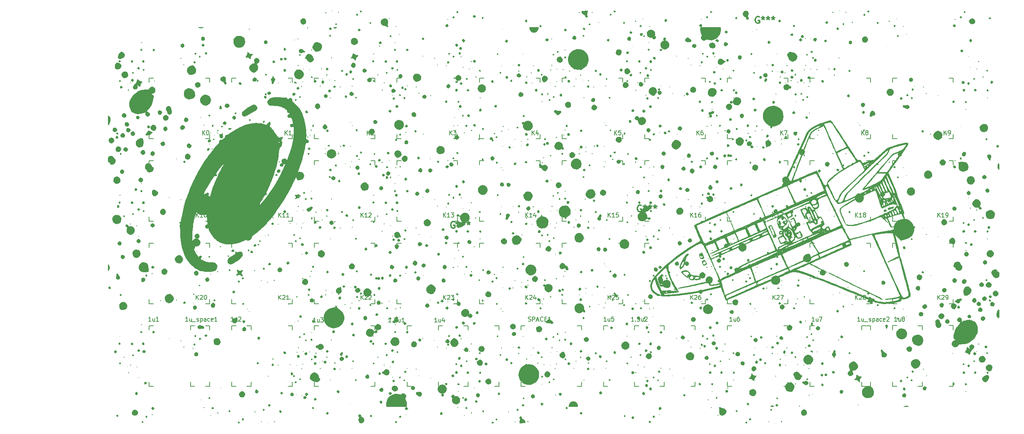
<source format=gbr>
%TF.GenerationSoftware,KiCad,Pcbnew,(6.99.0-222-g367431f825)*%
%TF.CreationDate,2022-01-13T14:33:26+01:00*%
%TF.ProjectId,Endeavour-2,456e6465-6176-46f7-9572-2d322e6b6963,rev?*%
%TF.SameCoordinates,Original*%
%TF.FileFunction,Legend,Top*%
%TF.FilePolarity,Positive*%
%FSLAX46Y46*%
G04 Gerber Fmt 4.6, Leading zero omitted, Abs format (unit mm)*
G04 Created by KiCad (PCBNEW (6.99.0-222-g367431f825)) date 2022-01-13 14:33:26*
%MOMM*%
%LPD*%
G01*
G04 APERTURE LIST*
%ADD10C,0.150000*%
%ADD11C,0.300000*%
G04 APERTURE END LIST*
D10*
%TO.C,K0*%
X66302382Y-41452380D02*
X66302382Y-40452380D01*
X66873810Y-41452380D02*
X66445239Y-40880952D01*
X66873810Y-40452380D02*
X66302382Y-41023809D01*
X67452381Y-40452380D02*
X67547619Y-40452380D01*
X67642857Y-40500000D01*
X67690476Y-40547619D01*
X67738095Y-40642857D01*
X67785714Y-40833333D01*
X67785714Y-41071428D01*
X67738095Y-41261904D01*
X67690476Y-41357142D01*
X67642857Y-41404761D01*
X67547619Y-41452380D01*
X67452381Y-41452380D01*
X67357143Y-41404761D01*
X67309524Y-41357142D01*
X67261905Y-41261904D01*
X67214286Y-41071428D01*
X67214286Y-40833333D01*
X67261905Y-40642857D01*
X67309524Y-40547619D01*
X67357143Y-40500000D01*
X67452381Y-40452380D01*
%TO.C,K1*%
X85302382Y-41452380D02*
X85302382Y-40452380D01*
X85873810Y-41452380D02*
X85445239Y-40880952D01*
X85873810Y-40452380D02*
X85302382Y-41023809D01*
X86785714Y-41452380D02*
X86214286Y-41452380D01*
X86500000Y-41452380D02*
X86500000Y-40452380D01*
X86404762Y-40595238D01*
X86309524Y-40690476D01*
X86214286Y-40738095D01*
%TO.C,K2*%
X104302382Y-41452380D02*
X104302382Y-40452380D01*
X104873810Y-41452380D02*
X104445239Y-40880952D01*
X104873810Y-40452380D02*
X104302382Y-41023809D01*
X105214286Y-40547619D02*
X105261905Y-40500000D01*
X105357143Y-40452380D01*
X105595238Y-40452380D01*
X105690476Y-40500000D01*
X105738095Y-40547619D01*
X105785714Y-40642857D01*
X105785714Y-40738095D01*
X105738095Y-40880952D01*
X105166667Y-41452380D01*
X105785714Y-41452380D01*
%TO.C,K3*%
X123302382Y-41452380D02*
X123302382Y-40452380D01*
X123873810Y-41452380D02*
X123445239Y-40880952D01*
X123873810Y-40452380D02*
X123302382Y-41023809D01*
X124166667Y-40452380D02*
X124785714Y-40452380D01*
X124452381Y-40833333D01*
X124595238Y-40833333D01*
X124690476Y-40880952D01*
X124738095Y-40928571D01*
X124785714Y-41023809D01*
X124785714Y-41261904D01*
X124738095Y-41357142D01*
X124690476Y-41404761D01*
X124595238Y-41452380D01*
X124309524Y-41452380D01*
X124214286Y-41404761D01*
X124166667Y-41357142D01*
%TO.C,K4*%
X142278572Y-41452380D02*
X142278572Y-40452380D01*
X142850000Y-41452380D02*
X142421429Y-40880952D01*
X142850000Y-40452380D02*
X142278572Y-41023809D01*
X143666666Y-40785714D02*
X143666666Y-41452380D01*
X143428571Y-40404761D02*
X143190476Y-41119047D01*
X143809523Y-41119047D01*
%TO.C,K6*%
X180302382Y-41452380D02*
X180302382Y-40452380D01*
X180873810Y-41452380D02*
X180445239Y-40880952D01*
X180873810Y-40452380D02*
X180302382Y-41023809D01*
X181690476Y-40452380D02*
X181500000Y-40452380D01*
X181404762Y-40500000D01*
X181357143Y-40547619D01*
X181261905Y-40690476D01*
X181214286Y-40880952D01*
X181214286Y-41261904D01*
X181261905Y-41357142D01*
X181309524Y-41404761D01*
X181404762Y-41452380D01*
X181595238Y-41452380D01*
X181690476Y-41404761D01*
X181738095Y-41357142D01*
X181785714Y-41261904D01*
X181785714Y-41023809D01*
X181738095Y-40928571D01*
X181690476Y-40880952D01*
X181595238Y-40833333D01*
X181404762Y-40833333D01*
X181309524Y-40880952D01*
X181261905Y-40928571D01*
X181214286Y-41023809D01*
%TO.C,K7*%
X199618572Y-41452380D02*
X199618572Y-40452380D01*
X200190000Y-41452380D02*
X199761429Y-40880952D01*
X200190000Y-40452380D02*
X199618572Y-41023809D01*
X200482857Y-40452380D02*
X201149523Y-40452380D01*
X200720952Y-41452380D01*
%TO.C,K8*%
X218302382Y-41452380D02*
X218302382Y-40452380D01*
X218873810Y-41452380D02*
X218445239Y-40880952D01*
X218873810Y-40452380D02*
X218302382Y-41023809D01*
X219404762Y-40880952D02*
X219309524Y-40833333D01*
X219261905Y-40785714D01*
X219214286Y-40690476D01*
X219214286Y-40642857D01*
X219261905Y-40547619D01*
X219309524Y-40500000D01*
X219404762Y-40452380D01*
X219595238Y-40452380D01*
X219690476Y-40500000D01*
X219738095Y-40547619D01*
X219785714Y-40642857D01*
X219785714Y-40690476D01*
X219738095Y-40785714D01*
X219690476Y-40833333D01*
X219595238Y-40880952D01*
X219404762Y-40880952D01*
X219309524Y-40928571D01*
X219261905Y-40976190D01*
X219214286Y-41071428D01*
X219214286Y-41261904D01*
X219261905Y-41357142D01*
X219309524Y-41404761D01*
X219404762Y-41452380D01*
X219595238Y-41452380D01*
X219690476Y-41404761D01*
X219738095Y-41357142D01*
X219785714Y-41261904D01*
X219785714Y-41071428D01*
X219738095Y-40976190D01*
X219690476Y-40928571D01*
X219595238Y-40880952D01*
%TO.C,K9*%
X237302382Y-41452380D02*
X237302382Y-40452380D01*
X237873810Y-41452380D02*
X237445239Y-40880952D01*
X237873810Y-40452380D02*
X237302382Y-41023809D01*
X238309524Y-41452380D02*
X238500000Y-41452380D01*
X238595238Y-41404761D01*
X238642857Y-41357142D01*
X238738095Y-41214285D01*
X238785714Y-41023809D01*
X238785714Y-40642857D01*
X238738095Y-40547619D01*
X238690476Y-40500000D01*
X238595238Y-40452380D01*
X238404762Y-40452380D01*
X238309524Y-40500000D01*
X238261905Y-40547619D01*
X238214286Y-40642857D01*
X238214286Y-40880952D01*
X238261905Y-40976190D01*
X238309524Y-41023809D01*
X238404762Y-41071428D01*
X238595238Y-41071428D01*
X238690476Y-41023809D01*
X238738095Y-40976190D01*
X238785714Y-40880952D01*
%TO.C,K10*%
X64846430Y-60452380D02*
X64846430Y-59452380D01*
X65417858Y-60452380D02*
X64989287Y-59880952D01*
X65417858Y-59452380D02*
X64846430Y-60023809D01*
X66329762Y-60452380D02*
X65758334Y-60452380D01*
X66044048Y-60452380D02*
X66044048Y-59452380D01*
X65948810Y-59595238D01*
X65853572Y-59690476D01*
X65758334Y-59738095D01*
X66908333Y-59452380D02*
X67003571Y-59452380D01*
X67098809Y-59500000D01*
X67146428Y-59547619D01*
X67194047Y-59642857D01*
X67241666Y-59833333D01*
X67241666Y-60071428D01*
X67194047Y-60261904D01*
X67146428Y-60357142D01*
X67098809Y-60404761D01*
X67003571Y-60452380D01*
X66908333Y-60452380D01*
X66813095Y-60404761D01*
X66765476Y-60357142D01*
X66717857Y-60261904D01*
X66670238Y-60071428D01*
X66670238Y-59833333D01*
X66717857Y-59642857D01*
X66765476Y-59547619D01*
X66813095Y-59500000D01*
X66908333Y-59452380D01*
%TO.C,K11*%
X83846430Y-60452380D02*
X83846430Y-59452380D01*
X84417858Y-60452380D02*
X83989287Y-59880952D01*
X84417858Y-59452380D02*
X83846430Y-60023809D01*
X85329762Y-60452380D02*
X84758334Y-60452380D01*
X85044048Y-60452380D02*
X85044048Y-59452380D01*
X84948810Y-59595238D01*
X84853572Y-59690476D01*
X84758334Y-59738095D01*
X86241666Y-60452380D02*
X85670238Y-60452380D01*
X85955952Y-60452380D02*
X85955952Y-59452380D01*
X85860714Y-59595238D01*
X85765476Y-59690476D01*
X85670238Y-59738095D01*
%TO.C,K12*%
X102846430Y-60452380D02*
X102846430Y-59452380D01*
X103417858Y-60452380D02*
X102989287Y-59880952D01*
X103417858Y-59452380D02*
X102846430Y-60023809D01*
X104329762Y-60452380D02*
X103758334Y-60452380D01*
X104044048Y-60452380D02*
X104044048Y-59452380D01*
X103948810Y-59595238D01*
X103853572Y-59690476D01*
X103758334Y-59738095D01*
X104670238Y-59547619D02*
X104717857Y-59500000D01*
X104813095Y-59452380D01*
X105051190Y-59452380D01*
X105146428Y-59500000D01*
X105194047Y-59547619D01*
X105241666Y-59642857D01*
X105241666Y-59738095D01*
X105194047Y-59880952D01*
X104622619Y-60452380D01*
X105241666Y-60452380D01*
%TO.C,K13*%
X121846430Y-60452380D02*
X121846430Y-59452380D01*
X122417858Y-60452380D02*
X121989287Y-59880952D01*
X122417858Y-59452380D02*
X121846430Y-60023809D01*
X123329762Y-60452380D02*
X122758334Y-60452380D01*
X123044048Y-60452380D02*
X123044048Y-59452380D01*
X122948810Y-59595238D01*
X122853572Y-59690476D01*
X122758334Y-59738095D01*
X123622619Y-59452380D02*
X124241666Y-59452380D01*
X123908333Y-59833333D01*
X124051190Y-59833333D01*
X124146428Y-59880952D01*
X124194047Y-59928571D01*
X124241666Y-60023809D01*
X124241666Y-60261904D01*
X124194047Y-60357142D01*
X124146428Y-60404761D01*
X124051190Y-60452380D01*
X123765476Y-60452380D01*
X123670238Y-60404761D01*
X123622619Y-60357142D01*
%TO.C,K14*%
X140822620Y-60452380D02*
X140822620Y-59452380D01*
X141394048Y-60452380D02*
X140965477Y-59880952D01*
X141394048Y-59452380D02*
X140822620Y-60023809D01*
X142305952Y-60452380D02*
X141734524Y-60452380D01*
X142020238Y-60452380D02*
X142020238Y-59452380D01*
X141925000Y-59595238D01*
X141829762Y-59690476D01*
X141734524Y-59738095D01*
X143122618Y-59785714D02*
X143122618Y-60452380D01*
X142884523Y-59404761D02*
X142646428Y-60119047D01*
X143265475Y-60119047D01*
%TO.C,K15*%
X159846430Y-60452380D02*
X159846430Y-59452380D01*
X160417858Y-60452380D02*
X159989287Y-59880952D01*
X160417858Y-59452380D02*
X159846430Y-60023809D01*
X161329762Y-60452380D02*
X160758334Y-60452380D01*
X161044048Y-60452380D02*
X161044048Y-59452380D01*
X160948810Y-59595238D01*
X160853572Y-59690476D01*
X160758334Y-59738095D01*
X162194047Y-59452380D02*
X161717857Y-59452380D01*
X161670238Y-59928571D01*
X161717857Y-59880952D01*
X161813095Y-59833333D01*
X162051190Y-59833333D01*
X162146428Y-59880952D01*
X162194047Y-59928571D01*
X162241666Y-60023809D01*
X162241666Y-60261904D01*
X162194047Y-60357142D01*
X162146428Y-60404761D01*
X162051190Y-60452380D01*
X161813095Y-60452380D01*
X161717857Y-60404761D01*
X161670238Y-60357142D01*
%TO.C,K16*%
X178846430Y-60452380D02*
X178846430Y-59452380D01*
X179417858Y-60452380D02*
X178989287Y-59880952D01*
X179417858Y-59452380D02*
X178846430Y-60023809D01*
X180329762Y-60452380D02*
X179758334Y-60452380D01*
X180044048Y-60452380D02*
X180044048Y-59452380D01*
X179948810Y-59595238D01*
X179853572Y-59690476D01*
X179758334Y-59738095D01*
X181146428Y-59452380D02*
X180955952Y-59452380D01*
X180860714Y-59500000D01*
X180813095Y-59547619D01*
X180717857Y-59690476D01*
X180670238Y-59880952D01*
X180670238Y-60261904D01*
X180717857Y-60357142D01*
X180765476Y-60404761D01*
X180860714Y-60452380D01*
X181051190Y-60452380D01*
X181146428Y-60404761D01*
X181194047Y-60357142D01*
X181241666Y-60261904D01*
X181241666Y-60023809D01*
X181194047Y-59928571D01*
X181146428Y-59880952D01*
X181051190Y-59833333D01*
X180860714Y-59833333D01*
X180765476Y-59880952D01*
X180717857Y-59928571D01*
X180670238Y-60023809D01*
%TO.C,K17*%
X197822620Y-60452380D02*
X197822620Y-59452380D01*
X198394048Y-60452380D02*
X197965477Y-59880952D01*
X198394048Y-59452380D02*
X197822620Y-60023809D01*
X199305952Y-60452380D02*
X198734524Y-60452380D01*
X199020238Y-60452380D02*
X199020238Y-59452380D01*
X198925000Y-59595238D01*
X198829762Y-59690476D01*
X198734524Y-59738095D01*
X199598809Y-59452380D02*
X200265475Y-59452380D01*
X199836904Y-60452380D01*
%TO.C,K18*%
X216846430Y-60452380D02*
X216846430Y-59452380D01*
X217417858Y-60452380D02*
X216989287Y-59880952D01*
X217417858Y-59452380D02*
X216846430Y-60023809D01*
X218329762Y-60452380D02*
X217758334Y-60452380D01*
X218044048Y-60452380D02*
X218044048Y-59452380D01*
X217948810Y-59595238D01*
X217853572Y-59690476D01*
X217758334Y-59738095D01*
X218860714Y-59880952D02*
X218765476Y-59833333D01*
X218717857Y-59785714D01*
X218670238Y-59690476D01*
X218670238Y-59642857D01*
X218717857Y-59547619D01*
X218765476Y-59500000D01*
X218860714Y-59452380D01*
X219051190Y-59452380D01*
X219146428Y-59500000D01*
X219194047Y-59547619D01*
X219241666Y-59642857D01*
X219241666Y-59690476D01*
X219194047Y-59785714D01*
X219146428Y-59833333D01*
X219051190Y-59880952D01*
X218860714Y-59880952D01*
X218765476Y-59928571D01*
X218717857Y-59976190D01*
X218670238Y-60071428D01*
X218670238Y-60261904D01*
X218717857Y-60357142D01*
X218765476Y-60404761D01*
X218860714Y-60452380D01*
X219051190Y-60452380D01*
X219146428Y-60404761D01*
X219194047Y-60357142D01*
X219241666Y-60261904D01*
X219241666Y-60071428D01*
X219194047Y-59976190D01*
X219146428Y-59928571D01*
X219051190Y-59880952D01*
%TO.C,K19*%
X235846430Y-60452380D02*
X235846430Y-59452380D01*
X236417858Y-60452380D02*
X235989287Y-59880952D01*
X236417858Y-59452380D02*
X235846430Y-60023809D01*
X237329762Y-60452380D02*
X236758334Y-60452380D01*
X237044048Y-60452380D02*
X237044048Y-59452380D01*
X236948810Y-59595238D01*
X236853572Y-59690476D01*
X236758334Y-59738095D01*
X237765476Y-60452380D02*
X237955952Y-60452380D01*
X238051190Y-60404761D01*
X238098809Y-60357142D01*
X238194047Y-60214285D01*
X238241666Y-60023809D01*
X238241666Y-59642857D01*
X238194047Y-59547619D01*
X238146428Y-59500000D01*
X238051190Y-59452380D01*
X237860714Y-59452380D01*
X237765476Y-59500000D01*
X237717857Y-59547619D01*
X237670238Y-59642857D01*
X237670238Y-59880952D01*
X237717857Y-59976190D01*
X237765476Y-60023809D01*
X237860714Y-60071428D01*
X238051190Y-60071428D01*
X238146428Y-60023809D01*
X238194047Y-59976190D01*
X238241666Y-59880952D01*
%TO.C,K20*%
X64846430Y-79452380D02*
X64846430Y-78452380D01*
X65417858Y-79452380D02*
X64989287Y-78880952D01*
X65417858Y-78452380D02*
X64846430Y-79023809D01*
X65758334Y-78547619D02*
X65805953Y-78500000D01*
X65901191Y-78452380D01*
X66139286Y-78452380D01*
X66234524Y-78500000D01*
X66282143Y-78547619D01*
X66329762Y-78642857D01*
X66329762Y-78738095D01*
X66282143Y-78880952D01*
X65710715Y-79452380D01*
X66329762Y-79452380D01*
X66908333Y-78452380D02*
X67003571Y-78452380D01*
X67098809Y-78500000D01*
X67146428Y-78547619D01*
X67194047Y-78642857D01*
X67241666Y-78833333D01*
X67241666Y-79071428D01*
X67194047Y-79261904D01*
X67146428Y-79357142D01*
X67098809Y-79404761D01*
X67003571Y-79452380D01*
X66908333Y-79452380D01*
X66813095Y-79404761D01*
X66765476Y-79357142D01*
X66717857Y-79261904D01*
X66670238Y-79071428D01*
X66670238Y-78833333D01*
X66717857Y-78642857D01*
X66765476Y-78547619D01*
X66813095Y-78500000D01*
X66908333Y-78452380D01*
%TO.C,K21*%
X83846430Y-79452380D02*
X83846430Y-78452380D01*
X84417858Y-79452380D02*
X83989287Y-78880952D01*
X84417858Y-78452380D02*
X83846430Y-79023809D01*
X84758334Y-78547619D02*
X84805953Y-78500000D01*
X84901191Y-78452380D01*
X85139286Y-78452380D01*
X85234524Y-78500000D01*
X85282143Y-78547619D01*
X85329762Y-78642857D01*
X85329762Y-78738095D01*
X85282143Y-78880952D01*
X84710715Y-79452380D01*
X85329762Y-79452380D01*
X86241666Y-79452380D02*
X85670238Y-79452380D01*
X85955952Y-79452380D02*
X85955952Y-78452380D01*
X85860714Y-78595238D01*
X85765476Y-78690476D01*
X85670238Y-78738095D01*
%TO.C,K22*%
X102846430Y-79452380D02*
X102846430Y-78452380D01*
X103417858Y-79452380D02*
X102989287Y-78880952D01*
X103417858Y-78452380D02*
X102846430Y-79023809D01*
X103758334Y-78547619D02*
X103805953Y-78500000D01*
X103901191Y-78452380D01*
X104139286Y-78452380D01*
X104234524Y-78500000D01*
X104282143Y-78547619D01*
X104329762Y-78642857D01*
X104329762Y-78738095D01*
X104282143Y-78880952D01*
X103710715Y-79452380D01*
X104329762Y-79452380D01*
X104670238Y-78547619D02*
X104717857Y-78500000D01*
X104813095Y-78452380D01*
X105051190Y-78452380D01*
X105146428Y-78500000D01*
X105194047Y-78547619D01*
X105241666Y-78642857D01*
X105241666Y-78738095D01*
X105194047Y-78880952D01*
X104622619Y-79452380D01*
X105241666Y-79452380D01*
%TO.C,K23*%
X121846430Y-79452380D02*
X121846430Y-78452380D01*
X122417858Y-79452380D02*
X121989287Y-78880952D01*
X122417858Y-78452380D02*
X121846430Y-79023809D01*
X122758334Y-78547619D02*
X122805953Y-78500000D01*
X122901191Y-78452380D01*
X123139286Y-78452380D01*
X123234524Y-78500000D01*
X123282143Y-78547619D01*
X123329762Y-78642857D01*
X123329762Y-78738095D01*
X123282143Y-78880952D01*
X122710715Y-79452380D01*
X123329762Y-79452380D01*
X123622619Y-78452380D02*
X124241666Y-78452380D01*
X123908333Y-78833333D01*
X124051190Y-78833333D01*
X124146428Y-78880952D01*
X124194047Y-78928571D01*
X124241666Y-79023809D01*
X124241666Y-79261904D01*
X124194047Y-79357142D01*
X124146428Y-79404761D01*
X124051190Y-79452380D01*
X123765476Y-79452380D01*
X123670238Y-79404761D01*
X123622619Y-79357142D01*
%TO.C,K24*%
X140822620Y-79452380D02*
X140822620Y-78452380D01*
X141394048Y-79452380D02*
X140965477Y-78880952D01*
X141394048Y-78452380D02*
X140822620Y-79023809D01*
X141734524Y-78547619D02*
X141782143Y-78500000D01*
X141877381Y-78452380D01*
X142115476Y-78452380D01*
X142210714Y-78500000D01*
X142258333Y-78547619D01*
X142305952Y-78642857D01*
X142305952Y-78738095D01*
X142258333Y-78880952D01*
X141686905Y-79452380D01*
X142305952Y-79452380D01*
X143122618Y-78785714D02*
X143122618Y-79452380D01*
X142884523Y-78404761D02*
X142646428Y-79119047D01*
X143265475Y-79119047D01*
%TO.C,K25*%
X159846430Y-79452380D02*
X159846430Y-78452380D01*
X160417858Y-79452380D02*
X159989287Y-78880952D01*
X160417858Y-78452380D02*
X159846430Y-79023809D01*
X160758334Y-78547619D02*
X160805953Y-78500000D01*
X160901191Y-78452380D01*
X161139286Y-78452380D01*
X161234524Y-78500000D01*
X161282143Y-78547619D01*
X161329762Y-78642857D01*
X161329762Y-78738095D01*
X161282143Y-78880952D01*
X160710715Y-79452380D01*
X161329762Y-79452380D01*
X162194047Y-78452380D02*
X161717857Y-78452380D01*
X161670238Y-78928571D01*
X161717857Y-78880952D01*
X161813095Y-78833333D01*
X162051190Y-78833333D01*
X162146428Y-78880952D01*
X162194047Y-78928571D01*
X162241666Y-79023809D01*
X162241666Y-79261904D01*
X162194047Y-79357142D01*
X162146428Y-79404761D01*
X162051190Y-79452380D01*
X161813095Y-79452380D01*
X161717857Y-79404761D01*
X161670238Y-79357142D01*
%TO.C,K26*%
X178846430Y-79452380D02*
X178846430Y-78452380D01*
X179417858Y-79452380D02*
X178989287Y-78880952D01*
X179417858Y-78452380D02*
X178846430Y-79023809D01*
X179758334Y-78547619D02*
X179805953Y-78500000D01*
X179901191Y-78452380D01*
X180139286Y-78452380D01*
X180234524Y-78500000D01*
X180282143Y-78547619D01*
X180329762Y-78642857D01*
X180329762Y-78738095D01*
X180282143Y-78880952D01*
X179710715Y-79452380D01*
X180329762Y-79452380D01*
X181146428Y-78452380D02*
X180955952Y-78452380D01*
X180860714Y-78500000D01*
X180813095Y-78547619D01*
X180717857Y-78690476D01*
X180670238Y-78880952D01*
X180670238Y-79261904D01*
X180717857Y-79357142D01*
X180765476Y-79404761D01*
X180860714Y-79452380D01*
X181051190Y-79452380D01*
X181146428Y-79404761D01*
X181194047Y-79357142D01*
X181241666Y-79261904D01*
X181241666Y-79023809D01*
X181194047Y-78928571D01*
X181146428Y-78880952D01*
X181051190Y-78833333D01*
X180860714Y-78833333D01*
X180765476Y-78880952D01*
X180717857Y-78928571D01*
X180670238Y-79023809D01*
%TO.C,K27*%
X197822620Y-79452380D02*
X197822620Y-78452380D01*
X198394048Y-79452380D02*
X197965477Y-78880952D01*
X198394048Y-78452380D02*
X197822620Y-79023809D01*
X198734524Y-78547619D02*
X198782143Y-78500000D01*
X198877381Y-78452380D01*
X199115476Y-78452380D01*
X199210714Y-78500000D01*
X199258333Y-78547619D01*
X199305952Y-78642857D01*
X199305952Y-78738095D01*
X199258333Y-78880952D01*
X198686905Y-79452380D01*
X199305952Y-79452380D01*
X199598809Y-78452380D02*
X200265475Y-78452380D01*
X199836904Y-79452380D01*
%TO.C,K28*%
X216846430Y-79452380D02*
X216846430Y-78452380D01*
X217417858Y-79452380D02*
X216989287Y-78880952D01*
X217417858Y-78452380D02*
X216846430Y-79023809D01*
X217758334Y-78547619D02*
X217805953Y-78500000D01*
X217901191Y-78452380D01*
X218139286Y-78452380D01*
X218234524Y-78500000D01*
X218282143Y-78547619D01*
X218329762Y-78642857D01*
X218329762Y-78738095D01*
X218282143Y-78880952D01*
X217710715Y-79452380D01*
X218329762Y-79452380D01*
X218860714Y-78880952D02*
X218765476Y-78833333D01*
X218717857Y-78785714D01*
X218670238Y-78690476D01*
X218670238Y-78642857D01*
X218717857Y-78547619D01*
X218765476Y-78500000D01*
X218860714Y-78452380D01*
X219051190Y-78452380D01*
X219146428Y-78500000D01*
X219194047Y-78547619D01*
X219241666Y-78642857D01*
X219241666Y-78690476D01*
X219194047Y-78785714D01*
X219146428Y-78833333D01*
X219051190Y-78880952D01*
X218860714Y-78880952D01*
X218765476Y-78928571D01*
X218717857Y-78976190D01*
X218670238Y-79071428D01*
X218670238Y-79261904D01*
X218717857Y-79357142D01*
X218765476Y-79404761D01*
X218860714Y-79452380D01*
X219051190Y-79452380D01*
X219146428Y-79404761D01*
X219194047Y-79357142D01*
X219241666Y-79261904D01*
X219241666Y-79071428D01*
X219194047Y-78976190D01*
X219146428Y-78928571D01*
X219051190Y-78880952D01*
%TO.C,K29*%
X235846430Y-79452380D02*
X235846430Y-78452380D01*
X236417858Y-79452380D02*
X235989287Y-78880952D01*
X236417858Y-78452380D02*
X235846430Y-79023809D01*
X236758334Y-78547619D02*
X236805953Y-78500000D01*
X236901191Y-78452380D01*
X237139286Y-78452380D01*
X237234524Y-78500000D01*
X237282143Y-78547619D01*
X237329762Y-78642857D01*
X237329762Y-78738095D01*
X237282143Y-78880952D01*
X236710715Y-79452380D01*
X237329762Y-79452380D01*
X237765476Y-79452380D02*
X237955952Y-79452380D01*
X238051190Y-79404761D01*
X238098809Y-79357142D01*
X238194047Y-79214285D01*
X238241666Y-79023809D01*
X238241666Y-78642857D01*
X238194047Y-78547619D01*
X238146428Y-78500000D01*
X238051190Y-78452380D01*
X237860714Y-78452380D01*
X237765476Y-78500000D01*
X237717857Y-78547619D01*
X237670238Y-78642857D01*
X237670238Y-78880952D01*
X237717857Y-78976190D01*
X237765476Y-79023809D01*
X237860714Y-79071428D01*
X238051190Y-79071428D01*
X238146428Y-79023809D01*
X238194047Y-78976190D01*
X238241666Y-78880952D01*
%TO.C,1u1*%
X54441667Y-84452380D02*
X53870239Y-84452380D01*
X54155953Y-84452380D02*
X54155953Y-83452380D01*
X54060715Y-83595238D01*
X53965477Y-83690476D01*
X53870239Y-83738095D01*
X55258333Y-83785714D02*
X55258333Y-84452380D01*
X54829762Y-83785714D02*
X54829762Y-84309523D01*
X54877381Y-84404761D01*
X54972619Y-84452380D01*
X55115476Y-84452380D01*
X55210714Y-84404761D01*
X55258333Y-84357142D01*
X56170237Y-84452380D02*
X55598809Y-84452380D01*
X55884523Y-84452380D02*
X55884523Y-83452380D01*
X55789285Y-83595238D01*
X55694047Y-83690476D01*
X55598809Y-83738095D01*
%TO.C,1u2*%
X73441667Y-84452380D02*
X72870239Y-84452380D01*
X73155953Y-84452380D02*
X73155953Y-83452380D01*
X73060715Y-83595238D01*
X72965477Y-83690476D01*
X72870239Y-83738095D01*
X74258333Y-83785714D02*
X74258333Y-84452380D01*
X73829762Y-83785714D02*
X73829762Y-84309523D01*
X73877381Y-84404761D01*
X73972619Y-84452380D01*
X74115476Y-84452380D01*
X74210714Y-84404761D01*
X74258333Y-84357142D01*
X74598809Y-83547619D02*
X74646428Y-83500000D01*
X74741666Y-83452380D01*
X74979761Y-83452380D01*
X75074999Y-83500000D01*
X75122618Y-83547619D01*
X75170237Y-83642857D01*
X75170237Y-83738095D01*
X75122618Y-83880952D01*
X74551190Y-84452380D01*
X75170237Y-84452380D01*
%TO.C,1u3*%
X92441667Y-84677380D02*
X91870239Y-84677380D01*
X92155953Y-84677380D02*
X92155953Y-83677380D01*
X92060715Y-83820238D01*
X91965477Y-83915476D01*
X91870239Y-83963095D01*
X93258333Y-84010714D02*
X93258333Y-84677380D01*
X92829762Y-84010714D02*
X92829762Y-84534523D01*
X92877381Y-84629761D01*
X92972619Y-84677380D01*
X93115476Y-84677380D01*
X93210714Y-84629761D01*
X93258333Y-84582142D01*
X93551190Y-83677380D02*
X94170237Y-83677380D01*
X93836904Y-84058333D01*
X93979761Y-84058333D01*
X94074999Y-84105952D01*
X94122618Y-84153571D01*
X94170237Y-84248809D01*
X94170237Y-84486904D01*
X94122618Y-84582142D01*
X94074999Y-84629761D01*
X93979761Y-84677380D01*
X93694047Y-84677380D01*
X93598809Y-84629761D01*
X93551190Y-84582142D01*
%TO.C,1u4*%
X120417858Y-84677380D02*
X119846430Y-84677380D01*
X120132144Y-84677380D02*
X120132144Y-83677380D01*
X120036906Y-83820238D01*
X119941668Y-83915476D01*
X119846430Y-83963095D01*
X121234524Y-84010714D02*
X121234524Y-84677380D01*
X120805953Y-84010714D02*
X120805953Y-84534523D01*
X120853572Y-84629761D01*
X120948810Y-84677380D01*
X121091667Y-84677380D01*
X121186905Y-84629761D01*
X121234524Y-84582142D01*
X122051190Y-84010714D02*
X122051190Y-84677380D01*
X121813095Y-83629761D02*
X121575000Y-84344047D01*
X122194047Y-84344047D01*
%TO.C,1u5*%
X159441667Y-84452380D02*
X158870239Y-84452380D01*
X159155953Y-84452380D02*
X159155953Y-83452380D01*
X159060715Y-83595238D01*
X158965477Y-83690476D01*
X158870239Y-83738095D01*
X160258333Y-83785714D02*
X160258333Y-84452380D01*
X159829762Y-83785714D02*
X159829762Y-84309523D01*
X159877381Y-84404761D01*
X159972619Y-84452380D01*
X160115476Y-84452380D01*
X160210714Y-84404761D01*
X160258333Y-84357142D01*
X161122618Y-83452380D02*
X160646428Y-83452380D01*
X160598809Y-83928571D01*
X160646428Y-83880952D01*
X160741666Y-83833333D01*
X160979761Y-83833333D01*
X161074999Y-83880952D01*
X161122618Y-83928571D01*
X161170237Y-84023809D01*
X161170237Y-84261904D01*
X161122618Y-84357142D01*
X161074999Y-84404761D01*
X160979761Y-84452380D01*
X160741666Y-84452380D01*
X160646428Y-84404761D01*
X160598809Y-84357142D01*
%TO.C,1u6*%
X188441667Y-84452380D02*
X187870239Y-84452380D01*
X188155953Y-84452380D02*
X188155953Y-83452380D01*
X188060715Y-83595238D01*
X187965477Y-83690476D01*
X187870239Y-83738095D01*
X189258333Y-83785714D02*
X189258333Y-84452380D01*
X188829762Y-83785714D02*
X188829762Y-84309523D01*
X188877381Y-84404761D01*
X188972619Y-84452380D01*
X189115476Y-84452380D01*
X189210714Y-84404761D01*
X189258333Y-84357142D01*
X190074999Y-83452380D02*
X189884523Y-83452380D01*
X189789285Y-83500000D01*
X189741666Y-83547619D01*
X189646428Y-83690476D01*
X189598809Y-83880952D01*
X189598809Y-84261904D01*
X189646428Y-84357142D01*
X189694047Y-84404761D01*
X189789285Y-84452380D01*
X189979761Y-84452380D01*
X190074999Y-84404761D01*
X190122618Y-84357142D01*
X190170237Y-84261904D01*
X190170237Y-84023809D01*
X190122618Y-83928571D01*
X190074999Y-83880952D01*
X189979761Y-83833333D01*
X189789285Y-83833333D01*
X189694047Y-83880952D01*
X189646428Y-83928571D01*
X189598809Y-84023809D01*
%TO.C,1u7*%
X207417858Y-84452380D02*
X206846430Y-84452380D01*
X207132144Y-84452380D02*
X207132144Y-83452380D01*
X207036906Y-83595238D01*
X206941668Y-83690476D01*
X206846430Y-83738095D01*
X208234524Y-83785714D02*
X208234524Y-84452380D01*
X207805953Y-83785714D02*
X207805953Y-84309523D01*
X207853572Y-84404761D01*
X207948810Y-84452380D01*
X208091667Y-84452380D01*
X208186905Y-84404761D01*
X208234524Y-84357142D01*
X208527381Y-83452380D02*
X209194047Y-83452380D01*
X208765476Y-84452380D01*
%TO.C,1u8*%
X226441667Y-84452380D02*
X225870239Y-84452380D01*
X226155953Y-84452380D02*
X226155953Y-83452380D01*
X226060715Y-83595238D01*
X225965477Y-83690476D01*
X225870239Y-83738095D01*
X227258333Y-83785714D02*
X227258333Y-84452380D01*
X226829762Y-83785714D02*
X226829762Y-84309523D01*
X226877381Y-84404761D01*
X226972619Y-84452380D01*
X227115476Y-84452380D01*
X227210714Y-84404761D01*
X227258333Y-84357142D01*
X227789285Y-83880952D02*
X227694047Y-83833333D01*
X227646428Y-83785714D01*
X227598809Y-83690476D01*
X227598809Y-83642857D01*
X227646428Y-83547619D01*
X227694047Y-83500000D01*
X227789285Y-83452380D01*
X227979761Y-83452380D01*
X228074999Y-83500000D01*
X228122618Y-83547619D01*
X228170237Y-83642857D01*
X228170237Y-83690476D01*
X228122618Y-83785714D01*
X228074999Y-83833333D01*
X227979761Y-83880952D01*
X227789285Y-83880952D01*
X227694047Y-83928571D01*
X227646428Y-83976190D01*
X227598809Y-84071428D01*
X227598809Y-84261904D01*
X227646428Y-84357142D01*
X227694047Y-84404761D01*
X227789285Y-84452380D01*
X227979761Y-84452380D01*
X228074999Y-84404761D01*
X228122618Y-84357142D01*
X228170237Y-84261904D01*
X228170237Y-84071428D01*
X228122618Y-83976190D01*
X228074999Y-83928571D01*
X227979761Y-83880952D01*
%TO.C,K5*%
X161302382Y-41452380D02*
X161302382Y-40452380D01*
X161873810Y-41452380D02*
X161445239Y-40880952D01*
X161873810Y-40452380D02*
X161302382Y-41023809D01*
X162738095Y-40452380D02*
X162261905Y-40452380D01*
X162214286Y-40928571D01*
X162261905Y-40880952D01*
X162357143Y-40833333D01*
X162595238Y-40833333D01*
X162690476Y-40880952D01*
X162738095Y-40928571D01*
X162785714Y-41023809D01*
X162785714Y-41261904D01*
X162738095Y-41357142D01*
X162690476Y-41404761D01*
X162595238Y-41452380D01*
X162357143Y-41452380D01*
X162261905Y-41404761D01*
X162214286Y-41357142D01*
D11*
%TO.C,G\u002A\u002A\u002A*%
X75841440Y-54802313D02*
X75892756Y-54956260D01*
X76046703Y-55110208D01*
X76251966Y-55212839D01*
X76457229Y-55212839D01*
X76611176Y-55161523D01*
X76867755Y-55007576D01*
X77021702Y-54853629D01*
X77175649Y-54597050D01*
X77226965Y-54443103D01*
X77226965Y-54237840D01*
X77124334Y-54032577D01*
X77021702Y-53929946D01*
X76816439Y-53827314D01*
X76713808Y-53827314D01*
X76354597Y-54186524D01*
X76559860Y-54391787D01*
X75166638Y-54230143D02*
X75423217Y-53973564D01*
X75577164Y-54332774D02*
X75423217Y-53973564D01*
X75064006Y-53819617D01*
X75782427Y-53922248D02*
X75423217Y-53973564D01*
X75474532Y-53614354D01*
X74337889Y-53401394D02*
X74594468Y-53144815D01*
X74748415Y-53504025D02*
X74594468Y-53144815D01*
X74235257Y-52990868D01*
X74953678Y-53093499D02*
X74594468Y-53144815D01*
X74645783Y-52785605D01*
X73509140Y-52572645D02*
X73765719Y-52316066D01*
X73919666Y-52675276D02*
X73765719Y-52316066D01*
X73406508Y-52162119D01*
X74124929Y-52264750D02*
X73765719Y-52316066D01*
X73817034Y-51956856D01*
X167441943Y-57748000D02*
X167296801Y-57675428D01*
X167079086Y-57675428D01*
X166861372Y-57748000D01*
X166716229Y-57893142D01*
X166643658Y-58038285D01*
X166571086Y-58328571D01*
X166571086Y-58546285D01*
X166643658Y-58836571D01*
X166716229Y-58981714D01*
X166861372Y-59126857D01*
X167079086Y-59199428D01*
X167224229Y-59199428D01*
X167441943Y-59126857D01*
X167514515Y-59054285D01*
X167514515Y-58546285D01*
X167224229Y-58546285D01*
X168323686Y-57675428D02*
X168323686Y-58038285D01*
X167960829Y-57893142D02*
X168323686Y-58038285D01*
X168686543Y-57893142D01*
X168105972Y-58328571D02*
X168323686Y-58038285D01*
X168541400Y-58328571D01*
X169495714Y-57675428D02*
X169495714Y-58038285D01*
X169132857Y-57893142D02*
X169495714Y-58038285D01*
X169858571Y-57893142D01*
X169278000Y-58328571D02*
X169495714Y-58038285D01*
X169713428Y-58328571D01*
X170667742Y-57675428D02*
X170667742Y-58038285D01*
X170304885Y-57893142D02*
X170667742Y-58038285D01*
X171030599Y-57893142D01*
X170450028Y-58328571D02*
X170667742Y-58038285D01*
X170885456Y-58328571D01*
D10*
%TO.C,SPACE1*%
X141430955Y-84404761D02*
X141573812Y-84452380D01*
X141811907Y-84452380D01*
X141907145Y-84404761D01*
X141954764Y-84357142D01*
X142002383Y-84261904D01*
X142002383Y-84166666D01*
X141954764Y-84071428D01*
X141907145Y-84023809D01*
X141811907Y-83976190D01*
X141621431Y-83928571D01*
X141526193Y-83880952D01*
X141478574Y-83833333D01*
X141430955Y-83738095D01*
X141430955Y-83642857D01*
X141478574Y-83547619D01*
X141526193Y-83500000D01*
X141621431Y-83452380D01*
X141859526Y-83452380D01*
X142002383Y-83500000D01*
X142390478Y-84452380D02*
X142390478Y-83452380D01*
X142771430Y-83452380D01*
X142866668Y-83500000D01*
X142914287Y-83547619D01*
X142961906Y-83642857D01*
X142961906Y-83785714D01*
X142914287Y-83880952D01*
X142866668Y-83928571D01*
X142771430Y-83976190D01*
X142390478Y-83976190D01*
X143302382Y-84166666D02*
X143778572Y-84166666D01*
X143207144Y-84452380D02*
X143540477Y-83452380D01*
X143873810Y-84452380D01*
X144833333Y-84357142D02*
X144785714Y-84404761D01*
X144642857Y-84452380D01*
X144547619Y-84452380D01*
X144404762Y-84404761D01*
X144309524Y-84309523D01*
X144261905Y-84214285D01*
X144214286Y-84023809D01*
X144214286Y-83880952D01*
X144261905Y-83690476D01*
X144309524Y-83595238D01*
X144404762Y-83500000D01*
X144547619Y-83452380D01*
X144642857Y-83452380D01*
X144785714Y-83500000D01*
X144833333Y-83547619D01*
X145221428Y-83928571D02*
X145554761Y-83928571D01*
X145697618Y-84452380D02*
X145221428Y-84452380D01*
X145221428Y-83452380D01*
X145697618Y-83452380D01*
X146609522Y-84452380D02*
X146038094Y-84452380D01*
X146323808Y-84452380D02*
X146323808Y-83452380D01*
X146228570Y-83595238D01*
X146133332Y-83690476D01*
X146038094Y-83738095D01*
%TO.C,1.5u1*%
X109767858Y-84677380D02*
X109196430Y-84677380D01*
X109482144Y-84677380D02*
X109482144Y-83677380D01*
X109386906Y-83820238D01*
X109291668Y-83915476D01*
X109196430Y-83963095D01*
X110155953Y-84582142D02*
X110203572Y-84629761D01*
X110155953Y-84677380D01*
X110108334Y-84629761D01*
X110155953Y-84582142D01*
X110155953Y-84677380D01*
X111067857Y-83677380D02*
X110591667Y-83677380D01*
X110544048Y-84153571D01*
X110591667Y-84105952D01*
X110686905Y-84058333D01*
X110925000Y-84058333D01*
X111020238Y-84105952D01*
X111067857Y-84153571D01*
X111115476Y-84248809D01*
X111115476Y-84486904D01*
X111067857Y-84582142D01*
X111020238Y-84629761D01*
X110925000Y-84677380D01*
X110686905Y-84677380D01*
X110591667Y-84629761D01*
X110544048Y-84582142D01*
X111932142Y-84010714D02*
X111932142Y-84677380D01*
X111503571Y-84010714D02*
X111503571Y-84534523D01*
X111551190Y-84629761D01*
X111646428Y-84677380D01*
X111789285Y-84677380D01*
X111884523Y-84629761D01*
X111932142Y-84582142D01*
X112844046Y-84677380D02*
X112272618Y-84677380D01*
X112558332Y-84677380D02*
X112558332Y-83677380D01*
X112463094Y-83820238D01*
X112367856Y-83915476D01*
X112272618Y-83963095D01*
D11*
%TO.C,G\u002A\u002A\u002A*%
X194671943Y-14238000D02*
X194526801Y-14165428D01*
X194309086Y-14165428D01*
X194091372Y-14238000D01*
X193946229Y-14383142D01*
X193873658Y-14528285D01*
X193801086Y-14818571D01*
X193801086Y-15036285D01*
X193873658Y-15326571D01*
X193946229Y-15471714D01*
X194091372Y-15616857D01*
X194309086Y-15689428D01*
X194454229Y-15689428D01*
X194671943Y-15616857D01*
X194744515Y-15544285D01*
X194744515Y-15036285D01*
X194454229Y-15036285D01*
X195553686Y-14165428D02*
X195553686Y-14528285D01*
X195190829Y-14383142D02*
X195553686Y-14528285D01*
X195916543Y-14383142D01*
X195335972Y-14818571D02*
X195553686Y-14528285D01*
X195771400Y-14818571D01*
X196725714Y-14165428D02*
X196725714Y-14528285D01*
X196362857Y-14383142D02*
X196725714Y-14528285D01*
X197088571Y-14383142D01*
X196508000Y-14818571D02*
X196725714Y-14528285D01*
X196943428Y-14818571D01*
X197897742Y-14165428D02*
X197897742Y-14528285D01*
X197534885Y-14383142D02*
X197897742Y-14528285D01*
X198260599Y-14383142D01*
X197680028Y-14818571D02*
X197897742Y-14528285D01*
X198115456Y-14818571D01*
D10*
%TO.C,1.5u2*%
X165767858Y-84452380D02*
X165196430Y-84452380D01*
X165482144Y-84452380D02*
X165482144Y-83452380D01*
X165386906Y-83595238D01*
X165291668Y-83690476D01*
X165196430Y-83738095D01*
X166155953Y-84357142D02*
X166203572Y-84404761D01*
X166155953Y-84452380D01*
X166108334Y-84404761D01*
X166155953Y-84357142D01*
X166155953Y-84452380D01*
X167067857Y-83452380D02*
X166591667Y-83452380D01*
X166544048Y-83928571D01*
X166591667Y-83880952D01*
X166686905Y-83833333D01*
X166925000Y-83833333D01*
X167020238Y-83880952D01*
X167067857Y-83928571D01*
X167115476Y-84023809D01*
X167115476Y-84261904D01*
X167067857Y-84357142D01*
X167020238Y-84404761D01*
X166925000Y-84452380D01*
X166686905Y-84452380D01*
X166591667Y-84404761D01*
X166544048Y-84357142D01*
X167932142Y-83785714D02*
X167932142Y-84452380D01*
X167503571Y-83785714D02*
X167503571Y-84309523D01*
X167551190Y-84404761D01*
X167646428Y-84452380D01*
X167789285Y-84452380D01*
X167884523Y-84404761D01*
X167932142Y-84357142D01*
X168272618Y-83547619D02*
X168320237Y-83500000D01*
X168415475Y-83452380D01*
X168653570Y-83452380D01*
X168748808Y-83500000D01*
X168796427Y-83547619D01*
X168844046Y-83642857D01*
X168844046Y-83738095D01*
X168796427Y-83880952D01*
X168224999Y-84452380D01*
X168844046Y-84452380D01*
%TO.C,1u_space2*%
X217944050Y-84452380D02*
X217372622Y-84452380D01*
X217658336Y-84452380D02*
X217658336Y-83452380D01*
X217563098Y-83595238D01*
X217467860Y-83690476D01*
X217372622Y-83738095D01*
X218760716Y-83785714D02*
X218760716Y-84452380D01*
X218332145Y-83785714D02*
X218332145Y-84309523D01*
X218379764Y-84404761D01*
X218475002Y-84452380D01*
X218617859Y-84452380D01*
X218713097Y-84404761D01*
X218760716Y-84357142D01*
X218910716Y-84547619D02*
X219672620Y-84547619D01*
X220013096Y-84404761D02*
X220108334Y-84452380D01*
X220298810Y-84452380D01*
X220394048Y-84404761D01*
X220441667Y-84309523D01*
X220441667Y-84261904D01*
X220394048Y-84166666D01*
X220298810Y-84119047D01*
X220155953Y-84119047D01*
X220060715Y-84071428D01*
X220013096Y-83976190D01*
X220013096Y-83928571D01*
X220060715Y-83833333D01*
X220155953Y-83785714D01*
X220298810Y-83785714D01*
X220394048Y-83833333D01*
X220829762Y-83785714D02*
X220829762Y-84785714D01*
X220829762Y-83833333D02*
X220925000Y-83785714D01*
X221115476Y-83785714D01*
X221210714Y-83833333D01*
X221258333Y-83880952D01*
X221305952Y-83976190D01*
X221305952Y-84261904D01*
X221258333Y-84357142D01*
X221210714Y-84404761D01*
X221115476Y-84452380D01*
X220925000Y-84452380D01*
X220829762Y-84404761D01*
X222122618Y-84452380D02*
X222122618Y-83928571D01*
X222074999Y-83833333D01*
X221979761Y-83785714D01*
X221789285Y-83785714D01*
X221694047Y-83833333D01*
X222122618Y-84404761D02*
X222027380Y-84452380D01*
X221789285Y-84452380D01*
X221694047Y-84404761D01*
X221646428Y-84309523D01*
X221646428Y-84214285D01*
X221694047Y-84119047D01*
X221789285Y-84071428D01*
X222027380Y-84071428D01*
X222122618Y-84023809D01*
X222939284Y-84404761D02*
X222844046Y-84452380D01*
X222653570Y-84452380D01*
X222558332Y-84404761D01*
X222510713Y-84357142D01*
X222463094Y-84261904D01*
X222463094Y-83976190D01*
X222510713Y-83880952D01*
X222558332Y-83833333D01*
X222653570Y-83785714D01*
X222844046Y-83785714D01*
X222939284Y-83833333D01*
X223708331Y-84404761D02*
X223613093Y-84452380D01*
X223422617Y-84452380D01*
X223327379Y-84404761D01*
X223279760Y-84309523D01*
X223279760Y-83928571D01*
X223327379Y-83833333D01*
X223422617Y-83785714D01*
X223613093Y-83785714D01*
X223708331Y-83833333D01*
X223755950Y-83928571D01*
X223755950Y-84023809D01*
X223279760Y-84119047D01*
X224096426Y-83547619D02*
X224144045Y-83500000D01*
X224239283Y-83452380D01*
X224477378Y-83452380D01*
X224572616Y-83500000D01*
X224620235Y-83547619D01*
X224667854Y-83642857D01*
X224667854Y-83738095D01*
X224620235Y-83880952D01*
X224048807Y-84452380D01*
X224667854Y-84452380D01*
D11*
%TO.C,G\u002A\u002A\u002A*%
X124421943Y-61538000D02*
X124276801Y-61465428D01*
X124059086Y-61465428D01*
X123841372Y-61538000D01*
X123696229Y-61683142D01*
X123623658Y-61828285D01*
X123551086Y-62118571D01*
X123551086Y-62336285D01*
X123623658Y-62626571D01*
X123696229Y-62771714D01*
X123841372Y-62916857D01*
X124059086Y-62989428D01*
X124204229Y-62989428D01*
X124421943Y-62916857D01*
X124494515Y-62844285D01*
X124494515Y-62336285D01*
X124204229Y-62336285D01*
X125303686Y-61465428D02*
X125303686Y-61828285D01*
X124940829Y-61683142D02*
X125303686Y-61828285D01*
X125666543Y-61683142D01*
X125085972Y-62118571D02*
X125303686Y-61828285D01*
X125521400Y-62118571D01*
X126475714Y-61465428D02*
X126475714Y-61828285D01*
X126112857Y-61683142D02*
X126475714Y-61828285D01*
X126838571Y-61683142D01*
X126258000Y-62118571D02*
X126475714Y-61828285D01*
X126693428Y-62118571D01*
X127647742Y-61465428D02*
X127647742Y-61828285D01*
X127284885Y-61683142D02*
X127647742Y-61828285D01*
X128010599Y-61683142D01*
X127430028Y-62118571D02*
X127647742Y-61828285D01*
X127865456Y-62118571D01*
D10*
%TO.C,1u_space1*%
X62944050Y-84452380D02*
X62372622Y-84452380D01*
X62658336Y-84452380D02*
X62658336Y-83452380D01*
X62563098Y-83595238D01*
X62467860Y-83690476D01*
X62372622Y-83738095D01*
X63760716Y-83785714D02*
X63760716Y-84452380D01*
X63332145Y-83785714D02*
X63332145Y-84309523D01*
X63379764Y-84404761D01*
X63475002Y-84452380D01*
X63617859Y-84452380D01*
X63713097Y-84404761D01*
X63760716Y-84357142D01*
X63910716Y-84547619D02*
X64672620Y-84547619D01*
X65013096Y-84404761D02*
X65108334Y-84452380D01*
X65298810Y-84452380D01*
X65394048Y-84404761D01*
X65441667Y-84309523D01*
X65441667Y-84261904D01*
X65394048Y-84166666D01*
X65298810Y-84119047D01*
X65155953Y-84119047D01*
X65060715Y-84071428D01*
X65013096Y-83976190D01*
X65013096Y-83928571D01*
X65060715Y-83833333D01*
X65155953Y-83785714D01*
X65298810Y-83785714D01*
X65394048Y-83833333D01*
X65829762Y-83785714D02*
X65829762Y-84785714D01*
X65829762Y-83833333D02*
X65925000Y-83785714D01*
X66115476Y-83785714D01*
X66210714Y-83833333D01*
X66258333Y-83880952D01*
X66305952Y-83976190D01*
X66305952Y-84261904D01*
X66258333Y-84357142D01*
X66210714Y-84404761D01*
X66115476Y-84452380D01*
X65925000Y-84452380D01*
X65829762Y-84404761D01*
X67122618Y-84452380D02*
X67122618Y-83928571D01*
X67074999Y-83833333D01*
X66979761Y-83785714D01*
X66789285Y-83785714D01*
X66694047Y-83833333D01*
X67122618Y-84404761D02*
X67027380Y-84452380D01*
X66789285Y-84452380D01*
X66694047Y-84404761D01*
X66646428Y-84309523D01*
X66646428Y-84214285D01*
X66694047Y-84119047D01*
X66789285Y-84071428D01*
X67027380Y-84071428D01*
X67122618Y-84023809D01*
X67939284Y-84404761D02*
X67844046Y-84452380D01*
X67653570Y-84452380D01*
X67558332Y-84404761D01*
X67510713Y-84357142D01*
X67463094Y-84261904D01*
X67463094Y-83976190D01*
X67510713Y-83880952D01*
X67558332Y-83833333D01*
X67653570Y-83785714D01*
X67844046Y-83785714D01*
X67939284Y-83833333D01*
X68708331Y-84404761D02*
X68613093Y-84452380D01*
X68422617Y-84452380D01*
X68327379Y-84404761D01*
X68279760Y-84309523D01*
X68279760Y-83928571D01*
X68327379Y-83833333D01*
X68422617Y-83785714D01*
X68613093Y-83785714D01*
X68708331Y-83833333D01*
X68755950Y-83928571D01*
X68755950Y-84023809D01*
X68279760Y-84119047D01*
X69667854Y-84452380D02*
X69096426Y-84452380D01*
X69382140Y-84452380D02*
X69382140Y-83452380D01*
X69286902Y-83595238D01*
X69191664Y-83690476D01*
X69096426Y-83738095D01*
%TO.C,K0*%
X53990000Y-29330000D02*
X53990000Y-28330000D01*
X53990000Y-42330000D02*
X53990000Y-41330000D01*
X53990000Y-42330000D02*
X54990000Y-42330000D01*
X54990000Y-28330000D02*
X53990000Y-28330000D01*
X66990000Y-42330000D02*
X67990000Y-42330000D01*
X67990000Y-28330000D02*
X66990000Y-28330000D01*
X67990000Y-28330000D02*
X67990000Y-29330000D01*
X67990000Y-41330000D02*
X67990000Y-42330000D01*
%TO.C,K1*%
X73040000Y-29330000D02*
X73040000Y-28330000D01*
X73040000Y-42330000D02*
X73040000Y-41330000D01*
X73040000Y-42330000D02*
X74040000Y-42330000D01*
X74040000Y-28330000D02*
X73040000Y-28330000D01*
X86040000Y-42330000D02*
X87040000Y-42330000D01*
X87040000Y-28330000D02*
X86040000Y-28330000D01*
X87040000Y-28330000D02*
X87040000Y-29330000D01*
X87040000Y-41330000D02*
X87040000Y-42330000D01*
%TO.C,K2*%
X92090000Y-29330000D02*
X92090000Y-28330000D01*
X92090000Y-42330000D02*
X92090000Y-41330000D01*
X92090000Y-42330000D02*
X93090000Y-42330000D01*
X93090000Y-28330000D02*
X92090000Y-28330000D01*
X105090000Y-42330000D02*
X106090000Y-42330000D01*
X106090000Y-28330000D02*
X105090000Y-28330000D01*
X106090000Y-28330000D02*
X106090000Y-29330000D01*
X106090000Y-41330000D02*
X106090000Y-42330000D01*
%TO.C,K3*%
X111140000Y-29330000D02*
X111140000Y-28330000D01*
X111140000Y-42330000D02*
X111140000Y-41330000D01*
X111140000Y-42330000D02*
X112140000Y-42330000D01*
X112140000Y-28330000D02*
X111140000Y-28330000D01*
X124140000Y-42330000D02*
X125140000Y-42330000D01*
X125140000Y-28330000D02*
X124140000Y-28330000D01*
X125140000Y-28330000D02*
X125140000Y-29330000D01*
X125140000Y-41330000D02*
X125140000Y-42330000D01*
%TO.C,K4*%
X130190000Y-29330000D02*
X130190000Y-28330000D01*
X130190000Y-42330000D02*
X130190000Y-41330000D01*
X130190000Y-42330000D02*
X131190000Y-42330000D01*
X131190000Y-28330000D02*
X130190000Y-28330000D01*
X143190000Y-42330000D02*
X144190000Y-42330000D01*
X144190000Y-28330000D02*
X143190000Y-28330000D01*
X144190000Y-28330000D02*
X144190000Y-29330000D01*
X144190000Y-41330000D02*
X144190000Y-42330000D01*
%TO.C,K6*%
X168290000Y-29330000D02*
X168290000Y-28330000D01*
X168290000Y-42330000D02*
X168290000Y-41330000D01*
X168290000Y-42330000D02*
X169290000Y-42330000D01*
X169290000Y-28330000D02*
X168290000Y-28330000D01*
X181290000Y-42330000D02*
X182290000Y-42330000D01*
X182290000Y-28330000D02*
X181290000Y-28330000D01*
X182290000Y-28330000D02*
X182290000Y-29330000D01*
X182290000Y-41330000D02*
X182290000Y-42330000D01*
%TO.C,K7*%
X187340000Y-29330000D02*
X187340000Y-28330000D01*
X187340000Y-42330000D02*
X187340000Y-41330000D01*
X187340000Y-42330000D02*
X188340000Y-42330000D01*
X188340000Y-28330000D02*
X187340000Y-28330000D01*
X200340000Y-42330000D02*
X201340000Y-42330000D01*
X201340000Y-28330000D02*
X200340000Y-28330000D01*
X201340000Y-28330000D02*
X201340000Y-29330000D01*
X201340000Y-41330000D02*
X201340000Y-42330000D01*
%TO.C,K8*%
X206390000Y-29330000D02*
X206390000Y-28330000D01*
X206390000Y-42330000D02*
X206390000Y-41330000D01*
X206390000Y-42330000D02*
X207390000Y-42330000D01*
X207390000Y-28330000D02*
X206390000Y-28330000D01*
X219390000Y-42330000D02*
X220390000Y-42330000D01*
X220390000Y-28330000D02*
X219390000Y-28330000D01*
X220390000Y-28330000D02*
X220390000Y-29330000D01*
X220390000Y-41330000D02*
X220390000Y-42330000D01*
%TO.C,K9*%
X225440000Y-29330000D02*
X225440000Y-28330000D01*
X225440000Y-42330000D02*
X225440000Y-41330000D01*
X225440000Y-42330000D02*
X226440000Y-42330000D01*
X226440000Y-28330000D02*
X225440000Y-28330000D01*
X238440000Y-42330000D02*
X239440000Y-42330000D01*
X239440000Y-28330000D02*
X238440000Y-28330000D01*
X239440000Y-28330000D02*
X239440000Y-29330000D01*
X239440000Y-41330000D02*
X239440000Y-42330000D01*
%TO.C,K10*%
X53990000Y-48380000D02*
X53990000Y-47380000D01*
X53990000Y-61380000D02*
X53990000Y-60380000D01*
X53990000Y-61380000D02*
X54990000Y-61380000D01*
X54990000Y-47380000D02*
X53990000Y-47380000D01*
X66990000Y-61380000D02*
X67990000Y-61380000D01*
X67990000Y-47380000D02*
X66990000Y-47380000D01*
X67990000Y-47380000D02*
X67990000Y-48380000D01*
X67990000Y-60380000D02*
X67990000Y-61380000D01*
%TO.C,K11*%
X73040000Y-48380000D02*
X73040000Y-47380000D01*
X73040000Y-61380000D02*
X73040000Y-60380000D01*
X73040000Y-61380000D02*
X74040000Y-61380000D01*
X74040000Y-47380000D02*
X73040000Y-47380000D01*
X86040000Y-61380000D02*
X87040000Y-61380000D01*
X87040000Y-47380000D02*
X86040000Y-47380000D01*
X87040000Y-47380000D02*
X87040000Y-48380000D01*
X87040000Y-60380000D02*
X87040000Y-61380000D01*
%TO.C,K12*%
X92090000Y-48380000D02*
X92090000Y-47380000D01*
X92090000Y-61380000D02*
X92090000Y-60380000D01*
X92090000Y-61380000D02*
X93090000Y-61380000D01*
X93090000Y-47380000D02*
X92090000Y-47380000D01*
X105090000Y-61380000D02*
X106090000Y-61380000D01*
X106090000Y-47380000D02*
X105090000Y-47380000D01*
X106090000Y-47380000D02*
X106090000Y-48380000D01*
X106090000Y-60380000D02*
X106090000Y-61380000D01*
%TO.C,K13*%
X111140000Y-48380000D02*
X111140000Y-47380000D01*
X111140000Y-61380000D02*
X111140000Y-60380000D01*
X111140000Y-61380000D02*
X112140000Y-61380000D01*
X112140000Y-47380000D02*
X111140000Y-47380000D01*
X124140000Y-61380000D02*
X125140000Y-61380000D01*
X125140000Y-47380000D02*
X124140000Y-47380000D01*
X125140000Y-47380000D02*
X125140000Y-48380000D01*
X125140000Y-60380000D02*
X125140000Y-61380000D01*
%TO.C,K14*%
X130190000Y-48380000D02*
X130190000Y-47380000D01*
X130190000Y-61380000D02*
X130190000Y-60380000D01*
X130190000Y-61380000D02*
X131190000Y-61380000D01*
X131190000Y-47380000D02*
X130190000Y-47380000D01*
X143190000Y-61380000D02*
X144190000Y-61380000D01*
X144190000Y-47380000D02*
X143190000Y-47380000D01*
X144190000Y-47380000D02*
X144190000Y-48380000D01*
X144190000Y-60380000D02*
X144190000Y-61380000D01*
%TO.C,K15*%
X149240000Y-48380000D02*
X149240000Y-47380000D01*
X149240000Y-61380000D02*
X149240000Y-60380000D01*
X149240000Y-61380000D02*
X150240000Y-61380000D01*
X150240000Y-47380000D02*
X149240000Y-47380000D01*
X162240000Y-61380000D02*
X163240000Y-61380000D01*
X163240000Y-47380000D02*
X162240000Y-47380000D01*
X163240000Y-47380000D02*
X163240000Y-48380000D01*
X163240000Y-60380000D02*
X163240000Y-61380000D01*
%TO.C,K16*%
X168290000Y-48380000D02*
X168290000Y-47380000D01*
X168290000Y-61380000D02*
X168290000Y-60380000D01*
X168290000Y-61380000D02*
X169290000Y-61380000D01*
X169290000Y-47380000D02*
X168290000Y-47380000D01*
X181290000Y-61380000D02*
X182290000Y-61380000D01*
X182290000Y-47380000D02*
X181290000Y-47380000D01*
X182290000Y-47380000D02*
X182290000Y-48380000D01*
X182290000Y-60380000D02*
X182290000Y-61380000D01*
%TO.C,K17*%
X187340000Y-48380000D02*
X187340000Y-47380000D01*
X187340000Y-61380000D02*
X187340000Y-60380000D01*
X187340000Y-61380000D02*
X188340000Y-61380000D01*
X188340000Y-47380000D02*
X187340000Y-47380000D01*
X200340000Y-61380000D02*
X201340000Y-61380000D01*
X201340000Y-47380000D02*
X200340000Y-47380000D01*
X201340000Y-47380000D02*
X201340000Y-48380000D01*
X201340000Y-60380000D02*
X201340000Y-61380000D01*
%TO.C,K18*%
X206390000Y-48380000D02*
X206390000Y-47380000D01*
X206390000Y-61380000D02*
X206390000Y-60380000D01*
X206390000Y-61380000D02*
X207390000Y-61380000D01*
X207390000Y-47380000D02*
X206390000Y-47380000D01*
X219390000Y-61380000D02*
X220390000Y-61380000D01*
X220390000Y-47380000D02*
X219390000Y-47380000D01*
X220390000Y-47380000D02*
X220390000Y-48380000D01*
X220390000Y-60380000D02*
X220390000Y-61380000D01*
%TO.C,K19*%
X225440000Y-48380000D02*
X225440000Y-47380000D01*
X225440000Y-61380000D02*
X225440000Y-60380000D01*
X225440000Y-61380000D02*
X226440000Y-61380000D01*
X226440000Y-47380000D02*
X225440000Y-47380000D01*
X238440000Y-61380000D02*
X239440000Y-61380000D01*
X239440000Y-47380000D02*
X238440000Y-47380000D01*
X239440000Y-47380000D02*
X239440000Y-48380000D01*
X239440000Y-60380000D02*
X239440000Y-61380000D01*
%TO.C,K20*%
X53990000Y-67430000D02*
X53990000Y-66430000D01*
X53990000Y-80430000D02*
X53990000Y-79430000D01*
X53990000Y-80430000D02*
X54990000Y-80430000D01*
X54990000Y-66430000D02*
X53990000Y-66430000D01*
X66990000Y-80430000D02*
X67990000Y-80430000D01*
X67990000Y-66430000D02*
X66990000Y-66430000D01*
X67990000Y-66430000D02*
X67990000Y-67430000D01*
X67990000Y-79430000D02*
X67990000Y-80430000D01*
%TO.C,K21*%
X73040000Y-67430000D02*
X73040000Y-66430000D01*
X73040000Y-80430000D02*
X73040000Y-79430000D01*
X73040000Y-80430000D02*
X74040000Y-80430000D01*
X74040000Y-66430000D02*
X73040000Y-66430000D01*
X86040000Y-80430000D02*
X87040000Y-80430000D01*
X87040000Y-66430000D02*
X86040000Y-66430000D01*
X87040000Y-66430000D02*
X87040000Y-67430000D01*
X87040000Y-79430000D02*
X87040000Y-80430000D01*
%TO.C,K22*%
X92090000Y-67430000D02*
X92090000Y-66430000D01*
X92090000Y-80430000D02*
X92090000Y-79430000D01*
X92090000Y-80430000D02*
X93090000Y-80430000D01*
X93090000Y-66430000D02*
X92090000Y-66430000D01*
X105090000Y-80430000D02*
X106090000Y-80430000D01*
X106090000Y-66430000D02*
X105090000Y-66430000D01*
X106090000Y-66430000D02*
X106090000Y-67430000D01*
X106090000Y-79430000D02*
X106090000Y-80430000D01*
%TO.C,K23*%
X111140000Y-67430000D02*
X111140000Y-66430000D01*
X111140000Y-80430000D02*
X111140000Y-79430000D01*
X111140000Y-80430000D02*
X112140000Y-80430000D01*
X112140000Y-66430000D02*
X111140000Y-66430000D01*
X124140000Y-80430000D02*
X125140000Y-80430000D01*
X125140000Y-66430000D02*
X124140000Y-66430000D01*
X125140000Y-66430000D02*
X125140000Y-67430000D01*
X125140000Y-79430000D02*
X125140000Y-80430000D01*
%TO.C,K24*%
X130190000Y-67430000D02*
X130190000Y-66430000D01*
X130190000Y-80430000D02*
X130190000Y-79430000D01*
X130190000Y-80430000D02*
X131190000Y-80430000D01*
X131190000Y-66430000D02*
X130190000Y-66430000D01*
X143190000Y-80430000D02*
X144190000Y-80430000D01*
X144190000Y-66430000D02*
X143190000Y-66430000D01*
X144190000Y-66430000D02*
X144190000Y-67430000D01*
X144190000Y-79430000D02*
X144190000Y-80430000D01*
%TO.C,K25*%
X149240000Y-67430000D02*
X149240000Y-66430000D01*
X149240000Y-80430000D02*
X149240000Y-79430000D01*
X149240000Y-80430000D02*
X150240000Y-80430000D01*
X150240000Y-66430000D02*
X149240000Y-66430000D01*
X162240000Y-80430000D02*
X163240000Y-80430000D01*
X163240000Y-66430000D02*
X162240000Y-66430000D01*
X163240000Y-66430000D02*
X163240000Y-67430000D01*
X163240000Y-79430000D02*
X163240000Y-80430000D01*
%TO.C,K26*%
X168290000Y-67430000D02*
X168290000Y-66430000D01*
X168290000Y-80430000D02*
X168290000Y-79430000D01*
X168290000Y-80430000D02*
X169290000Y-80430000D01*
X169290000Y-66430000D02*
X168290000Y-66430000D01*
X181290000Y-80430000D02*
X182290000Y-80430000D01*
X182290000Y-66430000D02*
X181290000Y-66430000D01*
X182290000Y-66430000D02*
X182290000Y-67430000D01*
X182290000Y-79430000D02*
X182290000Y-80430000D01*
%TO.C,K27*%
X187340000Y-67430000D02*
X187340000Y-66430000D01*
X187340000Y-80430000D02*
X187340000Y-79430000D01*
X187340000Y-80430000D02*
X188340000Y-80430000D01*
X188340000Y-66430000D02*
X187340000Y-66430000D01*
X200340000Y-80430000D02*
X201340000Y-80430000D01*
X201340000Y-66430000D02*
X200340000Y-66430000D01*
X201340000Y-66430000D02*
X201340000Y-67430000D01*
X201340000Y-79430000D02*
X201340000Y-80430000D01*
%TO.C,K28*%
X206390000Y-67430000D02*
X206390000Y-66430000D01*
X206390000Y-80430000D02*
X206390000Y-79430000D01*
X206390000Y-80430000D02*
X207390000Y-80430000D01*
X207390000Y-66430000D02*
X206390000Y-66430000D01*
X219390000Y-80430000D02*
X220390000Y-80430000D01*
X220390000Y-66430000D02*
X219390000Y-66430000D01*
X220390000Y-66430000D02*
X220390000Y-67430000D01*
X220390000Y-79430000D02*
X220390000Y-80430000D01*
%TO.C,K29*%
X225440000Y-67430000D02*
X225440000Y-66430000D01*
X225440000Y-80430000D02*
X225440000Y-79430000D01*
X225440000Y-80430000D02*
X226440000Y-80430000D01*
X226440000Y-66430000D02*
X225440000Y-66430000D01*
X238440000Y-80430000D02*
X239440000Y-80430000D01*
X239440000Y-66430000D02*
X238440000Y-66430000D01*
X239440000Y-66430000D02*
X239440000Y-67430000D01*
X239440000Y-79430000D02*
X239440000Y-80430000D01*
%TO.C,1u1*%
X53990000Y-86480000D02*
X53990000Y-85480000D01*
X53990000Y-99480000D02*
X53990000Y-98480000D01*
X53990000Y-99480000D02*
X54990000Y-99480000D01*
X54990000Y-85480000D02*
X53990000Y-85480000D01*
X66990000Y-99480000D02*
X67990000Y-99480000D01*
X67990000Y-85480000D02*
X66990000Y-85480000D01*
X67990000Y-85480000D02*
X67990000Y-86480000D01*
X67990000Y-98480000D02*
X67990000Y-99480000D01*
%TO.C,1u2*%
X73040000Y-86480000D02*
X73040000Y-85480000D01*
X73040000Y-99480000D02*
X73040000Y-98480000D01*
X73040000Y-99480000D02*
X74040000Y-99480000D01*
X74040000Y-85480000D02*
X73040000Y-85480000D01*
X86040000Y-99480000D02*
X87040000Y-99480000D01*
X87040000Y-85480000D02*
X86040000Y-85480000D01*
X87040000Y-85480000D02*
X87040000Y-86480000D01*
X87040000Y-98480000D02*
X87040000Y-99480000D01*
%TO.C,1u3*%
X92090000Y-86480000D02*
X92090000Y-85480000D01*
X92090000Y-99480000D02*
X92090000Y-98480000D01*
X92090000Y-99480000D02*
X93090000Y-99480000D01*
X93090000Y-85480000D02*
X92090000Y-85480000D01*
X105090000Y-99480000D02*
X106090000Y-99480000D01*
X106090000Y-85480000D02*
X105090000Y-85480000D01*
X106090000Y-85480000D02*
X106090000Y-86480000D01*
X106090000Y-98480000D02*
X106090000Y-99480000D01*
%TO.C,1u4*%
X120665000Y-86480000D02*
X120665000Y-85480000D01*
X120665000Y-99480000D02*
X120665000Y-98480000D01*
X120665000Y-99480000D02*
X121665000Y-99480000D01*
X121665000Y-85480000D02*
X120665000Y-85480000D01*
X133665000Y-99480000D02*
X134665000Y-99480000D01*
X134665000Y-85480000D02*
X133665000Y-85480000D01*
X134665000Y-85480000D02*
X134665000Y-86480000D01*
X134665000Y-98480000D02*
X134665000Y-99480000D01*
%TO.C,1u5*%
X158765000Y-86480000D02*
X158765000Y-85480000D01*
X158765000Y-99480000D02*
X158765000Y-98480000D01*
X158765000Y-99480000D02*
X159765000Y-99480000D01*
X159765000Y-85480000D02*
X158765000Y-85480000D01*
X171765000Y-99480000D02*
X172765000Y-99480000D01*
X172765000Y-85480000D02*
X171765000Y-85480000D01*
X172765000Y-85480000D02*
X172765000Y-86480000D01*
X172765000Y-98480000D02*
X172765000Y-99480000D01*
%TO.C,1u6*%
X187340000Y-86480000D02*
X187340000Y-85480000D01*
X187340000Y-99480000D02*
X187340000Y-98480000D01*
X187340000Y-99480000D02*
X188340000Y-99480000D01*
X188340000Y-85480000D02*
X187340000Y-85480000D01*
X200340000Y-99480000D02*
X201340000Y-99480000D01*
X201340000Y-85480000D02*
X200340000Y-85480000D01*
X201340000Y-85480000D02*
X201340000Y-86480000D01*
X201340000Y-98480000D02*
X201340000Y-99480000D01*
%TO.C,1u7*%
X206390000Y-86480000D02*
X206390000Y-85480000D01*
X206390000Y-99480000D02*
X206390000Y-98480000D01*
X206390000Y-99480000D02*
X207390000Y-99480000D01*
X207390000Y-85480000D02*
X206390000Y-85480000D01*
X219390000Y-99480000D02*
X220390000Y-99480000D01*
X220390000Y-85480000D02*
X219390000Y-85480000D01*
X220390000Y-85480000D02*
X220390000Y-86480000D01*
X220390000Y-98480000D02*
X220390000Y-99480000D01*
%TO.C,1u8*%
X225440000Y-86460000D02*
X225440000Y-85460000D01*
X225440000Y-99460000D02*
X225440000Y-98460000D01*
X225440000Y-99460000D02*
X226440000Y-99460000D01*
X226440000Y-85460000D02*
X225440000Y-85460000D01*
X238440000Y-99460000D02*
X239440000Y-99460000D01*
X239440000Y-85460000D02*
X238440000Y-85460000D01*
X239440000Y-85460000D02*
X239440000Y-86460000D01*
X239440000Y-98460000D02*
X239440000Y-99460000D01*
%TO.C,K5*%
X149240000Y-29330000D02*
X149240000Y-28330000D01*
X149240000Y-42330000D02*
X149240000Y-41330000D01*
X149240000Y-42330000D02*
X150240000Y-42330000D01*
X150240000Y-28330000D02*
X149240000Y-28330000D01*
X162240000Y-42330000D02*
X163240000Y-42330000D01*
X163240000Y-28330000D02*
X162240000Y-28330000D01*
X163240000Y-28330000D02*
X163240000Y-29330000D01*
X163240000Y-41330000D02*
X163240000Y-42330000D01*
%TO.C,G\u002A\u002A\u002A*%
G36*
X25361283Y-60658297D02*
G01*
X25301414Y-60658296D01*
X25301414Y-60598428D01*
X25361282Y-60598428D01*
X25361283Y-60658297D01*
G37*
G36*
X74094140Y-30604373D02*
G01*
X74034270Y-30604373D01*
X74034271Y-30544504D01*
X74094139Y-30544504D01*
X74094140Y-30604373D01*
G37*
G36*
X108458586Y-42218838D02*
G01*
X108398717Y-42218837D01*
X108398717Y-42158969D01*
X108458586Y-42158969D01*
X108458586Y-42218838D01*
G37*
G36*
X81506229Y-25529555D02*
G01*
X81507840Y-25545496D01*
X81464029Y-25572868D01*
X81428015Y-25545495D01*
X81400641Y-25474312D01*
X81428015Y-25465671D01*
X81506229Y-25529555D01*
G37*
G36*
X65042427Y-68335443D02*
G01*
X65044036Y-68351383D01*
X65000227Y-68378756D01*
X64964212Y-68351383D01*
X64936839Y-68280200D01*
X64964212Y-68271558D01*
X65042427Y-68335443D01*
G37*
G36*
X67974745Y-43475536D02*
G01*
X67939764Y-43572945D01*
X67876749Y-43621284D01*
X67798709Y-43633376D01*
X67804891Y-43548943D01*
X67871060Y-43438838D01*
X67905728Y-43426183D01*
X67974745Y-43475536D01*
G37*
G36*
X68613689Y-44608583D02*
G01*
X68633159Y-44747233D01*
X68571473Y-44829024D01*
X68471501Y-44798167D01*
X68437233Y-44667492D01*
X68471501Y-44608583D01*
X68576135Y-44573569D01*
X68613689Y-44608583D01*
G37*
G36*
X85971512Y-40280672D02*
G01*
X86001959Y-40394848D01*
X85959206Y-40516626D01*
X85862200Y-40536536D01*
X85763832Y-40501766D01*
X85785544Y-40394848D01*
X85883335Y-40269632D01*
X85971512Y-40280672D01*
G37*
G36*
X90645250Y-41854638D02*
G01*
X90664720Y-41993288D01*
X90603034Y-42075078D01*
X90503062Y-42044222D01*
X90468794Y-41913547D01*
X90503063Y-41854638D01*
X90607696Y-41819624D01*
X90645250Y-41854638D01*
G37*
G36*
X80790417Y-64651518D02*
G01*
X80797969Y-64737183D01*
X80704348Y-64763322D01*
X80655713Y-64747307D01*
X80623470Y-64677401D01*
X80655713Y-64651518D01*
X80770324Y-64637647D01*
X80790417Y-64651518D01*
G37*
G36*
X69095129Y-41470483D02*
G01*
X69107700Y-41574170D01*
X69095130Y-41590219D01*
X68991443Y-41602790D01*
X68975393Y-41590219D01*
X68962823Y-41486533D01*
X68975394Y-41470483D01*
X69079080Y-41457913D01*
X69095129Y-41470483D01*
G37*
G36*
X69782036Y-40901360D02*
G01*
X69889664Y-40992960D01*
X69898148Y-41131688D01*
X69869886Y-41174674D01*
X69776908Y-41179375D01*
X69686774Y-41088889D01*
X69662299Y-40968295D01*
X69746698Y-40898912D01*
X69782036Y-40901360D01*
G37*
G36*
X67144741Y-56311123D02*
G01*
X67247732Y-56386230D01*
X67306948Y-56504188D01*
X67269173Y-56557341D01*
X67119291Y-56559017D01*
X66989896Y-56467877D01*
X66959825Y-56385102D01*
X67015439Y-56293969D01*
X67144741Y-56311123D01*
G37*
G36*
X84095721Y-47640528D02*
G01*
X84152399Y-47728308D01*
X84115314Y-47829114D01*
X84003238Y-47851094D01*
X83942487Y-47816530D01*
X83907525Y-47695362D01*
X83910972Y-47673553D01*
X83985832Y-47606471D01*
X84095721Y-47640528D01*
G37*
G36*
X66520790Y-70027697D02*
G01*
X66533360Y-70131384D01*
X66520790Y-70147435D01*
X66417102Y-70160004D01*
X66401053Y-70147434D01*
X66388482Y-70043747D01*
X66401053Y-70027697D01*
X66504740Y-70015126D01*
X66520790Y-70027697D01*
G37*
G36*
X72361526Y-69305707D02*
G01*
X72393541Y-69451820D01*
X72362126Y-69514647D01*
X72231566Y-69562317D01*
X72125363Y-69496661D01*
X72108505Y-69431508D01*
X72161046Y-69292473D01*
X72273081Y-69247819D01*
X72361526Y-69305707D01*
G37*
G36*
X65742501Y-76074403D02*
G01*
X65800226Y-76216794D01*
X65742501Y-76313877D01*
X65600109Y-76371601D01*
X65503027Y-76313877D01*
X65445302Y-76171484D01*
X65503028Y-76074403D01*
X65645419Y-76016678D01*
X65742501Y-76074403D01*
G37*
G36*
X64399032Y-78106358D02*
G01*
X64431047Y-78252471D01*
X64399631Y-78315298D01*
X64269072Y-78362967D01*
X64162869Y-78297311D01*
X64146011Y-78232159D01*
X64198553Y-78093124D01*
X64310588Y-78048470D01*
X64399032Y-78106358D01*
G37*
G36*
X64245792Y-80205321D02*
G01*
X64258362Y-80309007D01*
X64245792Y-80325058D01*
X64142104Y-80337628D01*
X64126055Y-80325058D01*
X64113484Y-80221370D01*
X64126055Y-80205321D01*
X64229742Y-80192750D01*
X64245792Y-80205321D01*
G37*
G36*
X77061157Y-67995706D02*
G01*
X77114816Y-68138548D01*
X77064029Y-68225241D01*
X76908070Y-68296379D01*
X76774462Y-68238030D01*
X76728507Y-68080262D01*
X76799052Y-67930554D01*
X76940064Y-67915050D01*
X77061157Y-67995706D01*
G37*
G36*
X64305660Y-90802023D02*
G01*
X64318231Y-90905710D01*
X64305660Y-90921760D01*
X64201973Y-90934330D01*
X64185923Y-90921759D01*
X64173353Y-90818073D01*
X64185923Y-90802024D01*
X64289611Y-90789453D01*
X64305660Y-90802023D01*
G37*
G36*
X81108600Y-27406620D02*
G01*
X81125990Y-27558133D01*
X81072357Y-27675598D01*
X80955050Y-27769272D01*
X80837028Y-27708454D01*
X80746484Y-27569776D01*
X80737465Y-27499959D01*
X80831891Y-27381160D01*
X80985150Y-27343339D01*
X81108600Y-27406620D01*
G37*
G36*
X70940813Y-39364987D02*
G01*
X70944644Y-39368684D01*
X71015228Y-39524563D01*
X70957977Y-39660966D01*
X70821956Y-39710353D01*
X70656042Y-39672777D01*
X70611796Y-39554694D01*
X70672200Y-39406421D01*
X70805720Y-39329859D01*
X70940813Y-39364987D01*
G37*
G36*
X69005328Y-42338575D02*
G01*
X69068448Y-42484984D01*
X68992792Y-42601351D01*
X68863815Y-42633640D01*
X68728212Y-42610646D01*
X68702445Y-42501841D01*
X68705028Y-42468608D01*
X68776064Y-42311687D01*
X68911649Y-42281026D01*
X69005328Y-42338575D01*
G37*
G36*
X72903652Y-39906473D02*
G01*
X72964337Y-39951537D01*
X72985801Y-40066385D01*
X72905625Y-40152853D01*
X72741009Y-40220959D01*
X72623225Y-40184780D01*
X72603538Y-40064839D01*
X72614245Y-40036214D01*
X72741577Y-39899932D01*
X72903652Y-39906473D01*
G37*
G36*
X77283844Y-37822610D02*
G01*
X77360498Y-37881914D01*
X77415167Y-38010567D01*
X77327032Y-38147788D01*
X77182254Y-38237077D01*
X77055745Y-38175843D01*
X76978881Y-38023526D01*
X76987705Y-37933931D01*
X77114941Y-37802315D01*
X77283844Y-37822610D01*
G37*
G36*
X66540746Y-56517401D02*
G01*
X66616424Y-56665237D01*
X66528928Y-56780019D01*
X66504406Y-56792109D01*
X66355458Y-56797315D01*
X66284359Y-56700367D01*
X66334727Y-56564009D01*
X66341185Y-56557313D01*
X66471601Y-56493469D01*
X66540746Y-56517401D01*
G37*
G36*
X69248224Y-79483114D02*
G01*
X69263587Y-79640993D01*
X69184933Y-79756308D01*
X69030891Y-79836323D01*
X68892130Y-79808382D01*
X68826087Y-79698116D01*
X68844645Y-79604476D01*
X68970449Y-79451910D01*
X69127703Y-79408814D01*
X69248224Y-79483114D01*
G37*
G36*
X74111723Y-36350181D02*
G01*
X74149591Y-36476714D01*
X74052279Y-36622386D01*
X74021271Y-36645373D01*
X73850311Y-36696452D01*
X73747720Y-36603275D01*
X73735101Y-36469624D01*
X73778013Y-36335009D01*
X73911838Y-36296752D01*
X73949623Y-36296144D01*
X74111723Y-36350181D01*
G37*
G36*
X80610703Y-38250731D02*
G01*
X80661408Y-38389443D01*
X80641441Y-38468780D01*
X80519321Y-38613995D01*
X80364826Y-38660424D01*
X80236222Y-38606993D01*
X80190735Y-38477064D01*
X80244900Y-38359897D01*
X80330428Y-38257547D01*
X80480207Y-38193066D01*
X80610703Y-38250731D01*
G37*
G36*
X83555440Y-50542640D02*
G01*
X83649266Y-50670432D01*
X83604157Y-50777039D01*
X83527385Y-50843860D01*
X83351166Y-50912848D01*
X83185508Y-50878520D01*
X83084761Y-50767928D01*
X83093457Y-50627870D01*
X83235547Y-50464445D01*
X83421695Y-50454166D01*
X83555440Y-50542640D01*
G37*
G36*
X79680544Y-65852405D02*
G01*
X79705450Y-65986654D01*
X79670995Y-66071791D01*
X79553423Y-66136411D01*
X79417626Y-66109323D01*
X79352577Y-66008278D01*
X79352578Y-66008266D01*
X79406013Y-65894293D01*
X79466727Y-65822543D01*
X79586411Y-65779938D01*
X79680544Y-65852405D01*
G37*
G36*
X79351060Y-66742960D02*
G01*
X79356569Y-66786756D01*
X79296096Y-66923196D01*
X79164850Y-67001818D01*
X79038088Y-66978939D01*
X79033280Y-66974410D01*
X79007405Y-66852435D01*
X79027476Y-66780952D01*
X79135614Y-66667758D01*
X79266945Y-66655507D01*
X79351060Y-66742960D01*
G37*
G36*
X75171770Y-29407006D02*
G01*
X75301239Y-29607697D01*
X75281447Y-29774283D01*
X75120859Y-29874298D01*
X75046770Y-29886441D01*
X74866119Y-29843530D01*
X74713119Y-29717798D01*
X74641656Y-29562957D01*
X74652450Y-29493363D01*
X74795132Y-29302542D01*
X74974294Y-29276319D01*
X75171770Y-29407006D01*
G37*
G36*
X67859153Y-44571161D02*
G01*
X67920979Y-44724225D01*
X67889701Y-44899012D01*
X67772134Y-45040657D01*
X67623092Y-45093009D01*
X67469695Y-45086371D01*
X67389842Y-44994405D01*
X67348776Y-44863217D01*
X67368213Y-44662192D01*
X67511567Y-44525361D01*
X67697406Y-44494689D01*
X67859153Y-44571161D01*
G37*
G36*
X81048077Y-31883744D02*
G01*
X81092185Y-31979464D01*
X81094463Y-32061863D01*
X81036278Y-32249814D01*
X80897525Y-32328353D01*
X80731898Y-32271127D01*
X80709594Y-32250754D01*
X80633333Y-32093473D01*
X80644303Y-31996572D01*
X80766276Y-31893405D01*
X80898485Y-31865885D01*
X81048077Y-31883744D01*
G37*
G36*
X73595718Y-77424481D02*
G01*
X73668536Y-77474785D01*
X73773871Y-77667374D01*
X73749586Y-77857261D01*
X73607596Y-77984990D01*
X73563568Y-77998436D01*
X73341828Y-77989392D01*
X73212319Y-77863902D01*
X73195116Y-77731512D01*
X73271977Y-77532413D01*
X73423430Y-77420352D01*
X73595718Y-77424481D01*
G37*
G36*
X71537460Y-38378900D02*
G01*
X71738964Y-38520472D01*
X71806550Y-38713744D01*
X71746168Y-38914963D01*
X71563767Y-39080379D01*
X71434738Y-39134181D01*
X71218002Y-39126587D01*
X71058520Y-38966967D01*
X71000747Y-38816512D01*
X71021252Y-38611519D01*
X71159393Y-38445565D01*
X71363502Y-38360776D01*
X71537460Y-38378900D01*
G37*
G36*
X68114432Y-42538520D02*
G01*
X68205651Y-42689238D01*
X68188957Y-42907531D01*
X68064582Y-43077773D01*
X67880601Y-43168480D01*
X67685087Y-43148165D01*
X67598421Y-43086929D01*
X67514914Y-42917065D01*
X67508057Y-42823551D01*
X67588283Y-42628989D01*
X67751248Y-42509860D01*
X67944213Y-42476318D01*
X68114432Y-42538520D01*
G37*
G36*
X87534776Y-31741412D02*
G01*
X87689820Y-31841583D01*
X87744617Y-31986603D01*
X87690009Y-32190167D01*
X87529950Y-32351840D01*
X87354984Y-32406411D01*
X87174830Y-32347857D01*
X87031079Y-32210611D01*
X86976188Y-32052298D01*
X86987572Y-32002810D01*
X87132388Y-31823124D01*
X87331877Y-31735625D01*
X87534776Y-31741412D01*
G37*
G36*
X67660245Y-54878968D02*
G01*
X67751407Y-55048513D01*
X67743762Y-55231778D01*
X67712231Y-55287441D01*
X67539707Y-55416375D01*
X67347586Y-55428841D01*
X67186585Y-55344581D01*
X67107423Y-55183336D01*
X67120525Y-55057132D01*
X67233327Y-54870364D01*
X67336486Y-54787324D01*
X67509023Y-54774715D01*
X67660245Y-54878968D01*
G37*
G36*
X66700199Y-57001945D02*
G01*
X66871479Y-57120788D01*
X66923534Y-57206074D01*
X66942435Y-57406196D01*
X66799236Y-57566113D01*
X66709425Y-57614039D01*
X66511737Y-57626136D01*
X66340910Y-57515249D01*
X66252420Y-57325292D01*
X66250893Y-57251056D01*
X66333633Y-57070843D01*
X66502160Y-56986552D01*
X66700199Y-57001945D01*
G37*
G36*
X73437950Y-67923710D02*
G01*
X73589130Y-68086522D01*
X73604546Y-68282911D01*
X73530033Y-68406608D01*
X73331105Y-68501009D01*
X73108227Y-68449176D01*
X73004535Y-68369344D01*
X72928632Y-68255680D01*
X72970524Y-68138214D01*
X73069394Y-68029089D01*
X73238941Y-67897730D01*
X73382698Y-67896429D01*
X73437950Y-67923710D01*
G37*
G36*
X78554503Y-66679349D02*
G01*
X78614202Y-66734937D01*
X78723283Y-66867523D01*
X78713217Y-66976461D01*
X78585087Y-67123261D01*
X78386783Y-67259597D01*
X78234930Y-67235641D01*
X78141359Y-67054706D01*
X78130035Y-66995877D01*
X78175240Y-66781447D01*
X78267627Y-66680995D01*
X78414166Y-66614031D01*
X78554503Y-66679349D01*
G37*
G36*
X77788688Y-68263798D02*
G01*
X77921945Y-68400747D01*
X77957944Y-68551998D01*
X77949352Y-68578112D01*
X77809187Y-68734280D01*
X77624784Y-68764862D01*
X77453240Y-68679935D01*
X77351653Y-68489578D01*
X77348560Y-68472070D01*
X77387164Y-68288806D01*
X77459672Y-68206702D01*
X77615492Y-68184626D01*
X77788688Y-68263798D01*
G37*
G36*
X72206543Y-34245508D02*
G01*
X72415178Y-34373435D01*
X72525502Y-34591200D01*
X72508401Y-34849942D01*
X72368209Y-35084248D01*
X72137405Y-35219250D01*
X71880615Y-35232313D01*
X71646616Y-35140177D01*
X71484187Y-34959579D01*
X71438548Y-34765225D01*
X71510628Y-34504755D01*
X71694760Y-34318432D01*
X71942785Y-34225576D01*
X72206543Y-34245508D01*
G37*
G36*
X73789423Y-37086409D02*
G01*
X73952896Y-37294884D01*
X74005297Y-37492661D01*
X73930816Y-37675911D01*
X73879271Y-37742920D01*
X73705495Y-37899035D01*
X73566960Y-37935495D01*
X73343098Y-37810020D01*
X73199162Y-37590063D01*
X73174732Y-37452800D01*
X73238463Y-37250884D01*
X73344022Y-37125288D01*
X73576804Y-37024677D01*
X73789423Y-37086409D01*
G37*
G36*
X81882649Y-31459690D02*
G01*
X82074859Y-31620894D01*
X82110142Y-31827079D01*
X81985115Y-32051827D01*
X81961606Y-32076373D01*
X81758710Y-32186812D01*
X81541556Y-32176075D01*
X81363468Y-32065053D01*
X81277765Y-31874645D01*
X81277728Y-31808365D01*
X81370854Y-31593770D01*
X81564073Y-31456114D01*
X81795394Y-31431130D01*
X81882649Y-31459690D01*
G37*
G36*
X84047015Y-49424569D02*
G01*
X84260412Y-49593325D01*
X84312147Y-49806603D01*
X84198683Y-50048547D01*
X84188848Y-50060821D01*
X83989316Y-50203927D01*
X83765694Y-50225446D01*
X83568471Y-50140544D01*
X83448131Y-49964383D01*
X83433023Y-49833819D01*
X83512523Y-49585090D01*
X83691428Y-49425704D01*
X83922675Y-49387031D01*
X84047015Y-49424569D01*
G37*
G36*
X64850022Y-80935969D02*
G01*
X64883196Y-80966271D01*
X65002695Y-81185958D01*
X64973410Y-81439472D01*
X64817595Y-81669042D01*
X64597627Y-81823364D01*
X64402804Y-81812376D01*
X64233494Y-81654460D01*
X64115034Y-81393128D01*
X64121993Y-81149311D01*
X64226670Y-80952346D01*
X64401366Y-80831575D01*
X64618383Y-80816336D01*
X64850022Y-80935969D01*
G37*
G36*
X69069034Y-80360695D02*
G01*
X69217633Y-80609535D01*
X69232382Y-80837667D01*
X69146556Y-81137659D01*
X68969185Y-81301078D01*
X68735919Y-81342820D01*
X68456520Y-81272165D01*
X68279394Y-81076304D01*
X68226366Y-80795615D01*
X68290689Y-80533104D01*
X68439976Y-80322024D01*
X68634383Y-80204251D01*
X68789746Y-80203491D01*
X69069034Y-80360695D01*
G37*
G36*
X78553389Y-28264953D02*
G01*
X78751839Y-28414487D01*
X78807291Y-28504775D01*
X78854094Y-28701267D01*
X78769235Y-28890697D01*
X78731468Y-28938951D01*
X78508399Y-29112657D01*
X78264298Y-29161033D01*
X78043288Y-29095042D01*
X77889486Y-28925649D01*
X77844465Y-28718519D01*
X77912812Y-28468718D01*
X78085798Y-28302742D01*
X78315350Y-28231263D01*
X78553389Y-28264953D01*
G37*
G36*
X65261201Y-64296168D02*
G01*
X65473093Y-64430005D01*
X65618077Y-64672789D01*
X65625179Y-64931049D01*
X65515813Y-65162834D01*
X65311395Y-65326194D01*
X65033344Y-65379179D01*
X64990418Y-65375479D01*
X64694725Y-65292822D01*
X64536556Y-65122236D01*
X64498886Y-64870061D01*
X64576354Y-64582341D01*
X64757563Y-64377987D01*
X65000012Y-64276197D01*
X65261201Y-64296168D01*
G37*
G36*
X65087054Y-72840343D02*
G01*
X65245620Y-72943314D01*
X65348269Y-73137801D01*
X65385151Y-73399530D01*
X65353062Y-73649294D01*
X65279597Y-73783362D01*
X65115209Y-73881092D01*
X64944204Y-73932360D01*
X64700232Y-73898785D01*
X64487653Y-73743382D01*
X64355515Y-73512735D01*
X64335406Y-73354171D01*
X64416755Y-73094229D01*
X64600532Y-72907777D01*
X64839658Y-72816064D01*
X65087054Y-72840343D01*
G37*
G36*
X84912367Y-48068059D02*
G01*
X84915786Y-48071409D01*
X85003187Y-48263936D01*
X84981608Y-48499749D01*
X84875449Y-48679619D01*
X84728751Y-48760834D01*
X84532518Y-48804363D01*
X84363542Y-48799034D01*
X84303928Y-48762766D01*
X84250514Y-48672368D01*
X84195831Y-48580949D01*
X84130861Y-48353489D01*
X84228460Y-48136439D01*
X84278368Y-48081166D01*
X84474028Y-47983230D01*
X84715958Y-47978393D01*
X84912367Y-48068059D01*
G37*
G36*
X71011397Y-41111858D02*
G01*
X71014644Y-41114998D01*
X71032265Y-41232667D01*
X70993087Y-41334225D01*
X70963958Y-41519413D01*
X71011317Y-41665038D01*
X71050644Y-41875746D01*
X70968497Y-42095109D01*
X70792403Y-42251322D01*
X70785332Y-42254560D01*
X70578787Y-42271201D01*
X70372738Y-42186609D01*
X70278860Y-42082803D01*
X70232895Y-41905439D01*
X70223120Y-41756118D01*
X70207162Y-41554654D01*
X70177798Y-41450622D01*
X70185516Y-41342161D01*
X70295534Y-41285909D01*
X70444606Y-41298471D01*
X70537422Y-41356197D01*
X70638096Y-41430886D01*
X70677163Y-41360053D01*
X70681512Y-41322207D01*
X70750864Y-41166126D01*
X70882439Y-41082566D01*
X71011397Y-41111858D01*
G37*
G36*
X88614934Y-55150606D02*
G01*
X88591999Y-55314351D01*
X88552351Y-55419814D01*
X88501908Y-55634207D01*
X88577538Y-55800918D01*
X88619483Y-55846156D01*
X88733277Y-56006131D01*
X88698995Y-56091720D01*
X88527815Y-56086095D01*
X88470660Y-56070255D01*
X88204680Y-56027374D01*
X87999384Y-56106423D01*
X87909683Y-56184052D01*
X87774472Y-56274666D01*
X87713592Y-56229354D01*
X87739813Y-56069933D01*
X87783034Y-55967600D01*
X87844275Y-55768186D01*
X87779373Y-55610660D01*
X87717308Y-55542664D01*
X87604555Y-55371955D01*
X87637319Y-55263736D01*
X87795153Y-55246891D01*
X87904690Y-55277989D01*
X88152633Y-55289693D01*
X88338135Y-55213267D01*
X88531147Y-55117715D01*
X88614934Y-55150606D01*
G37*
G36*
X78533151Y-34549506D02*
G01*
X78741938Y-34713356D01*
X78895798Y-34919501D01*
X78939324Y-35158819D01*
X78933562Y-35273377D01*
X78882906Y-35535396D01*
X78762362Y-35737932D01*
X78540708Y-35915777D01*
X78189671Y-36102319D01*
X77924867Y-36239806D01*
X77576047Y-36436583D01*
X77201103Y-36659549D01*
X77029350Y-36765839D01*
X76574933Y-37029803D01*
X76220460Y-37181411D01*
X75943273Y-37225111D01*
X75720712Y-37165346D01*
X75572377Y-37051686D01*
X75437460Y-36821225D01*
X75386616Y-36557707D01*
X75385877Y-36397702D01*
X75414958Y-36275174D01*
X75499021Y-36153159D01*
X75663228Y-35994692D01*
X75920828Y-35772937D01*
X76320238Y-35459710D01*
X76784448Y-35136419D01*
X77258686Y-34838427D01*
X77688175Y-34601100D01*
X77863489Y-34518624D01*
X78207998Y-34450232D01*
X78533151Y-34549506D01*
G37*
G36*
X74372361Y-72568302D02*
G01*
X74550253Y-72651800D01*
X74640797Y-72704142D01*
X74857635Y-72817857D01*
X75018630Y-72830999D01*
X75202016Y-72746421D01*
X75235708Y-72725844D01*
X75458773Y-72628212D01*
X75594561Y-72646856D01*
X75620101Y-72767545D01*
X75550371Y-72920770D01*
X75395703Y-73175942D01*
X75326453Y-73341077D01*
X75331042Y-73464936D01*
X75392151Y-73587005D01*
X75526370Y-73858370D01*
X75542267Y-74025679D01*
X75448809Y-74077041D01*
X75254958Y-74000565D01*
X75139147Y-73922597D01*
X74934537Y-73787065D01*
X74782702Y-73753822D01*
X74608024Y-73814753D01*
X74527320Y-73856920D01*
X74278281Y-73953044D01*
X74127493Y-73924585D01*
X74084161Y-73799405D01*
X74138264Y-73681467D01*
X74218958Y-73584784D01*
X74387344Y-73361380D01*
X74404081Y-73152540D01*
X74302933Y-72950433D01*
X74206204Y-72775461D01*
X74185573Y-72662983D01*
X74190605Y-72655243D01*
X74283464Y-72556349D01*
X74372361Y-72568302D01*
G37*
G36*
X74099397Y-68405994D02*
G01*
X74271695Y-68541316D01*
X74459437Y-68532875D01*
X74535485Y-68478787D01*
X74682163Y-68413901D01*
X74917700Y-68381962D01*
X74991119Y-68381295D01*
X75227913Y-68401438D01*
X75370800Y-68476028D01*
X75494676Y-68646140D01*
X75504745Y-68662980D01*
X75595683Y-68972238D01*
X75535604Y-69318450D01*
X75334423Y-69685890D01*
X75002054Y-70058832D01*
X74548412Y-70421553D01*
X74291958Y-70586534D01*
X73964453Y-70788083D01*
X73618327Y-71008237D01*
X73469398Y-71105750D01*
X73089728Y-71311225D01*
X72771925Y-71371407D01*
X72491558Y-71286698D01*
X72288028Y-71125202D01*
X72135135Y-70951745D01*
X72071952Y-70791717D01*
X72078306Y-70572216D01*
X72097906Y-70438169D01*
X72141619Y-70200564D01*
X72202391Y-70028600D01*
X72309845Y-69887839D01*
X72493606Y-69743848D01*
X72783291Y-69562192D01*
X72923561Y-69478353D01*
X73334075Y-69231484D01*
X73617354Y-69052118D01*
X73792993Y-68923418D01*
X73880590Y-68828541D01*
X73899742Y-68750648D01*
X73870044Y-68672900D01*
X73866989Y-68667621D01*
X73838836Y-68518108D01*
X73897907Y-68394942D01*
X74001755Y-68345905D01*
X74099397Y-68405994D01*
G37*
G36*
X79975718Y-38809914D02*
G01*
X80120861Y-38847048D01*
X80335519Y-38924536D01*
X80463040Y-38963092D01*
X80646342Y-39018488D01*
X80850690Y-39088510D01*
X81052041Y-39123796D01*
X81149271Y-39043938D01*
X81312711Y-38759064D01*
X81502997Y-38614063D01*
X81696910Y-38616257D01*
X81871235Y-38772972D01*
X81893601Y-38809118D01*
X81970396Y-39012763D01*
X81941214Y-39225222D01*
X81853318Y-39419504D01*
X81841463Y-39565676D01*
X81928073Y-39639926D01*
X82051129Y-39744358D01*
X82243808Y-39952764D01*
X82478341Y-40230597D01*
X82726957Y-40543305D01*
X82961891Y-40856339D01*
X83155373Y-41135150D01*
X83241217Y-41273727D01*
X83420080Y-41546908D01*
X83626288Y-41806854D01*
X83823272Y-42012024D01*
X83974463Y-42120878D01*
X83992022Y-42126595D01*
X84128928Y-42107494D01*
X84342293Y-42029768D01*
X84409791Y-41998625D01*
X84628083Y-41913110D01*
X84788959Y-41886126D01*
X84816565Y-41892554D01*
X84851784Y-41992176D01*
X84802575Y-42171028D01*
X84689637Y-42375599D01*
X84576684Y-42512600D01*
X84504434Y-42638927D01*
X84535043Y-42808482D01*
X84608112Y-42960119D01*
X84703343Y-43201280D01*
X84690027Y-43355257D01*
X84680336Y-43366842D01*
X84619029Y-43510577D01*
X84595669Y-43735404D01*
X84596333Y-43764869D01*
X84583902Y-43976001D01*
X84501463Y-44131723D01*
X84314421Y-44301364D01*
X84184324Y-44412536D01*
X84096264Y-44523704D01*
X84038141Y-44672492D01*
X83997853Y-44896527D01*
X83963304Y-45233432D01*
X83944850Y-45450547D01*
X83906387Y-45869171D01*
X83863815Y-46263296D01*
X83823313Y-46578609D01*
X83800765Y-46716915D01*
X83745481Y-47012452D01*
X83681682Y-47367003D01*
X83651714Y-47538447D01*
X83445656Y-48505724D01*
X83176170Y-49365575D01*
X83126739Y-49495418D01*
X83012478Y-49813027D01*
X82924474Y-50103152D01*
X82884477Y-50287165D01*
X82842417Y-50445613D01*
X82744394Y-50728411D01*
X82601275Y-51109355D01*
X82423928Y-51562242D01*
X82223222Y-52060866D01*
X82010023Y-52579022D01*
X81795201Y-53090507D01*
X81589621Y-53569115D01*
X81404151Y-53988642D01*
X81249661Y-54322885D01*
X81137018Y-54545637D01*
X81085548Y-54624782D01*
X81057283Y-54752796D01*
X81098739Y-54910933D01*
X81131943Y-55126773D01*
X81009327Y-55277031D01*
X80836230Y-55341245D01*
X80715840Y-55405880D01*
X80589103Y-55562727D01*
X80431510Y-55843152D01*
X80408076Y-55889136D01*
X80260765Y-56165683D01*
X80128566Y-56388569D01*
X80045722Y-56502765D01*
X79890255Y-56691039D01*
X79738911Y-56926011D01*
X79616591Y-57160588D01*
X79548194Y-57347673D01*
X79552444Y-57435687D01*
X79593806Y-57471858D01*
X79638834Y-57474909D01*
X79707848Y-57425564D01*
X79821170Y-57304544D01*
X79999122Y-57092573D01*
X80262026Y-56770372D01*
X80289812Y-56736214D01*
X80720829Y-56186108D01*
X81207331Y-55531153D01*
X81723041Y-54809477D01*
X82241683Y-54059209D01*
X82736983Y-53318474D01*
X83182664Y-52625400D01*
X83552449Y-52018115D01*
X83611709Y-51916013D01*
X84235114Y-50771560D01*
X84835736Y-49553355D01*
X85399607Y-48295743D01*
X85912756Y-47033065D01*
X86361214Y-45799667D01*
X86731013Y-44629895D01*
X87004483Y-43574586D01*
X87087935Y-43147687D01*
X87165006Y-42650116D01*
X87233282Y-42111531D01*
X87290348Y-41561590D01*
X87333790Y-41029952D01*
X87361192Y-40546275D01*
X87370141Y-40140219D01*
X87358220Y-39841441D01*
X87323017Y-39679601D01*
X87321778Y-39677498D01*
X87209513Y-39632986D01*
X87039073Y-39657863D01*
X86800621Y-39670355D01*
X86611458Y-39570908D01*
X86502196Y-39400791D01*
X86503436Y-39201266D01*
X86594279Y-39058164D01*
X86773925Y-38956638D01*
X86925503Y-38925102D01*
X87076136Y-38901452D01*
X87133814Y-38811823D01*
X87147515Y-38673157D01*
X87115247Y-38401718D01*
X87006452Y-38043010D01*
X86838180Y-37650887D01*
X86799648Y-37574652D01*
X86700467Y-37462551D01*
X86543423Y-37465437D01*
X86463631Y-37490706D01*
X86211280Y-37514752D01*
X86018015Y-37420154D01*
X85902572Y-37249541D01*
X85883689Y-37045544D01*
X85980106Y-36850791D01*
X86133357Y-36739295D01*
X86335529Y-36606341D01*
X86395546Y-36485056D01*
X86308200Y-36398364D01*
X86215854Y-36376240D01*
X85988229Y-36297208D01*
X85834711Y-36157552D01*
X85797399Y-35999128D01*
X85807129Y-35969891D01*
X85813577Y-35875966D01*
X85733350Y-35760007D01*
X85542077Y-35590097D01*
X85477592Y-35538264D01*
X85230368Y-35362149D01*
X85003954Y-35234769D01*
X84893204Y-35194772D01*
X84689292Y-35121098D01*
X84586527Y-35050056D01*
X84379232Y-34935285D01*
X84022375Y-34845753D01*
X83534251Y-34784373D01*
X82933157Y-34754060D01*
X82711909Y-34751368D01*
X82294055Y-34746650D01*
X82007535Y-34730578D01*
X81814384Y-34695090D01*
X81676636Y-34632129D01*
X81556324Y-34533635D01*
X81520451Y-34498452D01*
X81319232Y-34195613D01*
X81267662Y-33865069D01*
X81355787Y-33535686D01*
X81573653Y-33236331D01*
X81911309Y-32995870D01*
X82061725Y-32928719D01*
X82385902Y-32848540D01*
X82843185Y-32799229D01*
X83400002Y-32781792D01*
X84022777Y-32797233D01*
X84677940Y-32846558D01*
X84707086Y-32849533D01*
X85022296Y-32865848D01*
X85298554Y-32852429D01*
X85437235Y-32824008D01*
X85621667Y-32797199D01*
X85744070Y-32904395D01*
X85748771Y-32912112D01*
X85918528Y-33099674D01*
X86100627Y-33146421D01*
X86227826Y-33078569D01*
X86469961Y-32920724D01*
X86698690Y-32918104D01*
X86887469Y-33057114D01*
X87009757Y-33324158D01*
X87036978Y-33493067D01*
X87094214Y-33758805D01*
X87219894Y-33902230D01*
X87235416Y-33910598D01*
X87390790Y-34023759D01*
X87623924Y-34234217D01*
X87903835Y-34509467D01*
X88199543Y-34817002D01*
X88480064Y-35124316D01*
X88714418Y-35398903D01*
X88871621Y-35608258D01*
X88902403Y-35659581D01*
X89361566Y-36647168D01*
X89732455Y-37697316D01*
X90001999Y-38762848D01*
X90157129Y-39796586D01*
X90188108Y-40300918D01*
X90204089Y-40692823D01*
X90227309Y-41021621D01*
X90254546Y-41250885D01*
X90280269Y-41342481D01*
X90308051Y-41462582D01*
X90285732Y-41663782D01*
X90283240Y-41674727D01*
X90231825Y-41954798D01*
X90205458Y-42188873D01*
X90210401Y-42368774D01*
X90289669Y-42449356D01*
X90420068Y-42484050D01*
X90679915Y-42599249D01*
X90810251Y-42792041D01*
X90792808Y-43032253D01*
X90775786Y-43071617D01*
X90632814Y-43267651D01*
X90492234Y-43326881D01*
X90256246Y-43385014D01*
X90127594Y-43492298D01*
X90061916Y-43698210D01*
X90042039Y-43829026D01*
X89987669Y-44200476D01*
X89922745Y-44552921D01*
X89835413Y-44943135D01*
X89713819Y-45427889D01*
X89685413Y-45537095D01*
X89593747Y-45894154D01*
X89514028Y-46215544D01*
X89459996Y-46445556D01*
X89450914Y-46488086D01*
X89335611Y-46968489D01*
X89164114Y-47568118D01*
X88948879Y-48251402D01*
X88702360Y-48982773D01*
X88437013Y-49726662D01*
X88165292Y-50447500D01*
X87899652Y-51109717D01*
X87652547Y-51677743D01*
X87578160Y-51836445D01*
X87453437Y-52097034D01*
X87282196Y-52455452D01*
X87090725Y-52856646D01*
X86967027Y-53116069D01*
X86824502Y-53413076D01*
X86696419Y-53673146D01*
X86568230Y-53922920D01*
X86425383Y-54189043D01*
X86253327Y-54498155D01*
X86037512Y-54876899D01*
X85763386Y-55351917D01*
X85465549Y-55865246D01*
X85029603Y-56589819D01*
X84541055Y-57358165D01*
X84037566Y-58113028D01*
X83556792Y-58797149D01*
X83375325Y-59043439D01*
X83167118Y-59329628D01*
X82989983Y-59588079D01*
X82877083Y-59770101D01*
X82865976Y-59791325D01*
X82769725Y-59935536D01*
X82587037Y-60168563D01*
X82346533Y-60454985D01*
X82143679Y-60685475D01*
X81839821Y-61030360D01*
X81533985Y-61388634D01*
X81271515Y-61706709D01*
X81158041Y-61850329D01*
X80967287Y-62087141D01*
X80809995Y-62262316D01*
X80719046Y-62339346D01*
X80717153Y-62339893D01*
X80629638Y-62401732D01*
X80444272Y-62558403D01*
X80185948Y-62788086D01*
X79879559Y-63068966D01*
X79789361Y-63153053D01*
X79435100Y-63478187D01*
X79083180Y-63790179D01*
X78772357Y-64055340D01*
X78541385Y-64239977D01*
X78525639Y-64251639D01*
X78222119Y-64478535D01*
X77907211Y-64720438D01*
X77759216Y-64837076D01*
X77520886Y-65015408D01*
X77306652Y-65155495D01*
X77223704Y-65199589D01*
X77036477Y-65291422D01*
X76786591Y-65424741D01*
X76695988Y-65475275D01*
X75962419Y-65847907D01*
X75180577Y-66170221D01*
X74389811Y-66430241D01*
X73629472Y-66615991D01*
X72938912Y-66715497D01*
X72576918Y-66728858D01*
X71706049Y-66675191D01*
X70957498Y-66533304D01*
X70302308Y-66291068D01*
X69711524Y-65936360D01*
X69156189Y-65457052D01*
X68904063Y-65190719D01*
X68456110Y-64640179D01*
X68097599Y-64075317D01*
X67818808Y-63468274D01*
X67610016Y-62791186D01*
X67461501Y-62016188D01*
X67363541Y-61115421D01*
X67335223Y-60694442D01*
X67306791Y-60339072D01*
X67268439Y-60046221D01*
X67226438Y-59858288D01*
X67205363Y-59816226D01*
X67180710Y-59690921D01*
X67224618Y-59484938D01*
X67246699Y-59426011D01*
X67342055Y-59124527D01*
X67404873Y-58803044D01*
X67407614Y-58778704D01*
X67471089Y-58175322D01*
X67521477Y-57722653D01*
X67561109Y-57402780D01*
X67592314Y-57197785D01*
X67617423Y-57089750D01*
X67630636Y-57063913D01*
X67667392Y-56967453D01*
X67730864Y-56742997D01*
X67810951Y-56427836D01*
X67869312Y-56182621D01*
X67997180Y-55681404D01*
X68162361Y-55106576D01*
X68348374Y-54509827D01*
X68538741Y-53942844D01*
X68716981Y-53457316D01*
X68813202Y-53222098D01*
X68927063Y-52948143D01*
X69060862Y-52609801D01*
X69137424Y-52408820D01*
X69284292Y-52048738D01*
X69457369Y-51669307D01*
X69543338Y-51497631D01*
X69701049Y-51180233D01*
X69848422Y-50856183D01*
X69907223Y-50713945D01*
X70011285Y-50476760D01*
X70172728Y-50142322D01*
X70369175Y-49753574D01*
X70578250Y-49353464D01*
X70777575Y-48984934D01*
X70944775Y-48690928D01*
X71042512Y-48535145D01*
X71135008Y-48358618D01*
X71154742Y-48240776D01*
X71095674Y-48249380D01*
X70960264Y-48366726D01*
X70772207Y-48564932D01*
X70555197Y-48816115D01*
X70332929Y-49092390D01*
X70129098Y-49365876D01*
X69967397Y-49608690D01*
X69915416Y-49699159D01*
X69763169Y-49954405D01*
X69608450Y-50169307D01*
X69558462Y-50225584D01*
X69455745Y-50379243D01*
X69501643Y-50517213D01*
X69615495Y-50620463D01*
X69678208Y-50738554D01*
X69609299Y-50854267D01*
X69443307Y-50932613D01*
X69293430Y-50946719D01*
X69006676Y-50935895D01*
X68519653Y-51688710D01*
X68320956Y-52002530D01*
X68086808Y-52382874D01*
X67833004Y-52802864D01*
X67575339Y-53235621D01*
X67329608Y-53654265D01*
X67111608Y-54031917D01*
X66937131Y-54341697D01*
X66821976Y-54556728D01*
X66782573Y-54644756D01*
X66740098Y-54752334D01*
X66641755Y-54975136D01*
X66504402Y-55275462D01*
X66412629Y-55472179D01*
X66212614Y-55900292D01*
X65982245Y-56396983D01*
X65761181Y-56876649D01*
X65689621Y-57032813D01*
X65496399Y-57486460D01*
X65289534Y-58025618D01*
X65078735Y-58619253D01*
X64873712Y-59236331D01*
X64684170Y-59845819D01*
X64519820Y-60416686D01*
X64390368Y-60917894D01*
X64305524Y-61318414D01*
X64275951Y-61551806D01*
X64241307Y-61733460D01*
X64199151Y-61812502D01*
X64154937Y-61945926D01*
X64160780Y-62004177D01*
X64162075Y-62148455D01*
X64136967Y-62401473D01*
X64096097Y-62676224D01*
X64019870Y-63279730D01*
X63972691Y-63990274D01*
X63955405Y-64747929D01*
X63968857Y-65492764D01*
X64013892Y-66164852D01*
X64043340Y-66417755D01*
X64091654Y-66732217D01*
X64140845Y-66915670D01*
X64207471Y-67005709D01*
X64308087Y-67039932D01*
X64317970Y-67041366D01*
X64487336Y-67077484D01*
X64553921Y-67106742D01*
X64599108Y-67244248D01*
X64571832Y-67445280D01*
X64486156Y-67627814D01*
X64459188Y-67659039D01*
X64386692Y-67788285D01*
X64410075Y-67970256D01*
X64480425Y-68146684D01*
X64640392Y-68471592D01*
X64833217Y-68821667D01*
X65030740Y-69149655D01*
X65204810Y-69408299D01*
X65304570Y-69529898D01*
X65413499Y-69606691D01*
X65506737Y-69555834D01*
X65579433Y-69456592D01*
X65716486Y-69309155D01*
X65871350Y-69295071D01*
X65905654Y-69304295D01*
X66107227Y-69420612D01*
X66150969Y-69589559D01*
X66033779Y-69794965D01*
X66005503Y-69824563D01*
X65892310Y-69953243D01*
X65868995Y-70053817D01*
X65952925Y-70155118D01*
X66161466Y-70285979D01*
X66343071Y-70385021D01*
X66816603Y-70585536D01*
X67387508Y-70745549D01*
X67985515Y-70848407D01*
X68424202Y-70878229D01*
X68743118Y-70895951D01*
X69021103Y-70935353D01*
X69163975Y-70975369D01*
X69372470Y-71125896D01*
X69569387Y-71358995D01*
X69701662Y-71605427D01*
X69726772Y-71709740D01*
X69700255Y-71952226D01*
X69604948Y-72254750D01*
X69470345Y-72539459D01*
X69348710Y-72707668D01*
X69089243Y-72870530D01*
X68699329Y-72991336D01*
X68213367Y-73066746D01*
X67665758Y-73093415D01*
X67090902Y-73068003D01*
X66523200Y-72987166D01*
X66506527Y-72983827D01*
X66178609Y-72921567D01*
X65915902Y-72879172D01*
X65761032Y-72863239D01*
X65740039Y-72865192D01*
X65636938Y-72836152D01*
X65461655Y-72734281D01*
X65420468Y-72705816D01*
X65158141Y-72545969D01*
X64887051Y-72417618D01*
X64885651Y-72417084D01*
X64660652Y-72289520D01*
X64357261Y-72058780D01*
X64005292Y-71751937D01*
X63634562Y-71396068D01*
X63274885Y-71018244D01*
X63015661Y-70719012D01*
X62765647Y-70393068D01*
X62548955Y-70053903D01*
X62342967Y-69659942D01*
X62125065Y-69169604D01*
X61982071Y-68819052D01*
X61602205Y-67660722D01*
X61344557Y-66394721D01*
X61208355Y-65016557D01*
X61184724Y-64169584D01*
X61174905Y-63711656D01*
X61151505Y-63291991D01*
X61117773Y-62950935D01*
X61076961Y-62728835D01*
X61066124Y-62696849D01*
X61011678Y-62429774D01*
X61095966Y-62202528D01*
X61203593Y-61994885D01*
X61202249Y-61872761D01*
X61104283Y-61855291D01*
X60962339Y-61823536D01*
X60914301Y-61787000D01*
X60881921Y-61704791D01*
X60964762Y-61600667D01*
X61084981Y-61508667D01*
X61220660Y-61396552D01*
X61311212Y-61264650D01*
X61375965Y-61067665D01*
X61434243Y-60760301D01*
X61452016Y-60648401D01*
X61499516Y-60374049D01*
X61568676Y-60013639D01*
X61652369Y-59600172D01*
X61743472Y-59166646D01*
X61834853Y-58746065D01*
X61919389Y-58371427D01*
X61989951Y-58075735D01*
X62039412Y-57891986D01*
X62056733Y-57848346D01*
X62086148Y-57762113D01*
X62147171Y-57548095D01*
X62229662Y-57242616D01*
X62288527Y-57017868D01*
X62381541Y-56670283D01*
X62462574Y-56388484D01*
X62520520Y-56210019D01*
X62540037Y-56167675D01*
X62587836Y-56072371D01*
X62673582Y-55861722D01*
X62779229Y-55580193D01*
X62785425Y-55563077D01*
X63000678Y-54970155D01*
X63174233Y-54500485D01*
X63320311Y-54117482D01*
X63453131Y-53784562D01*
X63586914Y-53465142D01*
X63720273Y-53158113D01*
X63912824Y-52730984D01*
X64128939Y-52268313D01*
X64328598Y-51855446D01*
X64370062Y-51772377D01*
X64546894Y-51420618D01*
X64719542Y-51076368D01*
X64854560Y-50806325D01*
X64869911Y-50775517D01*
X65271044Y-50011787D01*
X65740393Y-49187836D01*
X66253679Y-48341860D01*
X66786629Y-47512055D01*
X67314962Y-46736616D01*
X67814402Y-46053740D01*
X68103763Y-45687665D01*
X68360409Y-45368292D01*
X68587164Y-45073397D01*
X68755128Y-44841277D01*
X68824677Y-44732264D01*
X68935714Y-44574467D01*
X69134358Y-44333592D01*
X69389016Y-44046835D01*
X69581261Y-43841269D01*
X69860285Y-43545752D01*
X70039357Y-43341300D01*
X70137665Y-43198656D01*
X70151343Y-43157662D01*
X83811886Y-43157662D01*
X83821960Y-43216001D01*
X83915200Y-43236846D01*
X84051168Y-43226399D01*
X84082179Y-43197569D01*
X84016989Y-43129816D01*
X83887462Y-43121113D01*
X83811886Y-43157662D01*
X70151343Y-43157662D01*
X70174401Y-43088559D01*
X70168755Y-42981747D01*
X70163317Y-42953790D01*
X70163757Y-42718066D01*
X70286085Y-42599678D01*
X70528257Y-42600570D01*
X70533270Y-42601601D01*
X70742843Y-42605048D01*
X70887932Y-42484996D01*
X70904462Y-42461150D01*
X71078665Y-42297527D01*
X71302807Y-42184413D01*
X71484660Y-42116506D01*
X71543911Y-42044965D01*
X71526563Y-41939455D01*
X71491202Y-41677828D01*
X71579008Y-41528772D01*
X71796899Y-41481731D01*
X71826229Y-41482235D01*
X72039009Y-41432314D01*
X72301431Y-41292570D01*
X72388134Y-41231253D01*
X72584814Y-41093176D01*
X72889803Y-40892118D01*
X73266051Y-40651960D01*
X73676508Y-40396579D01*
X73807947Y-40316200D01*
X74324218Y-40021651D01*
X74888303Y-39733368D01*
X75467621Y-39465018D01*
X76029597Y-39230270D01*
X76541652Y-39042788D01*
X76971207Y-38916242D01*
X77266290Y-38865336D01*
X77540920Y-38835874D01*
X77850999Y-38787355D01*
X77897876Y-38778501D01*
X78205589Y-38735736D01*
X78504771Y-38719820D01*
X78543791Y-38720598D01*
X78791274Y-38729268D01*
X79123951Y-38740718D01*
X79380316Y-38749437D01*
X79405391Y-38751167D01*
X79699413Y-38771451D01*
X79975718Y-38809914D01*
G37*
G36*
X245562667Y-91064334D02*
G01*
X245520334Y-91106667D01*
X245478000Y-91064334D01*
X245520334Y-91022000D01*
X245562667Y-91064334D01*
G37*
G36*
X245562667Y-25871000D02*
G01*
X245520334Y-25913334D01*
X245478000Y-25871000D01*
X245520334Y-25828667D01*
X245562667Y-25871000D01*
G37*
G36*
X215421334Y-12832334D02*
G01*
X215379000Y-12874667D01*
X215336667Y-12832334D01*
X215379000Y-12790000D01*
X215421334Y-12832334D01*
G37*
G36*
X201282000Y-59399000D02*
G01*
X201239667Y-59441334D01*
X201197334Y-59399000D01*
X201239667Y-59356667D01*
X201282000Y-59399000D01*
G37*
G36*
X201282000Y-26802334D02*
G01*
X201239667Y-26844667D01*
X201197334Y-26802334D01*
X201239667Y-26760000D01*
X201282000Y-26802334D01*
G37*
G36*
X188328000Y-33406334D02*
G01*
X188285667Y-33448667D01*
X188243334Y-33406334D01*
X188285667Y-33364000D01*
X188328000Y-33406334D01*
G37*
G36*
X187058000Y-91064334D02*
G01*
X187015667Y-91106667D01*
X186973334Y-91064334D01*
X187015667Y-91022000D01*
X187058000Y-91064334D01*
G37*
G36*
X159033334Y-103764334D02*
G01*
X158991000Y-103806667D01*
X158948667Y-103764334D01*
X158991000Y-103722000D01*
X159033334Y-103764334D01*
G37*
G36*
X156916667Y-77941000D02*
G01*
X156874334Y-77983334D01*
X156832000Y-77941000D01*
X156874334Y-77898667D01*
X156916667Y-77941000D01*
G37*
G36*
X156662667Y-76586334D02*
G01*
X156620334Y-76628667D01*
X156578000Y-76586334D01*
X156620334Y-76544000D01*
X156662667Y-76586334D01*
G37*
G36*
X142862000Y-26802334D02*
G01*
X142819667Y-26844667D01*
X142777334Y-26802334D01*
X142819667Y-26760000D01*
X142862000Y-26802334D01*
G37*
G36*
X140491334Y-91995667D02*
G01*
X140449000Y-92038000D01*
X140406667Y-91995667D01*
X140449000Y-91953334D01*
X140491334Y-91995667D01*
G37*
G36*
X129823334Y-98599667D02*
G01*
X129781000Y-98642000D01*
X129738667Y-98599667D01*
X129781000Y-98557334D01*
X129823334Y-98599667D01*
G37*
G36*
X129823334Y-66003000D02*
G01*
X129781000Y-66045334D01*
X129738667Y-66003000D01*
X129781000Y-65960667D01*
X129823334Y-66003000D01*
G37*
G36*
X128553334Y-91064334D02*
G01*
X128511000Y-91106667D01*
X128468667Y-91064334D01*
X128511000Y-91022000D01*
X128553334Y-91064334D01*
G37*
G36*
X128553334Y-58467667D02*
G01*
X128511000Y-58510000D01*
X128468667Y-58467667D01*
X128511000Y-58425334D01*
X128553334Y-58467667D01*
G37*
G36*
X241153890Y-39415178D02*
G01*
X241160000Y-39460000D01*
X241129022Y-39529691D01*
X241103556Y-39516445D01*
X241093423Y-39415965D01*
X241103556Y-39403556D01*
X241153890Y-39415178D01*
G37*
G36*
X215152357Y-44062979D02*
G01*
X215139112Y-44088445D01*
X215038632Y-44098578D01*
X215026223Y-44088445D01*
X215037845Y-44038111D01*
X215082667Y-44032000D01*
X215152357Y-44062979D01*
G37*
G36*
X213289691Y-12820979D02*
G01*
X213276445Y-12846445D01*
X213175965Y-12856578D01*
X213163556Y-12846445D01*
X213175178Y-12796111D01*
X213220000Y-12790000D01*
X213289691Y-12820979D01*
G37*
G36*
X206601024Y-19340312D02*
G01*
X206587778Y-19365778D01*
X206487299Y-19375911D01*
X206474889Y-19365778D01*
X206486512Y-19315444D01*
X206531334Y-19309334D01*
X206601024Y-19340312D01*
G37*
G36*
X198981024Y-26875645D02*
G01*
X198967778Y-26901112D01*
X198867299Y-26911245D01*
X198854889Y-26901112D01*
X198866512Y-26850777D01*
X198911334Y-26844667D01*
X198981024Y-26875645D01*
G37*
G36*
X193232557Y-82679845D02*
G01*
X193238667Y-82724667D01*
X193207689Y-82794357D01*
X193182223Y-82781112D01*
X193172090Y-82680632D01*
X193182223Y-82668223D01*
X193232557Y-82679845D01*
G37*
G36*
X193232557Y-50083178D02*
G01*
X193238667Y-50128000D01*
X193207689Y-50197691D01*
X193182223Y-50184445D01*
X193172090Y-50083965D01*
X193182223Y-50071556D01*
X193232557Y-50083178D01*
G37*
G36*
X193232557Y-17486512D02*
G01*
X193238667Y-17531334D01*
X193207689Y-17601024D01*
X193182223Y-17587778D01*
X193172090Y-17487299D01*
X193182223Y-17474889D01*
X193232557Y-17486512D01*
G37*
G36*
X143617890Y-28916512D02*
G01*
X143624000Y-28961334D01*
X143593022Y-29031024D01*
X143567556Y-29017778D01*
X143557423Y-28917299D01*
X143567556Y-28904889D01*
X143617890Y-28916512D01*
G37*
G36*
X140485224Y-59396512D02*
G01*
X140491334Y-59441334D01*
X140460356Y-59511024D01*
X140434889Y-59497778D01*
X140424756Y-59397299D01*
X140434889Y-59384889D01*
X140485224Y-59396512D01*
G37*
G36*
X135311691Y-58032979D02*
G01*
X135298445Y-58058445D01*
X135197965Y-58068578D01*
X135185556Y-58058445D01*
X135197178Y-58008111D01*
X135242000Y-58002000D01*
X135311691Y-58032979D01*
G37*
G36*
X128547224Y-25868512D02*
G01*
X128553334Y-25913334D01*
X128522356Y-25983024D01*
X128496889Y-25969778D01*
X128486756Y-25869299D01*
X128496889Y-25856889D01*
X128547224Y-25868512D01*
G37*
G36*
X96280357Y-12820979D02*
G01*
X96267112Y-12846445D01*
X96166632Y-12856578D01*
X96154223Y-12846445D01*
X96165845Y-12796111D01*
X96210667Y-12790000D01*
X96280357Y-12820979D01*
G37*
G36*
X87568557Y-84627178D02*
G01*
X87574667Y-84672000D01*
X87543689Y-84741691D01*
X87518223Y-84728445D01*
X87508090Y-84627965D01*
X87518223Y-84615556D01*
X87568557Y-84627178D01*
G37*
G36*
X246395159Y-28001586D02*
G01*
X246409334Y-28065278D01*
X246341164Y-28181910D01*
X246275278Y-28199334D01*
X246182560Y-28149980D01*
X246197345Y-28048430D01*
X246308792Y-27964737D01*
X246395159Y-28001586D01*
G37*
G36*
X244919492Y-91347440D02*
G01*
X244912006Y-91462124D01*
X244881082Y-91490295D01*
X244760884Y-91510042D01*
X244728511Y-91428140D01*
X244775589Y-91351879D01*
X244881687Y-91310202D01*
X244919492Y-91347440D01*
G37*
G36*
X239953469Y-47298562D02*
G01*
X239955264Y-47349875D01*
X239870992Y-47461683D01*
X239769538Y-47475899D01*
X239720667Y-47383389D01*
X239788837Y-47266757D01*
X239854723Y-47249334D01*
X239953469Y-47298562D01*
G37*
G36*
X239332644Y-91772637D02*
G01*
X239363712Y-91897282D01*
X239348145Y-91930745D01*
X239264446Y-91944648D01*
X239220303Y-91851035D01*
X239230680Y-91772296D01*
X239277312Y-91708562D01*
X239332644Y-91772637D01*
G37*
G36*
X235987131Y-32302665D02*
G01*
X235982634Y-32343767D01*
X235911400Y-32434616D01*
X235887384Y-32439017D01*
X235821468Y-32383783D01*
X235869185Y-32299100D01*
X235914900Y-32276034D01*
X235987131Y-32302665D01*
G37*
G36*
X234284577Y-41221504D02*
G01*
X234302000Y-41287389D01*
X234252772Y-41386135D01*
X234201459Y-41387931D01*
X234089651Y-41303658D01*
X234075435Y-41202205D01*
X234167945Y-41153334D01*
X234284577Y-41221504D01*
G37*
G36*
X228705797Y-18163332D02*
G01*
X228701300Y-18204434D01*
X228630066Y-18295283D01*
X228606050Y-18299684D01*
X228540135Y-18244449D01*
X228587852Y-18159766D01*
X228633567Y-18136700D01*
X228705797Y-18163332D01*
G37*
G36*
X227986159Y-81526106D02*
G01*
X227978673Y-81640790D01*
X227947749Y-81668962D01*
X227827551Y-81688709D01*
X227795178Y-81606807D01*
X227842255Y-81530546D01*
X227948354Y-81488869D01*
X227986159Y-81526106D01*
G37*
G36*
X227986159Y-48929440D02*
G01*
X227978673Y-49044124D01*
X227947749Y-49072295D01*
X227827551Y-49092042D01*
X227795178Y-49010140D01*
X227842255Y-48933879D01*
X227948354Y-48892202D01*
X227986159Y-48929440D01*
G37*
G36*
X224208161Y-53485866D02*
G01*
X224226667Y-53557000D01*
X224165802Y-53663756D01*
X224078500Y-53667882D01*
X223959222Y-53597315D01*
X223979818Y-53500313D01*
X224095195Y-53444959D01*
X224208161Y-53485866D01*
G37*
G36*
X213117910Y-56207504D02*
G01*
X213135334Y-56273389D01*
X213086105Y-56372135D01*
X213034792Y-56373931D01*
X212922984Y-56289658D01*
X212908768Y-56188205D01*
X213001278Y-56139334D01*
X213117910Y-56207504D01*
G37*
G36*
X208174159Y-73990773D02*
G01*
X208166673Y-74105457D01*
X208135749Y-74133628D01*
X208015551Y-74153375D01*
X207983178Y-74071473D01*
X208030255Y-73995212D01*
X208136354Y-73953535D01*
X208174159Y-73990773D01*
G37*
G36*
X208089492Y-91432106D02*
G01*
X208082006Y-91546790D01*
X208051082Y-91574962D01*
X207930884Y-91594709D01*
X207898511Y-91512807D01*
X207945589Y-91436546D01*
X208051687Y-91394869D01*
X208089492Y-91432106D01*
G37*
G36*
X205024124Y-94466661D02*
G01*
X205052295Y-94497586D01*
X205072042Y-94617784D01*
X204990140Y-94650156D01*
X204913879Y-94603079D01*
X204872202Y-94496981D01*
X204909440Y-94459176D01*
X205024124Y-94466661D01*
G37*
G36*
X203793778Y-76045408D02*
G01*
X203972519Y-76224149D01*
X203803186Y-76393482D01*
X203633852Y-76562815D01*
X203276371Y-76205334D01*
X203445704Y-76036000D01*
X203615038Y-75866667D01*
X203793778Y-76045408D01*
G37*
G36*
X196574825Y-25222773D02*
G01*
X196567340Y-25337457D01*
X196536415Y-25365628D01*
X196416217Y-25385375D01*
X196383845Y-25303473D01*
X196430922Y-25227212D01*
X196537020Y-25185535D01*
X196574825Y-25222773D01*
G37*
G36*
X194241236Y-71930316D02*
G01*
X194241586Y-72009055D01*
X194174796Y-72128339D01*
X194127667Y-72145806D01*
X194048986Y-72086851D01*
X194067243Y-71978184D01*
X194156920Y-71905805D01*
X194241236Y-71930316D01*
G37*
G36*
X194161797Y-44071332D02*
G01*
X194157300Y-44112434D01*
X194086066Y-44203283D01*
X194062050Y-44207684D01*
X193996135Y-44152449D01*
X194043852Y-44067766D01*
X194089567Y-44044700D01*
X194161797Y-44071332D01*
G37*
G36*
X193796533Y-58043657D02*
G01*
X193788147Y-58088048D01*
X193686679Y-58136890D01*
X193656150Y-58125385D01*
X193581076Y-58043651D01*
X193666583Y-58003657D01*
X193709331Y-58002000D01*
X193796533Y-58043657D01*
G37*
G36*
X186871244Y-57054170D02*
G01*
X186888667Y-57120056D01*
X186839439Y-57218802D01*
X186788125Y-57220598D01*
X186676318Y-57136325D01*
X186662102Y-57034872D01*
X186754612Y-56986000D01*
X186871244Y-57054170D01*
G37*
G36*
X186414825Y-58750773D02*
G01*
X186407340Y-58865457D01*
X186376415Y-58893628D01*
X186256217Y-58913375D01*
X186223845Y-58831473D01*
X186270922Y-58755212D01*
X186377020Y-58713535D01*
X186414825Y-58750773D01*
G37*
G36*
X186414825Y-26154106D02*
G01*
X186407340Y-26268790D01*
X186376415Y-26296962D01*
X186256217Y-26316709D01*
X186223845Y-26234807D01*
X186270922Y-26158546D01*
X186377020Y-26116869D01*
X186414825Y-26154106D01*
G37*
G36*
X185188133Y-52041467D02*
G01*
X185392598Y-52255221D01*
X184975195Y-52672624D01*
X184772000Y-52456334D01*
X184568806Y-52240043D01*
X184776237Y-52033878D01*
X184983667Y-51827712D01*
X185188133Y-52041467D01*
G37*
G36*
X183917131Y-100628665D02*
G01*
X183912634Y-100669767D01*
X183838473Y-100757529D01*
X183762197Y-100736987D01*
X183749650Y-100697284D01*
X183809238Y-100618081D01*
X183844900Y-100602034D01*
X183917131Y-100628665D01*
G37*
G36*
X174138159Y-30302773D02*
G01*
X174130673Y-30417457D01*
X174099749Y-30445628D01*
X173979551Y-30465375D01*
X173947178Y-30383473D01*
X173994255Y-30307212D01*
X174100354Y-30265535D01*
X174138159Y-30302773D01*
G37*
G36*
X169481492Y-48929440D02*
G01*
X169474006Y-49044124D01*
X169443082Y-49072295D01*
X169322884Y-49092042D01*
X169290511Y-49010140D01*
X169337589Y-48933879D01*
X169443687Y-48892202D01*
X169481492Y-48929440D01*
G37*
G36*
X157713977Y-15403304D02*
G01*
X157745045Y-15527949D01*
X157729479Y-15561411D01*
X157645779Y-15575315D01*
X157601636Y-15481701D01*
X157612013Y-15402962D01*
X157658645Y-15339229D01*
X157713977Y-15403304D01*
G37*
G36*
X156729910Y-44015504D02*
G01*
X156747334Y-44081389D01*
X156697980Y-44174108D01*
X156596430Y-44159323D01*
X156512737Y-44047875D01*
X156549586Y-43961509D01*
X156613278Y-43947334D01*
X156729910Y-44015504D01*
G37*
G36*
X154562790Y-23600661D02*
G01*
X154590962Y-23631586D01*
X154610709Y-23751784D01*
X154528807Y-23784156D01*
X154452546Y-23737079D01*
X154410869Y-23630981D01*
X154448106Y-23593176D01*
X154562790Y-23600661D01*
G37*
G36*
X153316461Y-78293518D02*
G01*
X153306805Y-78363848D01*
X153227107Y-78449825D01*
X153182462Y-78443517D01*
X153108345Y-78336818D01*
X153166545Y-78249539D01*
X153231010Y-78237334D01*
X153316461Y-78293518D01*
G37*
G36*
X146996492Y-57888919D02*
G01*
X147010667Y-57952612D01*
X146942497Y-58069244D01*
X146876612Y-58086667D01*
X146783893Y-58037314D01*
X146798678Y-57935763D01*
X146910125Y-57852070D01*
X146996492Y-57888919D01*
G37*
G36*
X142624790Y-25378661D02*
G01*
X142652962Y-25409586D01*
X142672709Y-25529784D01*
X142590807Y-25562156D01*
X142514546Y-25515079D01*
X142472869Y-25408981D01*
X142510106Y-25371176D01*
X142624790Y-25378661D01*
G37*
G36*
X140356159Y-87876106D02*
G01*
X140348673Y-87990790D01*
X140317749Y-88018962D01*
X140197551Y-88038709D01*
X140165178Y-87956807D01*
X140212255Y-87880546D01*
X140318354Y-87838869D01*
X140356159Y-87876106D01*
G37*
G36*
X140356159Y-55279440D02*
G01*
X140348673Y-55394124D01*
X140317749Y-55422295D01*
X140197551Y-55442042D01*
X140165178Y-55360140D01*
X140212255Y-55283879D01*
X140318354Y-55242202D01*
X140356159Y-55279440D01*
G37*
G36*
X139849311Y-76447970D02*
G01*
X139880378Y-76572615D01*
X139864812Y-76606078D01*
X139781112Y-76619982D01*
X139736969Y-76526368D01*
X139747347Y-76447629D01*
X139793979Y-76383896D01*
X139849311Y-76447970D01*
G37*
G36*
X138085867Y-57874324D02*
G01*
X138077480Y-57918715D01*
X137976012Y-57967557D01*
X137945484Y-57956051D01*
X137870409Y-57874318D01*
X137955917Y-57834323D01*
X137998664Y-57832667D01*
X138085867Y-57874324D01*
G37*
G36*
X135732577Y-39443504D02*
G01*
X135750000Y-39509389D01*
X135700772Y-39608135D01*
X135649459Y-39609931D01*
X135537651Y-39525658D01*
X135523435Y-39424205D01*
X135615945Y-39375334D01*
X135732577Y-39443504D01*
G37*
G36*
X129466161Y-28001200D02*
G01*
X129484667Y-28072334D01*
X129423802Y-28179090D01*
X129336500Y-28183216D01*
X129217222Y-28112649D01*
X129237818Y-28015646D01*
X129353195Y-27960292D01*
X129466161Y-28001200D01*
G37*
G36*
X124285607Y-71926837D02*
G01*
X124300598Y-71987875D01*
X124205901Y-72105727D01*
X124088824Y-72092398D01*
X124036756Y-72017912D01*
X124046332Y-71912300D01*
X124160380Y-71887334D01*
X124285607Y-71926837D01*
G37*
G36*
X124302120Y-39324682D02*
G01*
X124301529Y-39388415D01*
X124217246Y-39484555D01*
X124110058Y-39492607D01*
X124061528Y-39417667D01*
X124127114Y-39330453D01*
X124198279Y-39303748D01*
X124302120Y-39324682D01*
G37*
G36*
X122897457Y-14710661D02*
G01*
X122925628Y-14741586D01*
X122945375Y-14861784D01*
X122863473Y-14894156D01*
X122787212Y-14847079D01*
X122745535Y-14740981D01*
X122782773Y-14703176D01*
X122897457Y-14710661D01*
G37*
G36*
X115684000Y-30351278D02*
G01*
X115615831Y-30467910D01*
X115549945Y-30485334D01*
X115451199Y-30436105D01*
X115449403Y-30384792D01*
X115533676Y-30272984D01*
X115635129Y-30258768D01*
X115684000Y-30351278D01*
G37*
G36*
X113601492Y-95242106D02*
G01*
X113594006Y-95356790D01*
X113563082Y-95384962D01*
X113442884Y-95404709D01*
X113410511Y-95322807D01*
X113457589Y-95246546D01*
X113563687Y-95204869D01*
X113601492Y-95242106D01*
G37*
G36*
X109452825Y-79748106D02*
G01*
X109445340Y-79862790D01*
X109414415Y-79890962D01*
X109294217Y-79910709D01*
X109261845Y-79828807D01*
X109308922Y-79752546D01*
X109415020Y-79710869D01*
X109452825Y-79748106D01*
G37*
G36*
X107198827Y-20889200D02*
G01*
X107217334Y-20960334D01*
X107156469Y-21067090D01*
X107069167Y-21071216D01*
X106949889Y-21000649D01*
X106970484Y-20903646D01*
X107085862Y-20848292D01*
X107198827Y-20889200D01*
G37*
G36*
X100902644Y-39194637D02*
G01*
X100933712Y-39319282D01*
X100918145Y-39352745D01*
X100834446Y-39366648D01*
X100790303Y-39273035D01*
X100800680Y-39194296D01*
X100847312Y-39130562D01*
X100902644Y-39194637D01*
G37*
G36*
X99245236Y-80481649D02*
G01*
X99245586Y-80560388D01*
X99178796Y-80679672D01*
X99131667Y-80697139D01*
X99052986Y-80638184D01*
X99071243Y-80529517D01*
X99160920Y-80457139D01*
X99245236Y-80481649D01*
G37*
G36*
X98208018Y-43979161D02*
G01*
X98227410Y-44136850D01*
X98157253Y-44191395D01*
X98054989Y-44132189D01*
X97999110Y-44015848D01*
X98053625Y-43933176D01*
X98147768Y-43888206D01*
X98208018Y-43979161D01*
G37*
G36*
X95090141Y-92691425D02*
G01*
X95095042Y-92762139D01*
X95021775Y-92892189D01*
X94925062Y-92886101D01*
X94872119Y-92778834D01*
X94905140Y-92652920D01*
X94983000Y-92630667D01*
X95090141Y-92691425D01*
G37*
G36*
X91095867Y-26378324D02*
G01*
X91087480Y-26422715D01*
X90986012Y-26471557D01*
X90955484Y-26460051D01*
X90880409Y-26378318D01*
X90965917Y-26338323D01*
X91008664Y-26336667D01*
X91095867Y-26378324D01*
G37*
G36*
X89302159Y-101507440D02*
G01*
X89294673Y-101622124D01*
X89263749Y-101650295D01*
X89143551Y-101670042D01*
X89111178Y-101588140D01*
X89158255Y-101511879D01*
X89264354Y-101470202D01*
X89302159Y-101507440D01*
G37*
G36*
X89302159Y-68910773D02*
G01*
X89294673Y-69025457D01*
X89263749Y-69053628D01*
X89143551Y-69073375D01*
X89111178Y-68991473D01*
X89158255Y-68915212D01*
X89264354Y-68873535D01*
X89302159Y-68910773D01*
G37*
G36*
X88488577Y-90497504D02*
G01*
X88506000Y-90563389D01*
X88456772Y-90662135D01*
X88405459Y-90663931D01*
X88293651Y-90579658D01*
X88279435Y-90478205D01*
X88371945Y-90429334D01*
X88488577Y-90497504D01*
G37*
G36*
X87591215Y-52037006D02*
G01*
X87613385Y-52069484D01*
X87602767Y-52178223D01*
X87576048Y-52201480D01*
X87502418Y-52183085D01*
X87490000Y-52122664D01*
X87517903Y-52000335D01*
X87591215Y-52037006D01*
G37*
G36*
X87591215Y-19440339D02*
G01*
X87613385Y-19472817D01*
X87602767Y-19581557D01*
X87576048Y-19604814D01*
X87502418Y-19586419D01*
X87490000Y-19525997D01*
X87517903Y-19403668D01*
X87591215Y-19440339D01*
G37*
G36*
X247359465Y-32826585D02*
G01*
X247378531Y-32848769D01*
X247370083Y-32959465D01*
X247347899Y-32978531D01*
X247237203Y-32970083D01*
X247218136Y-32947899D01*
X247226585Y-32837203D01*
X247248769Y-32818136D01*
X247359465Y-32826585D01*
G37*
G36*
X247411006Y-65413718D02*
G01*
X247425334Y-65452667D01*
X247356757Y-65527782D01*
X247298334Y-65537334D01*
X247185662Y-65491616D01*
X247171334Y-65452667D01*
X247239910Y-65377553D01*
X247298334Y-65368000D01*
X247411006Y-65413718D01*
G37*
G36*
X245378582Y-24457107D02*
G01*
X245393334Y-24516334D01*
X245325561Y-24628582D01*
X245266334Y-24643334D01*
X245154085Y-24575561D01*
X245139334Y-24516334D01*
X245207107Y-24404085D01*
X245266334Y-24389334D01*
X245378582Y-24457107D01*
G37*
G36*
X245419254Y-89636810D02*
G01*
X245438945Y-89740407D01*
X245342069Y-89822597D01*
X245261337Y-89836667D01*
X245153449Y-89768785D01*
X245139334Y-89709667D01*
X245202472Y-89603168D01*
X245335975Y-89588400D01*
X245419254Y-89636810D01*
G37*
G36*
X244884669Y-58710744D02*
G01*
X244913556Y-58735778D01*
X244967487Y-58859702D01*
X244879365Y-58930494D01*
X244843000Y-58933334D01*
X244730752Y-58865561D01*
X244716000Y-58806334D01*
X244767574Y-58689725D01*
X244884669Y-58710744D01*
G37*
G36*
X244955672Y-26213051D02*
G01*
X244970000Y-26252000D01*
X244901424Y-26327115D01*
X244843000Y-26336667D01*
X244730329Y-26290950D01*
X244716000Y-26252000D01*
X244784577Y-26176886D01*
X244843000Y-26167334D01*
X244955672Y-26213051D01*
G37*
G36*
X243445559Y-58287156D02*
G01*
X243471921Y-58310143D01*
X243489044Y-58415685D01*
X243403230Y-58501259D01*
X243356337Y-58510000D01*
X243285631Y-58441349D01*
X243276667Y-58383000D01*
X243328664Y-58266233D01*
X243445559Y-58287156D01*
G37*
G36*
X243443540Y-25808430D02*
G01*
X243446000Y-25828667D01*
X243381571Y-25910874D01*
X243361334Y-25913334D01*
X243279127Y-25848905D01*
X243276667Y-25828667D01*
X243341096Y-25746461D01*
X243361334Y-25744000D01*
X243443540Y-25808430D01*
G37*
G36*
X243020207Y-55949763D02*
G01*
X243022667Y-55970000D01*
X242958238Y-56052207D01*
X242938000Y-56054667D01*
X242855794Y-55990238D01*
X242853334Y-55970000D01*
X242917763Y-55887794D01*
X242938000Y-55885334D01*
X243020207Y-55949763D01*
G37*
G36*
X243020207Y-23353096D02*
G01*
X243022667Y-23373334D01*
X242958238Y-23455540D01*
X242938000Y-23458000D01*
X242855794Y-23393571D01*
X242853334Y-23373334D01*
X242917763Y-23291127D01*
X242938000Y-23288667D01*
X243020207Y-23353096D01*
G37*
G36*
X242416186Y-68049765D02*
G01*
X242430000Y-68119667D01*
X242387041Y-68225041D01*
X242338984Y-68230439D01*
X242251509Y-68143031D01*
X242247967Y-68119667D01*
X242313882Y-68020393D01*
X242338984Y-68008895D01*
X242416186Y-68049765D01*
G37*
G36*
X242415672Y-100635051D02*
G01*
X242430000Y-100674000D01*
X242361424Y-100749115D01*
X242303000Y-100758667D01*
X242190329Y-100712950D01*
X242176000Y-100674000D01*
X242244577Y-100598886D01*
X242303000Y-100589334D01*
X242415672Y-100635051D01*
G37*
G36*
X242415672Y-35526385D02*
G01*
X242430000Y-35565334D01*
X242361424Y-35640448D01*
X242303000Y-35650000D01*
X242190329Y-35604283D01*
X242176000Y-35565334D01*
X242244577Y-35490219D01*
X242303000Y-35480667D01*
X242415672Y-35526385D01*
G37*
G36*
X239920525Y-14711413D02*
G01*
X239972029Y-14834317D01*
X239881408Y-14904210D01*
X239847667Y-14906667D01*
X239734956Y-14863601D01*
X239720667Y-14826997D01*
X239776688Y-14716438D01*
X239885276Y-14689961D01*
X239920525Y-14711413D01*
G37*
G36*
X237942226Y-41015156D02*
G01*
X237968588Y-41038143D01*
X237985710Y-41143685D01*
X237899897Y-41229259D01*
X237853004Y-41238000D01*
X237782298Y-41169349D01*
X237773334Y-41111000D01*
X237825330Y-40994233D01*
X237942226Y-41015156D01*
G37*
G36*
X235992874Y-64924430D02*
G01*
X235995334Y-64944667D01*
X235930905Y-65026874D01*
X235910667Y-65029334D01*
X235828461Y-64964905D01*
X235826000Y-64944667D01*
X235890430Y-64862461D01*
X235910667Y-64860000D01*
X235992874Y-64924430D01*
G37*
G36*
X234299540Y-73814430D02*
G01*
X234302000Y-73834667D01*
X234237571Y-73916874D01*
X234217334Y-73919334D01*
X234135127Y-73854905D01*
X234132667Y-73834667D01*
X234197096Y-73752461D01*
X234217334Y-73750000D01*
X234299540Y-73814430D01*
G37*
G36*
X233311821Y-31816545D02*
G01*
X233324718Y-31834150D01*
X233320672Y-31934651D01*
X233231164Y-31978398D01*
X233170810Y-31950588D01*
X233118392Y-31834001D01*
X233172608Y-31758276D01*
X233196337Y-31755334D01*
X233311821Y-31816545D01*
G37*
G36*
X233349041Y-64394960D02*
G01*
X233354439Y-64443017D01*
X233267031Y-64530492D01*
X233243667Y-64534034D01*
X233144393Y-64468119D01*
X233132895Y-64443017D01*
X233173765Y-64365815D01*
X233243667Y-64352000D01*
X233349041Y-64394960D01*
G37*
G36*
X233356339Y-96994385D02*
G01*
X233370667Y-97033334D01*
X233302091Y-97108448D01*
X233243667Y-97118000D01*
X233130995Y-97072283D01*
X233116667Y-97033334D01*
X233185244Y-96958219D01*
X233243667Y-96948667D01*
X233356339Y-96994385D01*
G37*
G36*
X232633671Y-62889545D02*
G01*
X232651000Y-62912667D01*
X232631807Y-62985150D01*
X232571331Y-62997334D01*
X232455488Y-62953129D01*
X232439334Y-62912667D01*
X232500101Y-62830424D01*
X232519004Y-62828000D01*
X232633671Y-62889545D01*
G37*
G36*
X232639191Y-30290080D02*
G01*
X232690696Y-30412984D01*
X232600075Y-30482876D01*
X232566334Y-30485334D01*
X232453623Y-30442267D01*
X232439334Y-30405664D01*
X232495354Y-30295105D01*
X232603942Y-30268628D01*
X232639191Y-30290080D01*
G37*
G36*
X232608226Y-95455823D02*
G01*
X232634588Y-95478810D01*
X232651710Y-95584351D01*
X232565897Y-95669926D01*
X232519004Y-95678667D01*
X232448298Y-95610016D01*
X232439334Y-95551667D01*
X232491330Y-95434900D01*
X232608226Y-95455823D01*
G37*
G36*
X230574207Y-30126430D02*
G01*
X230576667Y-30146667D01*
X230512238Y-30228874D01*
X230492000Y-30231334D01*
X230409794Y-30166905D01*
X230407334Y-30146667D01*
X230471763Y-30064461D01*
X230492000Y-30062000D01*
X230574207Y-30126430D01*
G37*
G36*
X228711540Y-83381763D02*
G01*
X228714000Y-83402000D01*
X228649571Y-83484207D01*
X228629334Y-83486667D01*
X228547127Y-83422238D01*
X228544667Y-83402000D01*
X228609096Y-83319794D01*
X228629334Y-83317334D01*
X228711540Y-83381763D01*
G37*
G36*
X228711540Y-50785096D02*
G01*
X228714000Y-50805334D01*
X228649571Y-50887540D01*
X228629334Y-50890000D01*
X228547127Y-50825571D01*
X228544667Y-50805334D01*
X228609096Y-50723127D01*
X228629334Y-50720667D01*
X228711540Y-50785096D01*
G37*
G36*
X228022339Y-16391718D02*
G01*
X228036667Y-16430667D01*
X227968091Y-16505782D01*
X227909667Y-16515334D01*
X227796995Y-16469616D01*
X227782667Y-16430667D01*
X227851244Y-16355553D01*
X227909667Y-16346000D01*
X228022339Y-16391718D01*
G37*
G36*
X226425540Y-79825763D02*
G01*
X226428000Y-79846000D01*
X226363571Y-79928207D01*
X226343334Y-79930667D01*
X226261127Y-79866238D01*
X226258667Y-79846000D01*
X226323096Y-79763794D01*
X226343334Y-79761334D01*
X226425540Y-79825763D01*
G37*
G36*
X226425540Y-47229096D02*
G01*
X226428000Y-47249334D01*
X226363571Y-47331540D01*
X226343334Y-47334000D01*
X226261127Y-47269571D01*
X226258667Y-47249334D01*
X226323096Y-47167127D01*
X226343334Y-47164667D01*
X226425540Y-47229096D01*
G37*
G36*
X226425540Y-14632430D02*
G01*
X226428000Y-14652667D01*
X226363571Y-14734874D01*
X226343334Y-14737334D01*
X226261127Y-14672905D01*
X226258667Y-14652667D01*
X226323096Y-14570461D01*
X226343334Y-14568000D01*
X226425540Y-14632430D01*
G37*
G36*
X224765191Y-47646747D02*
G01*
X224820223Y-47781350D01*
X224769621Y-47898999D01*
X224692334Y-47926667D01*
X224580027Y-47861455D01*
X224565334Y-47804664D01*
X224612205Y-47666081D01*
X224712234Y-47618976D01*
X224765191Y-47646747D01*
G37*
G36*
X224761125Y-80239348D02*
G01*
X224822286Y-80374813D01*
X224774640Y-80485608D01*
X224671167Y-80507216D01*
X224545212Y-80426536D01*
X224523000Y-80359897D01*
X224581612Y-80233869D01*
X224703135Y-80205198D01*
X224761125Y-80239348D01*
G37*
G36*
X224112897Y-20969870D02*
G01*
X224099667Y-21002667D01*
X224023585Y-21083438D01*
X224010004Y-21087334D01*
X223973638Y-21021828D01*
X223972667Y-21002667D01*
X224037755Y-20921254D01*
X224062331Y-20918000D01*
X224112897Y-20969870D01*
G37*
G36*
X217958910Y-39182101D02*
G01*
X217961334Y-39201004D01*
X217899790Y-39315671D01*
X217876667Y-39333000D01*
X217804184Y-39313807D01*
X217792000Y-39253331D01*
X217836205Y-39137488D01*
X217876667Y-39121334D01*
X217958910Y-39182101D01*
G37*
G36*
X217958874Y-71782430D02*
G01*
X217961334Y-71802667D01*
X217896905Y-71884874D01*
X217876667Y-71887334D01*
X217794461Y-71822905D01*
X217792000Y-71802667D01*
X217856430Y-71720461D01*
X217876667Y-71718000D01*
X217958874Y-71782430D01*
G37*
G36*
X217527638Y-103706249D02*
G01*
X217538000Y-103769331D01*
X217496955Y-103856965D01*
X217453334Y-103849000D01*
X217371897Y-103740758D01*
X217368667Y-103717004D01*
X217433246Y-103639614D01*
X217453334Y-103637334D01*
X217527638Y-103706249D01*
G37*
G36*
X217535540Y-38593096D02*
G01*
X217538000Y-38613334D01*
X217473571Y-38695540D01*
X217453334Y-38698000D01*
X217371127Y-38633571D01*
X217368667Y-38613334D01*
X217433096Y-38531127D01*
X217453334Y-38528667D01*
X217535540Y-38593096D01*
G37*
G36*
X217508897Y-71177204D02*
G01*
X217495667Y-71210000D01*
X217419585Y-71290771D01*
X217406004Y-71294667D01*
X217369638Y-71229161D01*
X217368667Y-71210000D01*
X217433755Y-71128587D01*
X217458331Y-71125334D01*
X217508897Y-71177204D01*
G37*
G36*
X216247143Y-47902463D02*
G01*
X216268000Y-48011334D01*
X216228989Y-48145621D01*
X216162167Y-48159500D01*
X216063849Y-48055510D01*
X216056334Y-48011334D01*
X216123100Y-47884205D01*
X216162167Y-47863167D01*
X216247143Y-47902463D01*
G37*
G36*
X216253249Y-15397773D02*
G01*
X216268000Y-15457000D01*
X216200228Y-15569249D01*
X216141000Y-15584000D01*
X216028752Y-15516228D01*
X216014000Y-15457000D01*
X216081773Y-15344752D01*
X216141000Y-15330000D01*
X216253249Y-15397773D01*
G37*
G36*
X216213858Y-80497413D02*
G01*
X216265363Y-80620317D01*
X216174741Y-80690210D01*
X216141000Y-80692667D01*
X216028290Y-80649601D01*
X216014000Y-80612997D01*
X216070021Y-80502438D01*
X216178609Y-80475961D01*
X216213858Y-80497413D01*
G37*
G36*
X215237672Y-76589718D02*
G01*
X215252000Y-76628667D01*
X215183424Y-76703782D01*
X215125000Y-76713334D01*
X215012329Y-76667616D01*
X214998000Y-76628667D01*
X215066577Y-76553553D01*
X215125000Y-76544000D01*
X215237672Y-76589718D01*
G37*
G36*
X214734448Y-45709244D02*
G01*
X214744000Y-45767667D01*
X214698283Y-45880339D01*
X214659334Y-45894667D01*
X214584219Y-45826091D01*
X214574667Y-45767667D01*
X214620385Y-45654995D01*
X214659334Y-45640667D01*
X214734448Y-45709244D01*
G37*
G36*
X214734448Y-13112577D02*
G01*
X214744000Y-13171000D01*
X214698283Y-13283672D01*
X214659334Y-13298000D01*
X214584219Y-13229424D01*
X214574667Y-13171000D01*
X214620385Y-13058329D01*
X214659334Y-13044000D01*
X214734448Y-13112577D01*
G37*
G36*
X214741540Y-78301763D02*
G01*
X214744000Y-78322000D01*
X214679571Y-78404207D01*
X214659334Y-78406667D01*
X214577127Y-78342238D01*
X214574667Y-78322000D01*
X214639096Y-78239794D01*
X214659334Y-78237334D01*
X214741540Y-78301763D01*
G37*
G36*
X213290853Y-45274432D02*
G01*
X213304667Y-45344334D01*
X213261707Y-45449707D01*
X213213650Y-45455106D01*
X213126176Y-45367698D01*
X213122634Y-45344334D01*
X213188549Y-45245059D01*
X213213650Y-45233562D01*
X213290853Y-45274432D01*
G37*
G36*
X213290339Y-77859718D02*
G01*
X213304667Y-77898667D01*
X213236091Y-77973782D01*
X213177667Y-77983334D01*
X213064995Y-77937616D01*
X213050667Y-77898667D01*
X213119244Y-77823553D01*
X213177667Y-77814000D01*
X213290339Y-77859718D01*
G37*
G36*
X213121520Y-23599765D02*
G01*
X213135334Y-23669667D01*
X213092374Y-23775041D01*
X213044317Y-23780439D01*
X212956843Y-23693031D01*
X212953300Y-23669667D01*
X213019215Y-23570393D01*
X213044317Y-23558895D01*
X213121520Y-23599765D01*
G37*
G36*
X213113707Y-88778960D02*
G01*
X213119106Y-88827017D01*
X213031698Y-88914492D01*
X213008334Y-88918034D01*
X212909059Y-88852119D01*
X212897562Y-88827017D01*
X212938432Y-88749815D01*
X213008334Y-88736000D01*
X213113707Y-88778960D01*
G37*
G36*
X212829420Y-49248604D02*
G01*
X212957351Y-49341971D01*
X213147221Y-49495719D01*
X212969222Y-49700953D01*
X212791224Y-49906187D01*
X212420371Y-49535334D01*
X212593926Y-49361779D01*
X212727031Y-49245819D01*
X212829420Y-49248604D01*
G37*
G36*
X212052890Y-60090567D02*
G01*
X212076147Y-60117286D01*
X212087481Y-60258161D01*
X211995384Y-60362256D01*
X211945004Y-60372667D01*
X211875935Y-60310247D01*
X211876184Y-60182528D01*
X211944150Y-60079950D01*
X212052890Y-60090567D01*
G37*
G36*
X211778207Y-78301763D02*
G01*
X211780667Y-78322000D01*
X211716238Y-78404207D01*
X211696000Y-78406667D01*
X211613794Y-78342238D01*
X211611334Y-78322000D01*
X211675763Y-78239794D01*
X211696000Y-78237334D01*
X211778207Y-78301763D01*
G37*
G36*
X211806401Y-45701624D02*
G01*
X211819385Y-45719484D01*
X211813885Y-45819852D01*
X211712099Y-45873473D01*
X211609953Y-45851480D01*
X211564895Y-45753976D01*
X211628602Y-45659184D01*
X211696000Y-45640667D01*
X211806401Y-45701624D01*
G37*
G36*
X211765916Y-13111773D02*
G01*
X211780667Y-13171000D01*
X211712894Y-13283249D01*
X211653667Y-13298000D01*
X211541419Y-13230228D01*
X211526667Y-13171000D01*
X211594440Y-13058752D01*
X211653667Y-13044000D01*
X211765916Y-13111773D01*
G37*
G36*
X210839782Y-26151244D02*
G01*
X210849334Y-26209667D01*
X210803616Y-26322339D01*
X210764667Y-26336667D01*
X210689553Y-26268091D01*
X210680000Y-26209667D01*
X210725718Y-26096995D01*
X210764667Y-26082667D01*
X210839782Y-26151244D01*
G37*
G36*
X210846874Y-91340430D02*
G01*
X210849334Y-91360667D01*
X210784905Y-91442874D01*
X210764667Y-91445334D01*
X210682461Y-91380905D01*
X210680000Y-91360667D01*
X210744430Y-91278461D01*
X210764667Y-91276000D01*
X210846874Y-91340430D01*
G37*
G36*
X210846874Y-58743763D02*
G01*
X210849334Y-58764000D01*
X210784905Y-58846207D01*
X210764667Y-58848667D01*
X210682461Y-58784238D01*
X210680000Y-58764000D01*
X210744430Y-58681794D01*
X210764667Y-58679334D01*
X210846874Y-58743763D01*
G37*
G36*
X208528287Y-72857679D02*
G01*
X208542167Y-72924500D01*
X208438177Y-73022819D01*
X208394000Y-73030334D01*
X208266872Y-72963568D01*
X208245834Y-72924500D01*
X208285129Y-72839525D01*
X208394000Y-72818667D01*
X208528287Y-72857679D01*
G37*
G36*
X208210339Y-41453051D02*
G01*
X208224667Y-41492000D01*
X208156091Y-41567115D01*
X208097667Y-41576667D01*
X207984995Y-41530950D01*
X207970667Y-41492000D01*
X208039244Y-41416886D01*
X208097667Y-41407334D01*
X208210339Y-41453051D01*
G37*
G36*
X208081154Y-26313212D02*
G01*
X208094051Y-26330817D01*
X208090005Y-26431317D01*
X208000497Y-26475065D01*
X207940143Y-26447254D01*
X207887726Y-26330668D01*
X207941941Y-26254943D01*
X207965670Y-26252000D01*
X208081154Y-26313212D01*
G37*
G36*
X208080314Y-58907719D02*
G01*
X208097667Y-58933334D01*
X208077562Y-59005063D01*
X208013000Y-59018000D01*
X207921553Y-58978176D01*
X207928334Y-58933334D01*
X208000754Y-58852651D01*
X208013000Y-58848667D01*
X208080314Y-58907719D01*
G37*
G36*
X207268572Y-88715994D02*
G01*
X207293334Y-88815670D01*
X207241895Y-88994848D01*
X207115122Y-89047299D01*
X206998324Y-88991099D01*
X206919184Y-88845701D01*
X206973468Y-88710348D01*
X207133059Y-88651334D01*
X207268572Y-88715994D01*
G37*
G36*
X206510476Y-74487796D02*
G01*
X206531334Y-74596667D01*
X206492322Y-74730954D01*
X206425500Y-74744834D01*
X206327182Y-74640844D01*
X206319667Y-74596667D01*
X206386433Y-74469539D01*
X206425500Y-74448500D01*
X206510476Y-74487796D01*
G37*
G36*
X206570905Y-41910865D02*
G01*
X206584830Y-42056212D01*
X206473649Y-42156041D01*
X206393129Y-42169334D01*
X206296147Y-42104715D01*
X206292292Y-42028183D01*
X206370623Y-41887058D01*
X206490870Y-41850762D01*
X206570905Y-41910865D01*
G37*
G36*
X206303154Y-101497212D02*
G01*
X206316051Y-101514817D01*
X206312005Y-101615317D01*
X206222497Y-101659065D01*
X206162143Y-101631254D01*
X206109726Y-101514668D01*
X206163941Y-101438943D01*
X206187670Y-101436000D01*
X206303154Y-101497212D01*
G37*
G36*
X206347672Y-36373051D02*
G01*
X206362000Y-36412000D01*
X206293424Y-36487115D01*
X206235000Y-36496667D01*
X206122329Y-36450950D01*
X206108000Y-36412000D01*
X206176577Y-36336886D01*
X206235000Y-36327334D01*
X206347672Y-36373051D01*
G37*
G36*
X205500582Y-90497107D02*
G01*
X205515334Y-90556334D01*
X205447561Y-90668582D01*
X205388334Y-90683334D01*
X205276085Y-90615561D01*
X205261334Y-90556334D01*
X205329107Y-90444085D01*
X205388334Y-90429334D01*
X205500582Y-90497107D01*
G37*
G36*
X205500582Y-57900440D02*
G01*
X205515334Y-57959667D01*
X205447561Y-58071916D01*
X205388334Y-58086667D01*
X205276085Y-58018894D01*
X205261334Y-57959667D01*
X205329107Y-57847419D01*
X205388334Y-57832667D01*
X205500582Y-57900440D01*
G37*
G36*
X205461191Y-25294747D02*
G01*
X205512696Y-25417650D01*
X205422075Y-25487543D01*
X205388334Y-25490000D01*
X205275623Y-25446934D01*
X205261334Y-25410331D01*
X205317354Y-25299771D01*
X205425942Y-25273295D01*
X205461191Y-25294747D01*
G37*
G36*
X205167115Y-26405244D02*
G01*
X205176667Y-26463667D01*
X205130950Y-26576339D01*
X205092000Y-26590667D01*
X205016886Y-26522091D01*
X205007334Y-26463667D01*
X205053051Y-26350995D01*
X205092000Y-26336667D01*
X205167115Y-26405244D01*
G37*
G36*
X205174207Y-91594430D02*
G01*
X205176667Y-91614667D01*
X205112238Y-91696874D01*
X205092000Y-91699334D01*
X205009794Y-91634905D01*
X205007334Y-91614667D01*
X205071763Y-91532461D01*
X205092000Y-91530000D01*
X205174207Y-91594430D01*
G37*
G36*
X205174207Y-58997763D02*
G01*
X205176667Y-59018000D01*
X205112238Y-59100207D01*
X205092000Y-59102667D01*
X205009794Y-59038238D01*
X205007334Y-59018000D01*
X205071763Y-58935794D01*
X205092000Y-58933334D01*
X205174207Y-58997763D01*
G37*
G36*
X205089577Y-29360768D02*
G01*
X205092000Y-29379670D01*
X205030456Y-29494338D01*
X205007334Y-29511667D01*
X204934851Y-29492473D01*
X204922667Y-29431997D01*
X204966872Y-29316155D01*
X205007334Y-29300000D01*
X205089577Y-29360768D01*
G37*
G36*
X205089720Y-61961246D02*
G01*
X205092000Y-61981334D01*
X205023085Y-62055638D01*
X204960004Y-62066000D01*
X204872369Y-62024955D01*
X204880334Y-61981334D01*
X204988577Y-61899897D01*
X205012331Y-61896667D01*
X205089720Y-61961246D01*
G37*
G36*
X204060124Y-103962246D02*
G01*
X204076000Y-104060667D01*
X204040544Y-104198248D01*
X203991334Y-104230000D01*
X203922544Y-104159088D01*
X203906667Y-104060667D01*
X203942123Y-103923087D01*
X203991334Y-103891334D01*
X204060124Y-103962246D01*
G37*
G36*
X203144226Y-98842489D02*
G01*
X203170588Y-98865476D01*
X203187710Y-98971018D01*
X203101897Y-99056592D01*
X203055004Y-99065334D01*
X202984298Y-98996682D01*
X202975334Y-98938334D01*
X203027330Y-98821567D01*
X203144226Y-98842489D01*
G37*
G36*
X203142207Y-66363763D02*
G01*
X203144667Y-66384000D01*
X203080238Y-66466207D01*
X203060000Y-66468667D01*
X202977794Y-66404238D01*
X202975334Y-66384000D01*
X203039763Y-66301794D01*
X203060000Y-66299334D01*
X203142207Y-66363763D01*
G37*
G36*
X203142207Y-33767096D02*
G01*
X203144667Y-33787334D01*
X203080238Y-33869540D01*
X203060000Y-33872000D01*
X202977794Y-33807571D01*
X202975334Y-33787334D01*
X203039763Y-33705127D01*
X203060000Y-33702667D01*
X203142207Y-33767096D01*
G37*
G36*
X202154401Y-61449624D02*
G01*
X202167385Y-61467484D01*
X202161885Y-61567852D01*
X202060099Y-61621473D01*
X201957953Y-61599480D01*
X201912895Y-61501976D01*
X201976602Y-61407184D01*
X202044000Y-61388667D01*
X202154401Y-61449624D01*
G37*
G36*
X201155000Y-90514000D02*
G01*
X201161154Y-90654363D01*
X201131779Y-90698088D01*
X201027990Y-90728473D01*
X200985667Y-90683334D01*
X200979513Y-90542971D01*
X201008888Y-90499246D01*
X201112678Y-90468861D01*
X201155000Y-90514000D01*
G37*
G36*
X201182582Y-57985107D02*
G01*
X201197334Y-58044334D01*
X201129561Y-58156582D01*
X201070334Y-58171334D01*
X200958085Y-58103561D01*
X200943334Y-58044334D01*
X201011107Y-57932085D01*
X201070334Y-57917334D01*
X201182582Y-57985107D01*
G37*
G36*
X201182582Y-25388440D02*
G01*
X201197334Y-25447667D01*
X201129561Y-25559916D01*
X201070334Y-25574667D01*
X200958085Y-25506894D01*
X200943334Y-25447667D01*
X201011107Y-25335419D01*
X201070334Y-25320667D01*
X201182582Y-25388440D01*
G37*
G36*
X200679782Y-27082577D02*
G01*
X200689334Y-27141000D01*
X200643616Y-27253672D01*
X200604667Y-27268000D01*
X200529553Y-27199424D01*
X200520000Y-27141000D01*
X200565718Y-27028329D01*
X200604667Y-27014000D01*
X200679782Y-27082577D01*
G37*
G36*
X200686874Y-92271763D02*
G01*
X200689334Y-92292000D01*
X200624905Y-92374207D01*
X200604667Y-92376667D01*
X200522461Y-92312238D01*
X200520000Y-92292000D01*
X200584430Y-92209794D01*
X200604667Y-92207334D01*
X200686874Y-92271763D01*
G37*
G36*
X200675520Y-59667765D02*
G01*
X200689334Y-59737667D01*
X200646374Y-59843041D01*
X200598317Y-59848439D01*
X200510843Y-59761031D01*
X200507300Y-59737667D01*
X200573215Y-59638393D01*
X200598317Y-59626895D01*
X200675520Y-59667765D01*
G37*
G36*
X199911179Y-76080205D02*
G01*
X199927334Y-76120667D01*
X199866566Y-76202910D01*
X199847664Y-76205334D01*
X199732997Y-76143790D01*
X199715667Y-76120667D01*
X199734861Y-76048184D01*
X199795337Y-76036000D01*
X199911179Y-76080205D01*
G37*
G36*
X199913006Y-43485051D02*
G01*
X199927334Y-43524000D01*
X199858757Y-43599115D01*
X199800334Y-43608667D01*
X199687662Y-43562950D01*
X199673334Y-43524000D01*
X199741910Y-43448886D01*
X199800334Y-43439334D01*
X199913006Y-43485051D01*
G37*
G36*
X198992747Y-92018422D02*
G01*
X198996000Y-92042997D01*
X198944131Y-92093563D01*
X198911334Y-92080334D01*
X198830563Y-92004252D01*
X198826667Y-91990670D01*
X198892173Y-91954305D01*
X198911334Y-91953334D01*
X198992747Y-92018422D01*
G37*
G36*
X198817115Y-87873244D02*
G01*
X198826667Y-87931667D01*
X198780950Y-88044339D01*
X198742000Y-88058667D01*
X198666886Y-87990091D01*
X198657334Y-87931667D01*
X198703051Y-87818995D01*
X198742000Y-87804667D01*
X198817115Y-87873244D01*
G37*
G36*
X198824207Y-55357096D02*
G01*
X198826667Y-55377334D01*
X198762238Y-55459540D01*
X198742000Y-55462000D01*
X198659794Y-55397571D01*
X198657334Y-55377334D01*
X198721763Y-55295127D01*
X198742000Y-55292667D01*
X198824207Y-55357096D01*
G37*
G36*
X198824207Y-22760430D02*
G01*
X198826667Y-22780667D01*
X198762238Y-22862874D01*
X198742000Y-22865334D01*
X198659794Y-22800905D01*
X198657334Y-22780667D01*
X198721763Y-22698461D01*
X198742000Y-22696000D01*
X198824207Y-22760430D01*
G37*
G36*
X197741276Y-91762461D02*
G01*
X197800339Y-91813890D01*
X197848223Y-91950750D01*
X197747807Y-92029883D01*
X197669556Y-92038000D01*
X197576084Y-91975497D01*
X197563342Y-91847080D01*
X197631741Y-91747596D01*
X197741276Y-91762461D01*
G37*
G36*
X197836588Y-59241476D02*
G01*
X197856278Y-59345074D01*
X197759403Y-59427264D01*
X197678670Y-59441334D01*
X197570782Y-59373451D01*
X197556667Y-59314334D01*
X197619805Y-59207834D01*
X197753309Y-59193067D01*
X197836588Y-59241476D01*
G37*
G36*
X196565671Y-90406211D02*
G01*
X196583000Y-90429334D01*
X196563807Y-90501817D01*
X196503331Y-90514000D01*
X196387488Y-90469796D01*
X196371334Y-90429334D01*
X196432101Y-90347091D01*
X196451004Y-90344667D01*
X196565671Y-90406211D01*
G37*
G36*
X196565671Y-57809545D02*
G01*
X196583000Y-57832667D01*
X196563807Y-57905150D01*
X196503331Y-57917334D01*
X196387488Y-57873129D01*
X196371334Y-57832667D01*
X196432101Y-57750424D01*
X196451004Y-57748000D01*
X196565671Y-57809545D01*
G37*
G36*
X194167540Y-76693096D02*
G01*
X194170000Y-76713334D01*
X194105571Y-76795540D01*
X194085334Y-76798000D01*
X194003127Y-76733571D01*
X194000667Y-76713334D01*
X194065096Y-76631127D01*
X194085334Y-76628667D01*
X194167540Y-76693096D01*
G37*
G36*
X194232217Y-39322782D02*
G01*
X194240030Y-39431145D01*
X194157805Y-39561532D01*
X194084174Y-39587000D01*
X193976336Y-39534150D01*
X193970161Y-39422970D01*
X194058080Y-39324520D01*
X194114189Y-39305304D01*
X194232217Y-39322782D01*
G37*
G36*
X193913540Y-73137096D02*
G01*
X193916000Y-73157334D01*
X193851571Y-73239540D01*
X193831334Y-73242000D01*
X193749127Y-73177571D01*
X193746667Y-73157334D01*
X193811096Y-73075127D01*
X193831334Y-73072667D01*
X193913540Y-73137096D01*
G37*
G36*
X193894374Y-40518960D02*
G01*
X193899773Y-40567017D01*
X193812364Y-40654492D01*
X193789000Y-40658034D01*
X193689726Y-40592119D01*
X193678228Y-40567017D01*
X193719099Y-40489815D01*
X193789000Y-40476000D01*
X193894374Y-40518960D01*
G37*
G36*
X193828874Y-25469763D02*
G01*
X193831334Y-25490000D01*
X193766905Y-25572207D01*
X193746667Y-25574667D01*
X193664461Y-25510238D01*
X193662000Y-25490000D01*
X193726430Y-25407794D01*
X193746667Y-25405334D01*
X193828874Y-25469763D01*
G37*
G36*
X193771648Y-90573052D02*
G01*
X193789000Y-90598667D01*
X193768895Y-90670396D01*
X193704334Y-90683334D01*
X193612886Y-90643510D01*
X193619667Y-90598667D01*
X193692087Y-90517985D01*
X193704334Y-90514000D01*
X193771648Y-90573052D01*
G37*
G36*
X192275905Y-73633607D02*
G01*
X192307334Y-73707667D01*
X192236748Y-73811095D01*
X192138000Y-73834667D01*
X192000096Y-73781728D01*
X191968667Y-73707667D01*
X192039253Y-73604239D01*
X192138000Y-73580667D01*
X192275905Y-73633607D01*
G37*
G36*
X192275905Y-41036940D02*
G01*
X192307334Y-41111000D01*
X192236748Y-41214429D01*
X192138000Y-41238000D01*
X192000096Y-41185061D01*
X191968667Y-41111000D01*
X192039253Y-41007572D01*
X192138000Y-40984000D01*
X192275905Y-41036940D01*
G37*
G36*
X188906853Y-32828432D02*
G01*
X188920667Y-32898334D01*
X188877707Y-33003707D01*
X188829650Y-33009106D01*
X188742176Y-32921698D01*
X188738634Y-32898334D01*
X188804549Y-32799059D01*
X188829650Y-32787562D01*
X188906853Y-32828432D01*
G37*
G36*
X188906339Y-98010385D02*
G01*
X188920667Y-98049334D01*
X188852091Y-98124448D01*
X188793667Y-98134000D01*
X188680995Y-98088283D01*
X188666667Y-98049334D01*
X188735244Y-97974219D01*
X188793667Y-97964667D01*
X188906339Y-98010385D01*
G37*
G36*
X188906339Y-65413718D02*
G01*
X188920667Y-65452667D01*
X188852091Y-65527782D01*
X188793667Y-65537334D01*
X188680995Y-65491616D01*
X188666667Y-65452667D01*
X188735244Y-65377553D01*
X188793667Y-65368000D01*
X188906339Y-65413718D01*
G37*
G36*
X188726572Y-74830660D02*
G01*
X188751334Y-74930337D01*
X188699895Y-75109515D01*
X188573122Y-75161966D01*
X188456324Y-75105766D01*
X188377184Y-74960368D01*
X188431468Y-74825015D01*
X188591059Y-74766000D01*
X188726572Y-74830660D01*
G37*
G36*
X187904351Y-60524466D02*
G01*
X187934244Y-60581622D01*
X187927563Y-60720297D01*
X187826819Y-60777528D01*
X187718400Y-60728267D01*
X187677584Y-60598947D01*
X187741942Y-60482368D01*
X187815939Y-60457334D01*
X187904351Y-60524466D01*
G37*
G36*
X187883809Y-93114463D02*
G01*
X187904667Y-93223334D01*
X187865655Y-93357621D01*
X187798834Y-93371500D01*
X187700515Y-93267510D01*
X187693000Y-93223334D01*
X187759767Y-93096205D01*
X187798834Y-93075167D01*
X187883809Y-93114463D01*
G37*
G36*
X187889916Y-28013107D02*
G01*
X187904667Y-28072334D01*
X187836894Y-28184582D01*
X187777667Y-28199334D01*
X187665419Y-28131561D01*
X187650667Y-28072334D01*
X187718440Y-27960085D01*
X187777667Y-27945334D01*
X187889916Y-28013107D01*
G37*
G36*
X186873916Y-89650440D02*
G01*
X186888667Y-89709667D01*
X186820894Y-89821916D01*
X186761667Y-89836667D01*
X186649419Y-89768894D01*
X186634667Y-89709667D01*
X186702440Y-89597419D01*
X186761667Y-89582667D01*
X186873916Y-89650440D01*
G37*
G36*
X186380226Y-91307156D02*
G01*
X186406588Y-91330143D01*
X186423710Y-91435685D01*
X186337897Y-91521259D01*
X186291004Y-91530000D01*
X186220298Y-91461349D01*
X186211334Y-91403000D01*
X186263330Y-91286233D01*
X186380226Y-91307156D01*
G37*
G36*
X184938874Y-58405096D02*
G01*
X184941334Y-58425334D01*
X184876905Y-58507540D01*
X184856667Y-58510000D01*
X184774461Y-58445571D01*
X184772000Y-58425334D01*
X184836430Y-58343127D01*
X184856667Y-58340667D01*
X184938874Y-58405096D01*
G37*
G36*
X184938874Y-25808430D02*
G01*
X184941334Y-25828667D01*
X184876905Y-25910874D01*
X184856667Y-25913334D01*
X184774461Y-25848905D01*
X184772000Y-25828667D01*
X184836430Y-25746461D01*
X184856667Y-25744000D01*
X184938874Y-25808430D01*
G37*
G36*
X184507638Y-55954249D02*
G01*
X184518000Y-56017331D01*
X184476955Y-56104965D01*
X184433334Y-56097000D01*
X184351897Y-55988758D01*
X184348667Y-55965004D01*
X184413246Y-55887614D01*
X184433334Y-55885334D01*
X184507638Y-55954249D01*
G37*
G36*
X184508448Y-23357244D02*
G01*
X184518000Y-23415667D01*
X184472283Y-23528339D01*
X184433334Y-23542667D01*
X184358219Y-23474091D01*
X184348667Y-23415667D01*
X184394385Y-23302995D01*
X184433334Y-23288667D01*
X184508448Y-23357244D01*
G37*
G36*
X184515540Y-88546430D02*
G01*
X184518000Y-88566667D01*
X184453571Y-88648874D01*
X184433334Y-88651334D01*
X184351127Y-88586905D01*
X184348667Y-88566667D01*
X184413096Y-88484461D01*
X184433334Y-88482000D01*
X184515540Y-88546430D01*
G37*
G36*
X183915782Y-68061244D02*
G01*
X183925334Y-68119667D01*
X183879616Y-68232339D01*
X183840667Y-68246667D01*
X183765553Y-68178091D01*
X183756000Y-68119667D01*
X183801718Y-68006995D01*
X183840667Y-67992667D01*
X183915782Y-68061244D01*
G37*
G36*
X183911006Y-35526385D02*
G01*
X183925334Y-35565334D01*
X183856757Y-35640448D01*
X183798334Y-35650000D01*
X183685662Y-35604283D01*
X183671334Y-35565334D01*
X183739910Y-35490219D01*
X183798334Y-35480667D01*
X183911006Y-35526385D01*
G37*
G36*
X182717808Y-39358637D02*
G01*
X182740000Y-39460000D01*
X182698080Y-39579272D01*
X182613000Y-39575285D01*
X182501086Y-39497153D01*
X182486000Y-39460000D01*
X182553148Y-39375589D01*
X182613000Y-39344716D01*
X182717808Y-39358637D01*
G37*
G36*
X182676140Y-71898184D02*
G01*
X182778718Y-71966150D01*
X182768101Y-72074890D01*
X182741382Y-72098147D01*
X182600506Y-72109481D01*
X182496412Y-72017384D01*
X182486000Y-71967004D01*
X182548421Y-71897935D01*
X182676140Y-71898184D01*
G37*
G36*
X181456186Y-47306432D02*
G01*
X181470000Y-47376334D01*
X181427041Y-47481707D01*
X181378984Y-47487106D01*
X181291509Y-47399698D01*
X181287967Y-47376334D01*
X181353882Y-47277059D01*
X181378984Y-47265562D01*
X181456186Y-47306432D01*
G37*
G36*
X181404131Y-14707918D02*
G01*
X181423198Y-14730102D01*
X181414749Y-14840798D01*
X181392565Y-14859865D01*
X181281870Y-14851416D01*
X181262803Y-14829232D01*
X181271252Y-14718536D01*
X181293436Y-14699470D01*
X181404131Y-14707918D01*
G37*
G36*
X181455672Y-79891718D02*
G01*
X181470000Y-79930667D01*
X181401424Y-80005782D01*
X181343000Y-80015334D01*
X181230329Y-79969616D01*
X181216000Y-79930667D01*
X181284577Y-79855553D01*
X181343000Y-79846000D01*
X181455672Y-79891718D01*
G37*
G36*
X177481115Y-32331910D02*
G01*
X177490667Y-32390334D01*
X177444950Y-32503006D01*
X177406000Y-32517334D01*
X177330886Y-32448757D01*
X177321334Y-32390334D01*
X177367051Y-32277662D01*
X177406000Y-32263334D01*
X177481115Y-32331910D01*
G37*
G36*
X177488207Y-97521096D02*
G01*
X177490667Y-97541334D01*
X177426238Y-97623540D01*
X177406000Y-97626000D01*
X177323794Y-97561571D01*
X177321334Y-97541334D01*
X177385763Y-97459127D01*
X177406000Y-97456667D01*
X177488207Y-97521096D01*
G37*
G36*
X177488207Y-64924430D02*
G01*
X177490667Y-64944667D01*
X177426238Y-65026874D01*
X177406000Y-65029334D01*
X177323794Y-64964905D01*
X177321334Y-64944667D01*
X177385763Y-64862461D01*
X177406000Y-64860000D01*
X177488207Y-64924430D01*
G37*
G36*
X175794874Y-41217763D02*
G01*
X175797334Y-41238000D01*
X175732905Y-41320207D01*
X175712667Y-41322667D01*
X175630461Y-41258238D01*
X175628000Y-41238000D01*
X175692430Y-41155794D01*
X175712667Y-41153334D01*
X175794874Y-41217763D01*
G37*
G36*
X175795053Y-73814579D02*
G01*
X175797334Y-73834667D01*
X175728418Y-73908972D01*
X175665337Y-73919334D01*
X175577702Y-73878288D01*
X175585667Y-73834667D01*
X175693910Y-73753230D01*
X175717664Y-73750000D01*
X175795053Y-73814579D01*
G37*
G36*
X174800131Y-31810585D02*
G01*
X174819198Y-31832769D01*
X174810749Y-31943465D01*
X174788565Y-31962531D01*
X174677870Y-31954083D01*
X174658803Y-31931899D01*
X174667252Y-31821203D01*
X174689436Y-31802136D01*
X174800131Y-31810585D01*
G37*
G36*
X174806338Y-97010211D02*
G01*
X174823667Y-97033334D01*
X174804473Y-97105817D01*
X174743997Y-97118000D01*
X174628155Y-97073796D01*
X174612000Y-97033334D01*
X174672768Y-96951091D01*
X174691670Y-96948667D01*
X174806338Y-97010211D01*
G37*
G36*
X174778874Y-64416430D02*
G01*
X174781334Y-64436667D01*
X174716905Y-64518874D01*
X174696667Y-64521334D01*
X174614461Y-64456905D01*
X174612000Y-64436667D01*
X174676430Y-64354461D01*
X174696667Y-64352000D01*
X174778874Y-64416430D01*
G37*
G36*
X174129821Y-62889212D02*
G01*
X174142718Y-62906817D01*
X174138672Y-63007317D01*
X174049164Y-63051065D01*
X173988810Y-63023254D01*
X173936392Y-62906668D01*
X173990608Y-62830943D01*
X174014337Y-62828000D01*
X174129821Y-62889212D01*
G37*
G36*
X174167041Y-95467627D02*
G01*
X174172439Y-95515684D01*
X174085031Y-95603158D01*
X174061667Y-95606700D01*
X173962393Y-95540786D01*
X173950895Y-95515684D01*
X173991765Y-95438481D01*
X174061667Y-95424667D01*
X174167041Y-95467627D01*
G37*
G36*
X172062448Y-95239244D02*
G01*
X172072000Y-95297667D01*
X172026283Y-95410339D01*
X171987334Y-95424667D01*
X171912219Y-95356091D01*
X171902667Y-95297667D01*
X171948385Y-95184995D01*
X171987334Y-95170667D01*
X172062448Y-95239244D01*
G37*
G36*
X172069540Y-62723096D02*
G01*
X172072000Y-62743334D01*
X172007571Y-62825540D01*
X171987334Y-62828000D01*
X171905127Y-62763571D01*
X171902667Y-62743334D01*
X171967096Y-62661127D01*
X171987334Y-62658667D01*
X172069540Y-62723096D01*
G37*
G36*
X172069540Y-30126430D02*
G01*
X172072000Y-30146667D01*
X172007571Y-30228874D01*
X171987334Y-30231334D01*
X171905127Y-30166905D01*
X171902667Y-30146667D01*
X171967096Y-30064461D01*
X171987334Y-30062000D01*
X172069540Y-30126430D01*
G37*
G36*
X170206910Y-18184768D02*
G01*
X170209334Y-18203670D01*
X170147790Y-18318338D01*
X170124667Y-18335667D01*
X170052184Y-18316473D01*
X170040000Y-18255997D01*
X170084205Y-18140155D01*
X170124667Y-18124000D01*
X170206910Y-18184768D01*
G37*
G36*
X170206874Y-83381763D02*
G01*
X170209334Y-83402000D01*
X170144905Y-83484207D01*
X170124667Y-83486667D01*
X170042461Y-83422238D01*
X170040000Y-83402000D01*
X170104430Y-83319794D01*
X170124667Y-83317334D01*
X170206874Y-83381763D01*
G37*
G36*
X170206874Y-50785096D02*
G01*
X170209334Y-50805334D01*
X170144905Y-50887540D01*
X170124667Y-50890000D01*
X170042461Y-50825571D01*
X170040000Y-50805334D01*
X170104430Y-50723127D01*
X170124667Y-50720667D01*
X170206874Y-50785096D01*
G37*
G36*
X169473154Y-81515879D02*
G01*
X169486051Y-81533484D01*
X169482005Y-81633984D01*
X169392497Y-81677731D01*
X169332143Y-81649921D01*
X169279726Y-81533334D01*
X169333941Y-81457610D01*
X169357670Y-81454667D01*
X169473154Y-81515879D01*
G37*
G36*
X169517672Y-16391718D02*
G01*
X169532000Y-16430667D01*
X169463424Y-16505782D01*
X169405000Y-16515334D01*
X169292329Y-16469616D01*
X169278000Y-16430667D01*
X169346577Y-16355553D01*
X169405000Y-16346000D01*
X169517672Y-16391718D01*
G37*
G36*
X167993672Y-79807051D02*
G01*
X168008000Y-79846000D01*
X167939424Y-79921115D01*
X167881000Y-79930667D01*
X167768329Y-79884950D01*
X167754000Y-79846000D01*
X167822577Y-79770886D01*
X167881000Y-79761334D01*
X167993672Y-79807051D01*
G37*
G36*
X167920874Y-47229096D02*
G01*
X167923334Y-47249334D01*
X167858905Y-47331540D01*
X167838667Y-47334000D01*
X167756461Y-47269571D01*
X167754000Y-47249334D01*
X167818430Y-47167127D01*
X167838667Y-47164667D01*
X167920874Y-47229096D01*
G37*
G36*
X167920874Y-14632430D02*
G01*
X167923334Y-14652667D01*
X167858905Y-14734874D01*
X167838667Y-14737334D01*
X167756461Y-14672905D01*
X167754000Y-14652667D01*
X167818430Y-14570461D01*
X167838667Y-14568000D01*
X167920874Y-14632430D01*
G37*
G36*
X166260525Y-47646747D02*
G01*
X166315556Y-47781350D01*
X166264954Y-47898999D01*
X166187667Y-47926667D01*
X166075360Y-47861455D01*
X166060667Y-47804664D01*
X166107538Y-47666081D01*
X166207567Y-47618976D01*
X166260525Y-47646747D01*
G37*
G36*
X165636893Y-53461156D02*
G01*
X165663254Y-53484143D01*
X165680377Y-53589685D01*
X165594563Y-53675259D01*
X165547670Y-53684000D01*
X165476964Y-53615349D01*
X165468000Y-53557000D01*
X165519997Y-53440233D01*
X165636893Y-53461156D01*
G37*
G36*
X165577623Y-20892663D02*
G01*
X165595000Y-20918000D01*
X165588288Y-20996019D01*
X165557664Y-21002667D01*
X165471446Y-20941207D01*
X165468000Y-20918000D01*
X165496887Y-20835535D01*
X165505337Y-20833334D01*
X165577623Y-20892663D01*
G37*
G36*
X159447115Y-39189910D02*
G01*
X159456667Y-39248334D01*
X159410950Y-39361006D01*
X159372000Y-39375334D01*
X159296886Y-39306757D01*
X159287334Y-39248334D01*
X159333051Y-39135662D01*
X159372000Y-39121334D01*
X159447115Y-39189910D01*
G37*
G36*
X159454207Y-71782430D02*
G01*
X159456667Y-71802667D01*
X159392238Y-71884874D01*
X159372000Y-71887334D01*
X159289794Y-71822905D01*
X159287334Y-71802667D01*
X159351763Y-71720461D01*
X159372000Y-71718000D01*
X159454207Y-71782430D01*
G37*
G36*
X159021150Y-71102194D02*
G01*
X159033334Y-71162670D01*
X158989129Y-71278513D01*
X158948667Y-71294667D01*
X158866424Y-71233900D01*
X158864000Y-71214997D01*
X158925545Y-71100330D01*
X158948667Y-71083000D01*
X159021150Y-71102194D01*
G37*
G36*
X159083632Y-38569713D02*
G01*
X159075667Y-38613334D01*
X158967424Y-38694771D01*
X158943670Y-38698000D01*
X158866281Y-38633422D01*
X158864000Y-38613334D01*
X158932916Y-38539029D01*
X158995997Y-38528667D01*
X159083632Y-38569713D01*
G37*
G36*
X157751150Y-80500194D02*
G01*
X157763334Y-80560670D01*
X157719129Y-80676513D01*
X157678667Y-80692667D01*
X157596424Y-80631900D01*
X157594000Y-80612997D01*
X157655545Y-80498330D01*
X157678667Y-80481000D01*
X157751150Y-80500194D01*
G37*
G36*
X156265154Y-45701879D02*
G01*
X156278051Y-45719484D01*
X156274005Y-45819984D01*
X156184497Y-45863731D01*
X156124143Y-45835921D01*
X156071726Y-45719334D01*
X156125941Y-45643610D01*
X156149670Y-45640667D01*
X156265154Y-45701879D01*
G37*
G36*
X156229782Y-13112577D02*
G01*
X156239334Y-13171000D01*
X156193616Y-13283672D01*
X156154667Y-13298000D01*
X156079553Y-13229424D01*
X156070000Y-13171000D01*
X156115718Y-13058329D01*
X156154667Y-13044000D01*
X156229782Y-13112577D01*
G37*
G36*
X156236874Y-78301763D02*
G01*
X156239334Y-78322000D01*
X156174905Y-78404207D01*
X156154667Y-78406667D01*
X156072461Y-78342238D01*
X156070000Y-78322000D01*
X156134430Y-78239794D01*
X156154667Y-78237334D01*
X156236874Y-78301763D01*
G37*
G36*
X154797577Y-45278101D02*
G01*
X154800000Y-45297004D01*
X154738456Y-45411671D01*
X154715334Y-45429000D01*
X154642851Y-45409807D01*
X154630667Y-45349331D01*
X154674872Y-45233488D01*
X154715334Y-45217334D01*
X154797577Y-45278101D01*
G37*
G36*
X154797540Y-77878430D02*
G01*
X154800000Y-77898667D01*
X154735571Y-77980874D01*
X154715334Y-77983334D01*
X154633127Y-77918905D01*
X154630667Y-77898667D01*
X154695096Y-77816461D01*
X154715334Y-77814000D01*
X154797540Y-77878430D01*
G37*
G36*
X154616853Y-56196432D02*
G01*
X154630667Y-56266334D01*
X154587707Y-56371707D01*
X154539650Y-56377106D01*
X154452176Y-56289698D01*
X154448634Y-56266334D01*
X154514549Y-56167059D01*
X154539650Y-56155562D01*
X154616853Y-56196432D01*
G37*
G36*
X153591095Y-60104587D02*
G01*
X153614667Y-60203334D01*
X153561728Y-60341238D01*
X153487667Y-60372667D01*
X153384239Y-60302081D01*
X153360667Y-60203334D01*
X153413607Y-60065430D01*
X153487667Y-60034000D01*
X153591095Y-60104587D01*
G37*
G36*
X153595602Y-92694146D02*
G01*
X153599709Y-92771818D01*
X153529005Y-92912948D01*
X153431177Y-92944482D01*
X153365341Y-92857703D01*
X153360667Y-92807056D01*
X153414452Y-92661508D01*
X153493875Y-92630667D01*
X153595602Y-92694146D01*
G37*
G36*
X153311831Y-45715999D02*
G01*
X153321815Y-45730967D01*
X153340930Y-45849629D01*
X153236427Y-45885732D01*
X153147286Y-45863391D01*
X153056989Y-45779601D01*
X153063964Y-45725932D01*
X153185775Y-45644200D01*
X153311831Y-45715999D01*
G37*
G36*
X153269840Y-13144773D02*
G01*
X153276000Y-13213334D01*
X153244302Y-13350972D01*
X153200392Y-13382667D01*
X153107552Y-13315120D01*
X153060946Y-13180812D01*
X153084279Y-13094611D01*
X153201147Y-13046171D01*
X153269840Y-13144773D01*
G37*
G36*
X152335115Y-26151244D02*
G01*
X152344667Y-26209667D01*
X152298950Y-26322339D01*
X152260000Y-26336667D01*
X152184886Y-26268091D01*
X152175334Y-26209667D01*
X152221051Y-26096995D01*
X152260000Y-26082667D01*
X152335115Y-26151244D01*
G37*
G36*
X152342207Y-91340430D02*
G01*
X152344667Y-91360667D01*
X152280238Y-91442874D01*
X152260000Y-91445334D01*
X152177794Y-91380905D01*
X152175334Y-91360667D01*
X152239763Y-91278461D01*
X152260000Y-91276000D01*
X152342207Y-91340430D01*
G37*
G36*
X152342207Y-58743763D02*
G01*
X152344667Y-58764000D01*
X152280238Y-58846207D01*
X152260000Y-58848667D01*
X152177794Y-58784238D01*
X152175334Y-58764000D01*
X152239763Y-58681794D01*
X152260000Y-58679334D01*
X152342207Y-58743763D01*
G37*
G36*
X149964448Y-40290577D02*
G01*
X149974000Y-40349000D01*
X149928283Y-40461672D01*
X149889334Y-40476000D01*
X149814219Y-40407424D01*
X149804667Y-40349000D01*
X149850385Y-40236329D01*
X149889334Y-40222000D01*
X149964448Y-40290577D01*
G37*
G36*
X149999734Y-72879624D02*
G01*
X150012718Y-72897484D01*
X150007219Y-72997852D01*
X149905433Y-73051473D01*
X149803286Y-73029480D01*
X149758228Y-72931976D01*
X149821936Y-72837184D01*
X149889334Y-72818667D01*
X149999734Y-72879624D01*
G37*
G36*
X149705672Y-41453051D02*
G01*
X149720000Y-41492000D01*
X149651424Y-41567115D01*
X149593000Y-41576667D01*
X149480329Y-41530950D01*
X149466000Y-41492000D01*
X149534577Y-41416886D01*
X149593000Y-41407334D01*
X149705672Y-41453051D01*
G37*
G36*
X149665858Y-73978080D02*
G01*
X149717363Y-74100984D01*
X149626741Y-74170876D01*
X149593000Y-74173334D01*
X149480290Y-74130267D01*
X149466000Y-74093664D01*
X149522021Y-73983105D01*
X149630609Y-73956628D01*
X149665858Y-73978080D01*
G37*
G36*
X149576487Y-26313212D02*
G01*
X149589385Y-26330817D01*
X149585338Y-26431317D01*
X149495830Y-26475065D01*
X149435476Y-26447254D01*
X149383059Y-26330668D01*
X149437274Y-26254943D01*
X149461004Y-26252000D01*
X149576487Y-26313212D01*
G37*
G36*
X148066238Y-74507531D02*
G01*
X148080163Y-74652878D01*
X147968982Y-74752707D01*
X147888462Y-74766000D01*
X147791480Y-74701382D01*
X147787626Y-74624850D01*
X147865957Y-74483724D01*
X147986203Y-74447429D01*
X148066238Y-74507531D01*
G37*
G36*
X148066238Y-41910865D02*
G01*
X148080163Y-42056212D01*
X147968982Y-42156041D01*
X147888462Y-42169334D01*
X147791480Y-42104715D01*
X147787626Y-42028183D01*
X147865957Y-41887058D01*
X147986203Y-41850762D01*
X148066238Y-41910865D01*
G37*
G36*
X147791465Y-68894585D02*
G01*
X147810531Y-68916769D01*
X147802083Y-69027465D01*
X147779899Y-69046531D01*
X147669203Y-69038083D01*
X147650136Y-69015899D01*
X147658585Y-68905203D01*
X147680769Y-68886136D01*
X147791465Y-68894585D01*
G37*
G36*
X147835707Y-101478960D02*
G01*
X147841106Y-101527017D01*
X147753698Y-101614492D01*
X147730334Y-101618034D01*
X147631059Y-101552119D01*
X147619562Y-101527017D01*
X147660432Y-101449815D01*
X147730334Y-101436000D01*
X147835707Y-101478960D01*
G37*
G36*
X147843006Y-36373051D02*
G01*
X147857334Y-36412000D01*
X147788757Y-36487115D01*
X147730334Y-36496667D01*
X147617662Y-36450950D01*
X147603334Y-36412000D01*
X147671910Y-36336886D01*
X147730334Y-36327334D01*
X147843006Y-36373051D01*
G37*
G36*
X146968334Y-25320667D02*
G01*
X146974488Y-25461030D01*
X146945113Y-25504755D01*
X146841323Y-25535140D01*
X146799000Y-25490000D01*
X146792847Y-25349638D01*
X146822222Y-25305913D01*
X146926011Y-25275528D01*
X146968334Y-25320667D01*
G37*
G36*
X146995916Y-90497107D02*
G01*
X147010667Y-90556334D01*
X146942894Y-90668582D01*
X146883667Y-90683334D01*
X146771419Y-90615561D01*
X146756667Y-90556334D01*
X146824440Y-90444085D01*
X146883667Y-90429334D01*
X146995916Y-90497107D01*
G37*
G36*
X146697004Y-58994878D02*
G01*
X146714334Y-59018000D01*
X146695140Y-59090484D01*
X146634664Y-59102667D01*
X146518822Y-59058463D01*
X146502667Y-59018000D01*
X146563435Y-58935757D01*
X146582337Y-58933334D01*
X146697004Y-58994878D01*
G37*
G36*
X146671559Y-26367823D02*
G01*
X146697921Y-26390810D01*
X146715044Y-26496351D01*
X146629230Y-26581926D01*
X146582337Y-26590667D01*
X146511631Y-26522016D01*
X146502667Y-26463667D01*
X146554664Y-26346900D01*
X146671559Y-26367823D01*
G37*
G36*
X146669540Y-91594430D02*
G01*
X146672000Y-91614667D01*
X146607571Y-91696874D01*
X146587334Y-91699334D01*
X146505127Y-91634905D01*
X146502667Y-91614667D01*
X146567096Y-91532461D01*
X146587334Y-91530000D01*
X146669540Y-91594430D01*
G37*
G36*
X146584874Y-94557763D02*
G01*
X146587334Y-94578000D01*
X146522905Y-94660207D01*
X146502667Y-94662667D01*
X146420461Y-94598238D01*
X146418000Y-94578000D01*
X146482430Y-94495794D01*
X146502667Y-94493334D01*
X146584874Y-94557763D01*
G37*
G36*
X146584874Y-61961096D02*
G01*
X146587334Y-61981334D01*
X146522905Y-62063540D01*
X146502667Y-62066000D01*
X146420461Y-62001571D01*
X146418000Y-61981334D01*
X146482430Y-61899127D01*
X146502667Y-61896667D01*
X146584874Y-61961096D01*
G37*
G36*
X146584874Y-29364430D02*
G01*
X146587334Y-29384667D01*
X146522905Y-29466874D01*
X146502667Y-29469334D01*
X146420461Y-29404905D01*
X146418000Y-29384667D01*
X146482430Y-29302461D01*
X146502667Y-29300000D01*
X146584874Y-29364430D01*
G37*
G36*
X144710339Y-33748385D02*
G01*
X144724667Y-33787334D01*
X144656091Y-33862448D01*
X144597667Y-33872000D01*
X144484995Y-33826283D01*
X144470667Y-33787334D01*
X144539244Y-33712219D01*
X144597667Y-33702667D01*
X144710339Y-33748385D01*
G37*
G36*
X144690299Y-98937046D02*
G01*
X144682334Y-98980667D01*
X144574091Y-99062104D01*
X144550337Y-99065334D01*
X144472948Y-99000755D01*
X144470667Y-98980667D01*
X144539583Y-98906363D01*
X144602664Y-98896000D01*
X144690299Y-98937046D01*
G37*
G36*
X144690299Y-66340380D02*
G01*
X144682334Y-66384000D01*
X144574091Y-66465438D01*
X144550337Y-66468667D01*
X144472948Y-66404088D01*
X144470667Y-66384000D01*
X144539583Y-66309696D01*
X144602664Y-66299334D01*
X144690299Y-66340380D01*
G37*
G36*
X143693916Y-94053107D02*
G01*
X143708667Y-94112334D01*
X143640894Y-94224582D01*
X143581667Y-94239334D01*
X143469419Y-94171561D01*
X143454667Y-94112334D01*
X143522440Y-94000085D01*
X143581667Y-93985334D01*
X143693916Y-94053107D01*
G37*
G36*
X143694339Y-61519051D02*
G01*
X143708667Y-61558000D01*
X143640091Y-61633115D01*
X143581667Y-61642667D01*
X143468995Y-61596950D01*
X143454667Y-61558000D01*
X143523244Y-61482886D01*
X143581667Y-61473334D01*
X143694339Y-61519051D01*
G37*
G36*
X142677916Y-57985107D02*
G01*
X142692667Y-58044334D01*
X142624894Y-58156582D01*
X142565667Y-58171334D01*
X142453419Y-58103561D01*
X142438667Y-58044334D01*
X142506440Y-57932085D01*
X142565667Y-57917334D01*
X142677916Y-57985107D01*
G37*
G36*
X142678339Y-90559718D02*
G01*
X142692667Y-90598667D01*
X142624091Y-90673782D01*
X142565667Y-90683334D01*
X142452995Y-90637616D01*
X142438667Y-90598667D01*
X142507244Y-90523553D01*
X142565667Y-90514000D01*
X142678339Y-90559718D01*
G37*
G36*
X142175115Y-59679244D02*
G01*
X142184667Y-59737667D01*
X142138950Y-59850339D01*
X142100000Y-59864667D01*
X142024886Y-59796091D01*
X142015334Y-59737667D01*
X142061051Y-59624995D01*
X142100000Y-59610667D01*
X142175115Y-59679244D01*
G37*
G36*
X142175115Y-27082577D02*
G01*
X142184667Y-27141000D01*
X142138950Y-27253672D01*
X142100000Y-27268000D01*
X142024886Y-27199424D01*
X142015334Y-27141000D01*
X142061051Y-27028329D01*
X142100000Y-27014000D01*
X142175115Y-27082577D01*
G37*
G36*
X142182207Y-92271763D02*
G01*
X142184667Y-92292000D01*
X142120238Y-92374207D01*
X142100000Y-92376667D01*
X142017794Y-92312238D01*
X142015334Y-92292000D01*
X142079763Y-92209794D01*
X142100000Y-92207334D01*
X142182207Y-92271763D01*
G37*
G36*
X141413115Y-76019910D02*
G01*
X141422667Y-76078334D01*
X141376950Y-76191006D01*
X141338000Y-76205334D01*
X141262886Y-76136757D01*
X141253334Y-76078334D01*
X141299051Y-75965662D01*
X141338000Y-75951334D01*
X141413115Y-76019910D01*
G37*
G36*
X140372299Y-22737046D02*
G01*
X140364334Y-22780667D01*
X140256091Y-22862104D01*
X140232337Y-22865334D01*
X140154948Y-22800755D01*
X140152667Y-22780667D01*
X140221583Y-22706363D01*
X140284664Y-22696000D01*
X140372299Y-22737046D01*
G37*
G36*
X139923671Y-43924211D02*
G01*
X139941000Y-43947334D01*
X139921807Y-44019817D01*
X139861331Y-44032000D01*
X139745488Y-43987796D01*
X139729334Y-43947334D01*
X139790101Y-43865091D01*
X139809004Y-43862667D01*
X139923671Y-43924211D01*
G37*
G36*
X139334223Y-26647112D02*
G01*
X139388466Y-26767939D01*
X139292949Y-26838076D01*
X139221334Y-26844667D01*
X139083430Y-26791728D01*
X139052000Y-26717667D01*
X139114895Y-26611058D01*
X139248618Y-26597047D01*
X139334223Y-26647112D01*
G37*
G36*
X139236610Y-91762461D02*
G01*
X139295673Y-91813890D01*
X139343556Y-91950750D01*
X139243141Y-92029883D01*
X139164889Y-92038000D01*
X139071417Y-91975497D01*
X139058676Y-91847080D01*
X139127074Y-91747596D01*
X139236610Y-91762461D01*
G37*
G36*
X139331921Y-59241476D02*
G01*
X139351611Y-59345074D01*
X139254736Y-59427264D01*
X139174004Y-59441334D01*
X139066116Y-59373451D01*
X139052000Y-59314334D01*
X139115138Y-59207834D01*
X139248642Y-59193067D01*
X139331921Y-59241476D01*
G37*
G36*
X138060981Y-90403719D02*
G01*
X138078334Y-90429334D01*
X138058228Y-90501063D01*
X137993667Y-90514000D01*
X137902220Y-90474176D01*
X137909000Y-90429334D01*
X137981421Y-90348651D01*
X137993667Y-90344667D01*
X138060981Y-90403719D01*
G37*
G36*
X138086299Y-25277046D02*
G01*
X138078334Y-25320667D01*
X137970091Y-25402104D01*
X137946337Y-25405334D01*
X137868948Y-25340755D01*
X137866667Y-25320667D01*
X137935583Y-25246363D01*
X137998664Y-25236000D01*
X138086299Y-25277046D01*
G37*
G36*
X135664669Y-71918744D02*
G01*
X135693556Y-71943778D01*
X135747487Y-72067702D01*
X135659365Y-72138494D01*
X135623000Y-72141334D01*
X135510752Y-72073561D01*
X135496000Y-72014334D01*
X135547574Y-71897725D01*
X135664669Y-71918744D01*
G37*
G36*
X135662874Y-76693096D02*
G01*
X135665334Y-76713334D01*
X135600905Y-76795540D01*
X135580667Y-76798000D01*
X135498461Y-76733571D01*
X135496000Y-76713334D01*
X135560430Y-76631127D01*
X135580667Y-76628667D01*
X135662874Y-76693096D01*
G37*
G36*
X135605648Y-44091052D02*
G01*
X135623000Y-44116667D01*
X135602895Y-44188396D01*
X135538334Y-44201334D01*
X135446886Y-44161510D01*
X135453667Y-44116667D01*
X135526087Y-44035985D01*
X135538334Y-44032000D01*
X135605648Y-44091052D01*
G37*
G36*
X135408874Y-73137096D02*
G01*
X135411334Y-73157334D01*
X135346905Y-73239540D01*
X135326667Y-73242000D01*
X135244461Y-73177571D01*
X135242000Y-73157334D01*
X135306430Y-73075127D01*
X135326667Y-73072667D01*
X135408874Y-73137096D01*
G37*
G36*
X135396922Y-40543832D02*
G01*
X135411334Y-40603000D01*
X135370428Y-40715742D01*
X135335726Y-40730000D01*
X135243169Y-40662622D01*
X135211383Y-40603000D01*
X135224392Y-40493772D01*
X135286991Y-40476000D01*
X135396922Y-40543832D01*
G37*
G36*
X135317115Y-90582577D02*
G01*
X135326667Y-90641000D01*
X135280950Y-90753672D01*
X135242000Y-90768000D01*
X135166886Y-90699424D01*
X135157334Y-90641000D01*
X135203051Y-90528329D01*
X135242000Y-90514000D01*
X135317115Y-90582577D01*
G37*
G36*
X135324207Y-25469763D02*
G01*
X135326667Y-25490000D01*
X135262238Y-25572207D01*
X135242000Y-25574667D01*
X135159794Y-25510238D01*
X135157334Y-25490000D01*
X135221763Y-25407794D01*
X135242000Y-25405334D01*
X135324207Y-25469763D01*
G37*
G36*
X133731992Y-73568587D02*
G01*
X133773998Y-73628079D01*
X133784803Y-73783451D01*
X133674121Y-73826515D01*
X133594652Y-73805451D01*
X133474304Y-73706763D01*
X133512009Y-73595643D01*
X133594205Y-73548820D01*
X133731992Y-73568587D01*
G37*
G36*
X130413577Y-98025435D02*
G01*
X130416000Y-98044337D01*
X130354456Y-98159004D01*
X130331334Y-98176334D01*
X130258851Y-98157140D01*
X130246667Y-98096664D01*
X130290872Y-97980822D01*
X130331334Y-97964667D01*
X130413577Y-98025435D01*
G37*
G36*
X130402186Y-32828432D02*
G01*
X130416000Y-32898334D01*
X130373041Y-33003707D01*
X130324984Y-33009106D01*
X130237509Y-32921698D01*
X130233967Y-32898334D01*
X130299882Y-32799059D01*
X130324984Y-32787562D01*
X130402186Y-32828432D01*
G37*
G36*
X130401672Y-65413718D02*
G01*
X130416000Y-65452667D01*
X130347424Y-65527782D01*
X130289000Y-65537334D01*
X130176329Y-65491616D01*
X130162000Y-65452667D01*
X130230577Y-65377553D01*
X130289000Y-65368000D01*
X130401672Y-65413718D01*
G37*
G36*
X130241249Y-42289805D02*
G01*
X130303100Y-42450170D01*
X130217443Y-42562423D01*
X130066448Y-42592667D01*
X129937777Y-42549210D01*
X129923279Y-42408799D01*
X129997256Y-42231496D01*
X130124336Y-42200868D01*
X130241249Y-42289805D01*
G37*
G36*
X129465602Y-93117479D02*
G01*
X129469709Y-93195151D01*
X129399005Y-93336282D01*
X129301177Y-93367815D01*
X129235341Y-93281037D01*
X129230667Y-93230389D01*
X129284452Y-93084842D01*
X129363875Y-93054000D01*
X129465602Y-93117479D01*
G37*
G36*
X128405836Y-24442552D02*
G01*
X128415750Y-24456876D01*
X128422268Y-24583985D01*
X128327533Y-24663826D01*
X128222752Y-24648331D01*
X128152753Y-24538675D01*
X128166484Y-24483467D01*
X128286937Y-24393764D01*
X128405836Y-24442552D01*
G37*
G36*
X128363143Y-89558463D02*
G01*
X128384000Y-89667334D01*
X128344989Y-89801621D01*
X128278167Y-89815500D01*
X128179849Y-89711510D01*
X128172334Y-89667334D01*
X128239100Y-89540205D01*
X128278167Y-89519167D01*
X128363143Y-89558463D01*
G37*
G36*
X128412223Y-57042445D02*
G01*
X128466466Y-57163272D01*
X128370949Y-57233409D01*
X128299334Y-57240000D01*
X128161430Y-57187061D01*
X128130000Y-57113000D01*
X128192895Y-57006391D01*
X128326618Y-56992380D01*
X128412223Y-57042445D01*
G37*
G36*
X127946339Y-26213051D02*
G01*
X127960667Y-26252000D01*
X127892091Y-26327115D01*
X127833667Y-26336667D01*
X127720995Y-26290950D01*
X127706667Y-26252000D01*
X127775244Y-26176886D01*
X127833667Y-26167334D01*
X127946339Y-26213051D01*
G37*
G36*
X127906525Y-58738080D02*
G01*
X127958029Y-58860984D01*
X127867408Y-58930876D01*
X127833667Y-58933334D01*
X127720956Y-58890267D01*
X127706667Y-58853664D01*
X127762688Y-58743105D01*
X127871276Y-58716628D01*
X127906525Y-58738080D01*
G37*
G36*
X127949430Y-91314988D02*
G01*
X127944792Y-91365959D01*
X127837597Y-91494271D01*
X127796625Y-91514125D01*
X127717905Y-91491013D01*
X127722542Y-91440042D01*
X127829738Y-91311730D01*
X127870709Y-91291875D01*
X127949430Y-91314988D01*
G37*
G36*
X126455465Y-90907918D02*
G01*
X126474531Y-90930102D01*
X126466083Y-91040798D01*
X126443899Y-91059865D01*
X126333203Y-91051416D01*
X126314136Y-91029232D01*
X126322585Y-90918536D01*
X126344769Y-90899470D01*
X126455465Y-90907918D01*
G37*
G36*
X126507006Y-25789718D02*
G01*
X126521334Y-25828667D01*
X126452757Y-25903782D01*
X126394334Y-25913334D01*
X126281662Y-25867616D01*
X126267334Y-25828667D01*
X126335910Y-25753553D01*
X126394334Y-25744000D01*
X126507006Y-25789718D01*
G37*
G36*
X126486965Y-58381713D02*
G01*
X126479000Y-58425334D01*
X126370758Y-58506771D01*
X126347004Y-58510000D01*
X126269614Y-58445422D01*
X126267334Y-58425334D01*
X126336249Y-58351029D01*
X126399331Y-58340667D01*
X126486965Y-58381713D01*
G37*
G36*
X126690667Y-84629667D02*
G01*
X126893862Y-84845958D01*
X126682195Y-85057624D01*
X126470528Y-85269291D01*
X126267334Y-85053000D01*
X126064139Y-84836710D01*
X126275806Y-84625043D01*
X126487473Y-84413377D01*
X126690667Y-84629667D01*
G37*
G36*
X126039154Y-23349879D02*
G01*
X126052051Y-23367484D01*
X126048005Y-23467984D01*
X125958497Y-23511731D01*
X125898143Y-23483921D01*
X125845726Y-23367334D01*
X125899941Y-23291610D01*
X125923670Y-23288667D01*
X126039154Y-23349879D01*
G37*
G36*
X126043858Y-55859413D02*
G01*
X126095363Y-55982317D01*
X126004741Y-56052210D01*
X125971000Y-56054667D01*
X125858290Y-56011601D01*
X125844000Y-55974997D01*
X125900021Y-55864438D01*
X126008609Y-55837961D01*
X126043858Y-55859413D01*
G37*
G36*
X126012893Y-88428489D02*
G01*
X126039254Y-88451476D01*
X126056377Y-88557018D01*
X125970563Y-88642592D01*
X125923670Y-88651334D01*
X125852964Y-88582682D01*
X125844000Y-88524334D01*
X125895997Y-88407567D01*
X126012893Y-88428489D01*
G37*
G36*
X125406853Y-68049765D02*
G01*
X125420667Y-68119667D01*
X125377707Y-68225041D01*
X125329650Y-68230439D01*
X125242176Y-68143031D01*
X125238634Y-68119667D01*
X125304549Y-68020393D01*
X125329650Y-68008895D01*
X125406853Y-68049765D01*
G37*
G36*
X125404513Y-35524872D02*
G01*
X125420667Y-35565334D01*
X125359900Y-35647577D01*
X125340997Y-35650000D01*
X125226330Y-35588456D01*
X125209000Y-35565334D01*
X125228194Y-35492851D01*
X125288670Y-35480667D01*
X125404513Y-35524872D01*
G37*
G36*
X125418387Y-100653913D02*
G01*
X125420667Y-100674000D01*
X125351752Y-100748305D01*
X125288670Y-100758667D01*
X125201036Y-100717621D01*
X125209000Y-100674000D01*
X125317243Y-100592563D01*
X125340997Y-100589334D01*
X125418387Y-100653913D01*
G37*
G36*
X122951520Y-47306432D02*
G01*
X122965334Y-47376334D01*
X122922374Y-47481707D01*
X122874317Y-47487106D01*
X122786843Y-47399698D01*
X122783300Y-47376334D01*
X122849215Y-47277059D01*
X122874317Y-47265562D01*
X122951520Y-47306432D01*
G37*
G36*
X122963053Y-79910579D02*
G01*
X122965334Y-79930667D01*
X122896418Y-80004972D01*
X122833337Y-80015334D01*
X122745702Y-79974288D01*
X122753667Y-79930667D01*
X122861910Y-79849230D01*
X122885664Y-79846000D01*
X122963053Y-79910579D01*
G37*
G36*
X118976448Y-32331910D02*
G01*
X118986000Y-32390334D01*
X118940283Y-32503006D01*
X118901334Y-32517334D01*
X118826219Y-32448757D01*
X118816667Y-32390334D01*
X118862385Y-32277662D01*
X118901334Y-32263334D01*
X118976448Y-32331910D01*
G37*
G36*
X118983540Y-97521096D02*
G01*
X118986000Y-97541334D01*
X118921571Y-97623540D01*
X118901334Y-97626000D01*
X118819127Y-97561571D01*
X118816667Y-97541334D01*
X118881096Y-97459127D01*
X118901334Y-97456667D01*
X118983540Y-97521096D01*
G37*
G36*
X118983540Y-64924430D02*
G01*
X118986000Y-64944667D01*
X118921571Y-65026874D01*
X118901334Y-65029334D01*
X118819127Y-64964905D01*
X118816667Y-64944667D01*
X118881096Y-64862461D01*
X118901334Y-64860000D01*
X118983540Y-64924430D01*
G37*
G36*
X117290244Y-41214101D02*
G01*
X117292667Y-41233004D01*
X117231123Y-41347671D01*
X117208000Y-41365000D01*
X117135517Y-41345807D01*
X117123334Y-41285331D01*
X117167538Y-41169488D01*
X117208000Y-41153334D01*
X117290244Y-41214101D01*
G37*
G36*
X117290207Y-73814430D02*
G01*
X117292667Y-73834667D01*
X117228238Y-73916874D01*
X117208000Y-73919334D01*
X117125794Y-73854905D01*
X117123334Y-73834667D01*
X117187763Y-73752461D01*
X117208000Y-73750000D01*
X117290207Y-73814430D01*
G37*
G36*
X116339707Y-31798294D02*
G01*
X116345106Y-31846350D01*
X116257698Y-31933825D01*
X116234334Y-31937367D01*
X116135059Y-31871452D01*
X116123562Y-31846350D01*
X116164432Y-31769148D01*
X116234334Y-31755334D01*
X116339707Y-31798294D01*
G37*
G36*
X116347006Y-64397718D02*
G01*
X116361334Y-64436667D01*
X116292757Y-64511782D01*
X116234334Y-64521334D01*
X116121662Y-64475616D01*
X116107334Y-64436667D01*
X116175910Y-64361553D01*
X116234334Y-64352000D01*
X116347006Y-64397718D01*
G37*
G36*
X116326965Y-96989713D02*
G01*
X116319000Y-97033334D01*
X116210758Y-97114771D01*
X116187004Y-97118000D01*
X116109614Y-97053422D01*
X116107334Y-97033334D01*
X116176249Y-96959029D01*
X116239331Y-96948667D01*
X116326965Y-96989713D01*
G37*
G36*
X115681720Y-95489246D02*
G01*
X115684000Y-95509334D01*
X115615085Y-95583638D01*
X115552004Y-95594000D01*
X115464369Y-95552955D01*
X115472334Y-95509334D01*
X115580577Y-95427897D01*
X115604331Y-95424667D01*
X115681720Y-95489246D01*
G37*
G36*
X115662374Y-62870960D02*
G01*
X115667773Y-62919017D01*
X115580364Y-63006492D01*
X115557000Y-63010034D01*
X115457726Y-62944119D01*
X115446228Y-62919017D01*
X115487099Y-62841815D01*
X115557000Y-62828000D01*
X115662374Y-62870960D01*
G37*
G36*
X113637672Y-30107718D02*
G01*
X113652000Y-30146667D01*
X113583424Y-30221782D01*
X113525000Y-30231334D01*
X113412329Y-30185616D01*
X113398000Y-30146667D01*
X113466577Y-30071553D01*
X113525000Y-30062000D01*
X113637672Y-30107718D01*
G37*
G36*
X113617632Y-62699713D02*
G01*
X113609667Y-62743334D01*
X113501424Y-62824771D01*
X113477670Y-62828000D01*
X113400281Y-62763422D01*
X113398000Y-62743334D01*
X113466916Y-62669029D01*
X113529997Y-62658667D01*
X113617632Y-62699713D01*
G37*
G36*
X111694305Y-18192916D02*
G01*
X111704667Y-18255997D01*
X111663621Y-18343632D01*
X111620000Y-18335667D01*
X111538563Y-18227424D01*
X111535334Y-18203670D01*
X111599913Y-18126281D01*
X111620000Y-18124000D01*
X111694305Y-18192916D01*
G37*
G36*
X111702207Y-83381763D02*
G01*
X111704667Y-83402000D01*
X111640238Y-83484207D01*
X111620000Y-83486667D01*
X111537794Y-83422238D01*
X111535334Y-83402000D01*
X111599763Y-83319794D01*
X111620000Y-83317334D01*
X111702207Y-83381763D01*
G37*
G36*
X111702207Y-50785096D02*
G01*
X111704667Y-50805334D01*
X111640238Y-50887540D01*
X111620000Y-50890000D01*
X111537794Y-50825571D01*
X111535334Y-50805334D01*
X111599763Y-50723127D01*
X111620000Y-50720667D01*
X111702207Y-50785096D01*
G37*
G36*
X111013006Y-16391718D02*
G01*
X111027334Y-16430667D01*
X110958757Y-16505782D01*
X110900334Y-16515334D01*
X110787662Y-16469616D01*
X110773334Y-16430667D01*
X110841910Y-16355553D01*
X110900334Y-16346000D01*
X111013006Y-16391718D01*
G37*
G36*
X110973191Y-48916747D02*
G01*
X111024696Y-49039650D01*
X110934075Y-49109543D01*
X110900334Y-49112000D01*
X110787623Y-49068934D01*
X110773334Y-49032331D01*
X110829354Y-48921771D01*
X110937942Y-48895295D01*
X110973191Y-48916747D01*
G37*
G36*
X110942226Y-81485823D02*
G01*
X110968588Y-81508810D01*
X110985710Y-81614351D01*
X110899897Y-81699926D01*
X110853004Y-81708667D01*
X110782298Y-81640016D01*
X110773334Y-81581667D01*
X110825330Y-81464900D01*
X110942226Y-81485823D01*
G37*
G36*
X109489006Y-14613718D02*
G01*
X109503334Y-14652667D01*
X109434757Y-14727782D01*
X109376334Y-14737334D01*
X109263662Y-14691616D01*
X109249334Y-14652667D01*
X109317910Y-14577553D01*
X109376334Y-14568000D01*
X109489006Y-14613718D01*
G37*
G36*
X109468965Y-47205713D02*
G01*
X109461000Y-47249334D01*
X109352758Y-47330771D01*
X109329004Y-47334000D01*
X109251614Y-47269422D01*
X109249334Y-47249334D01*
X109318249Y-47175029D01*
X109381331Y-47164667D01*
X109468965Y-47205713D01*
G37*
G36*
X107753556Y-80241112D02*
G01*
X107810541Y-80376715D01*
X107761574Y-80494902D01*
X107683000Y-80523334D01*
X107579572Y-80452748D01*
X107556000Y-80354000D01*
X107598372Y-80206501D01*
X107703788Y-80201701D01*
X107753556Y-80241112D01*
G37*
G36*
X107835921Y-47726810D02*
G01*
X107855611Y-47830407D01*
X107758736Y-47912597D01*
X107678004Y-47926667D01*
X107570116Y-47858785D01*
X107556000Y-47799667D01*
X107619138Y-47693168D01*
X107752642Y-47678400D01*
X107835921Y-47726810D01*
G37*
G36*
X107157671Y-86003545D02*
G01*
X107175000Y-86026667D01*
X107191565Y-86152231D01*
X107124372Y-86240324D01*
X107042150Y-86234718D01*
X106973569Y-86129800D01*
X106974562Y-86002465D01*
X107043004Y-85942000D01*
X107157671Y-86003545D01*
G37*
G36*
X100949540Y-71782430D02*
G01*
X100952000Y-71802667D01*
X100887571Y-71884874D01*
X100867334Y-71887334D01*
X100785127Y-71822905D01*
X100782667Y-71802667D01*
X100847096Y-71720461D01*
X100867334Y-71718000D01*
X100949540Y-71782430D01*
G37*
G36*
X100468956Y-103696663D02*
G01*
X100486334Y-103722000D01*
X100479621Y-103800019D01*
X100448997Y-103806667D01*
X100362779Y-103745207D01*
X100359334Y-103722000D01*
X100388221Y-103639535D01*
X100396670Y-103637334D01*
X100468956Y-103696663D01*
G37*
G36*
X100526207Y-71189763D02*
G01*
X100528667Y-71210000D01*
X100464238Y-71292207D01*
X100444000Y-71294667D01*
X100361794Y-71230238D01*
X100359334Y-71210000D01*
X100423763Y-71127794D01*
X100444000Y-71125334D01*
X100526207Y-71189763D01*
G37*
G36*
X100526207Y-38593096D02*
G01*
X100528667Y-38613334D01*
X100464238Y-38695540D01*
X100444000Y-38698000D01*
X100361794Y-38633571D01*
X100359334Y-38613334D01*
X100423763Y-38531127D01*
X100444000Y-38528667D01*
X100526207Y-38593096D01*
G37*
G36*
X99190494Y-47973032D02*
G01*
X99202223Y-47983112D01*
X99258044Y-48113454D01*
X99258667Y-48127045D01*
X99215711Y-48158525D01*
X99158478Y-48114345D01*
X99093789Y-48006575D01*
X99102034Y-47970412D01*
X99190494Y-47973032D01*
G37*
G36*
X97725115Y-13112577D02*
G01*
X97734667Y-13171000D01*
X97688950Y-13283672D01*
X97650000Y-13298000D01*
X97574886Y-13229424D01*
X97565334Y-13171000D01*
X97611051Y-13058329D01*
X97650000Y-13044000D01*
X97725115Y-13112577D01*
G37*
G36*
X96292874Y-77878430D02*
G01*
X96295334Y-77898667D01*
X96230905Y-77980874D01*
X96210667Y-77983334D01*
X96128461Y-77918905D01*
X96126000Y-77898667D01*
X96190430Y-77816461D01*
X96210667Y-77814000D01*
X96292874Y-77878430D01*
G37*
G36*
X96112186Y-56196432D02*
G01*
X96126000Y-56266334D01*
X96083041Y-56371707D01*
X96034984Y-56377106D01*
X95947509Y-56289698D01*
X95943967Y-56266334D01*
X96009882Y-56167059D01*
X96034984Y-56155562D01*
X96112186Y-56196432D01*
G37*
G36*
X96112186Y-23599765D02*
G01*
X96126000Y-23669667D01*
X96083041Y-23775041D01*
X96034984Y-23780439D01*
X95947509Y-23693031D01*
X95943967Y-23669667D01*
X96009882Y-23570393D01*
X96034984Y-23558895D01*
X96112186Y-23599765D01*
G37*
G36*
X96104374Y-88778960D02*
G01*
X96109773Y-88827017D01*
X96022364Y-88914492D01*
X95999000Y-88918034D01*
X95899726Y-88852119D01*
X95888228Y-88827017D01*
X95929099Y-88749815D01*
X95999000Y-88736000D01*
X96104374Y-88778960D01*
G37*
G36*
X95053556Y-60090445D02*
G01*
X95110541Y-60226048D01*
X95061574Y-60344235D01*
X94983000Y-60372667D01*
X94879572Y-60302081D01*
X94856000Y-60203334D01*
X94898372Y-60055834D01*
X95003788Y-60051035D01*
X95053556Y-60090445D01*
G37*
G36*
X95053556Y-27493778D02*
G01*
X95110541Y-27629381D01*
X95061574Y-27747569D01*
X94983000Y-27776000D01*
X94879572Y-27705414D01*
X94856000Y-27606667D01*
X94898372Y-27459167D01*
X95003788Y-27454368D01*
X95053556Y-27493778D01*
G37*
G36*
X94796338Y-13105545D02*
G01*
X94813667Y-13128667D01*
X94830231Y-13254231D01*
X94763038Y-13342324D01*
X94680817Y-13336718D01*
X94612236Y-13231800D01*
X94613229Y-13104465D01*
X94681670Y-13044000D01*
X94796338Y-13105545D01*
G37*
G36*
X94712487Y-45701879D02*
G01*
X94725385Y-45719484D01*
X94721338Y-45819984D01*
X94631830Y-45863731D01*
X94571476Y-45835921D01*
X94519059Y-45719334D01*
X94573274Y-45643610D01*
X94597004Y-45640667D01*
X94712487Y-45701879D01*
G37*
G36*
X94820954Y-78276346D02*
G01*
X94834834Y-78343167D01*
X94730844Y-78441486D01*
X94686667Y-78449000D01*
X94559539Y-78382234D01*
X94538500Y-78343167D01*
X94577796Y-78258192D01*
X94686667Y-78237334D01*
X94820954Y-78276346D01*
G37*
G36*
X93830448Y-26151244D02*
G01*
X93840000Y-26209667D01*
X93794283Y-26322339D01*
X93755334Y-26336667D01*
X93680219Y-26268091D01*
X93670667Y-26209667D01*
X93716385Y-26096995D01*
X93755334Y-26082667D01*
X93830448Y-26151244D01*
G37*
G36*
X93837540Y-91340430D02*
G01*
X93840000Y-91360667D01*
X93775571Y-91442874D01*
X93755334Y-91445334D01*
X93673127Y-91380905D01*
X93670667Y-91360667D01*
X93735096Y-91278461D01*
X93755334Y-91276000D01*
X93837540Y-91340430D01*
G37*
G36*
X93837540Y-58743763D02*
G01*
X93840000Y-58764000D01*
X93775571Y-58846207D01*
X93755334Y-58848667D01*
X93673127Y-58784238D01*
X93670667Y-58764000D01*
X93735096Y-58681794D01*
X93755334Y-58679334D01*
X93837540Y-58743763D01*
G37*
G36*
X91518954Y-72857679D02*
G01*
X91532834Y-72924500D01*
X91428844Y-73022819D01*
X91384667Y-73030334D01*
X91257539Y-72963568D01*
X91236500Y-72924500D01*
X91275796Y-72839525D01*
X91384667Y-72818667D01*
X91518954Y-72857679D01*
G37*
G36*
X91499614Y-40287779D02*
G01*
X91505738Y-40297074D01*
X91489973Y-40405832D01*
X91433606Y-40470518D01*
X91304907Y-40508502D01*
X91231085Y-40430398D01*
X91257667Y-40306667D01*
X91378390Y-40225336D01*
X91499614Y-40287779D01*
G37*
G36*
X91201006Y-41453051D02*
G01*
X91215334Y-41492000D01*
X91146757Y-41567115D01*
X91088334Y-41576667D01*
X90975662Y-41530950D01*
X90961334Y-41492000D01*
X91029910Y-41416886D01*
X91088334Y-41407334D01*
X91201006Y-41453051D01*
G37*
G36*
X91161191Y-73978080D02*
G01*
X91212696Y-74100984D01*
X91122075Y-74170876D01*
X91088334Y-74173334D01*
X90975623Y-74130267D01*
X90961334Y-74093664D01*
X91017354Y-73983105D01*
X91125942Y-73956628D01*
X91161191Y-73978080D01*
G37*
G36*
X91116339Y-91491051D02*
G01*
X91130667Y-91530000D01*
X91062091Y-91605115D01*
X91003667Y-91614667D01*
X90890995Y-91568950D01*
X90876667Y-91530000D01*
X90945244Y-91454886D01*
X91003667Y-91445334D01*
X91116339Y-91491051D01*
G37*
G36*
X89561572Y-41910865D02*
G01*
X89575496Y-42056212D01*
X89464315Y-42156041D01*
X89383796Y-42169334D01*
X89286813Y-42104715D01*
X89282959Y-42028183D01*
X89361290Y-41887058D01*
X89481536Y-41850762D01*
X89561572Y-41910865D01*
G37*
G36*
X89338339Y-36373051D02*
G01*
X89352667Y-36412000D01*
X89284091Y-36487115D01*
X89225667Y-36496667D01*
X89112995Y-36450950D01*
X89098667Y-36412000D01*
X89167244Y-36336886D01*
X89225667Y-36327334D01*
X89338339Y-36373051D01*
G37*
G36*
X88463667Y-25320667D02*
G01*
X88469821Y-25461030D01*
X88440446Y-25504755D01*
X88336656Y-25535140D01*
X88294334Y-25490000D01*
X88288180Y-25349638D01*
X88317555Y-25305913D01*
X88421345Y-25275528D01*
X88463667Y-25320667D01*
G37*
G36*
X88491249Y-57900440D02*
G01*
X88506000Y-57959667D01*
X88438228Y-58071916D01*
X88379000Y-58086667D01*
X88266752Y-58018894D01*
X88252000Y-57959667D01*
X88319773Y-57847419D01*
X88379000Y-57832667D01*
X88491249Y-57900440D01*
G37*
G36*
X88230374Y-91572960D02*
G01*
X88235773Y-91621017D01*
X88148364Y-91708492D01*
X88125000Y-91712034D01*
X88025726Y-91646119D01*
X88014228Y-91621017D01*
X88055099Y-91543815D01*
X88125000Y-91530000D01*
X88230374Y-91572960D01*
G37*
G36*
X88192338Y-58994878D02*
G01*
X88209667Y-59018000D01*
X88190473Y-59090484D01*
X88129997Y-59102667D01*
X88014155Y-59058463D01*
X87998000Y-59018000D01*
X88058768Y-58935757D01*
X88077670Y-58933334D01*
X88192338Y-58994878D01*
G37*
G36*
X88166893Y-26367823D02*
G01*
X88193254Y-26390810D01*
X88210377Y-26496351D01*
X88124563Y-26581926D01*
X88077670Y-26590667D01*
X88006964Y-26522016D01*
X87998000Y-26463667D01*
X88049997Y-26346900D01*
X88166893Y-26367823D01*
G37*
G36*
X88080207Y-94557763D02*
G01*
X88082667Y-94578000D01*
X88018238Y-94660207D01*
X87998000Y-94662667D01*
X87915794Y-94598238D01*
X87913334Y-94578000D01*
X87977763Y-94495794D01*
X87998000Y-94493334D01*
X88080207Y-94557763D01*
G37*
G36*
X88080207Y-61961096D02*
G01*
X88082667Y-61981334D01*
X88018238Y-62063540D01*
X87998000Y-62066000D01*
X87915794Y-62001571D01*
X87913334Y-61981334D01*
X87977763Y-61899127D01*
X87998000Y-61896667D01*
X88080207Y-61961096D01*
G37*
G36*
X248002174Y-79457958D02*
G01*
X248072049Y-79549667D01*
X248085959Y-79754318D01*
X247982286Y-79897360D01*
X247860383Y-79930667D01*
X247697525Y-79864033D01*
X247630156Y-79710234D01*
X247688240Y-79538936D01*
X247848227Y-79433347D01*
X248002174Y-79457958D01*
G37*
G36*
X247466592Y-30951875D02*
G01*
X247553472Y-31081588D01*
X247557924Y-31286653D01*
X247436719Y-31398335D01*
X247286160Y-31402281D01*
X247155405Y-31301585D01*
X247129000Y-31161508D01*
X247187370Y-30987021D01*
X247320760Y-30913216D01*
X247466592Y-30951875D01*
G37*
G36*
X247510000Y-63587696D02*
G01*
X247591277Y-63689476D01*
X247543106Y-63820424D01*
X247397229Y-63954787D01*
X247245716Y-63963569D01*
X247143939Y-63854785D01*
X247129000Y-63760493D01*
X247187200Y-63578339D01*
X247337459Y-63522942D01*
X247510000Y-63587696D01*
G37*
G36*
X244402629Y-28337518D02*
G01*
X244460719Y-28486041D01*
X244428989Y-28652282D01*
X244348489Y-28732775D01*
X244170324Y-28730584D01*
X244059881Y-28608704D01*
X244052475Y-28486494D01*
X244141790Y-28345664D01*
X244290833Y-28292560D01*
X244402629Y-28337518D01*
G37*
G36*
X242201296Y-12928185D02*
G01*
X242259386Y-13076707D01*
X242227656Y-13242948D01*
X242147156Y-13323442D01*
X241968991Y-13321250D01*
X241858548Y-13199371D01*
X241851142Y-13077161D01*
X241940457Y-12936330D01*
X242089499Y-12883227D01*
X242201296Y-12928185D01*
G37*
G36*
X241947296Y-94208185D02*
G01*
X242005386Y-94356707D01*
X241973656Y-94522948D01*
X241893156Y-94603442D01*
X241714991Y-94601250D01*
X241604548Y-94479371D01*
X241597142Y-94357161D01*
X241686457Y-94216330D01*
X241835499Y-94163227D01*
X241947296Y-94208185D01*
G37*
G36*
X241947296Y-61611518D02*
G01*
X242005386Y-61760041D01*
X241973656Y-61926282D01*
X241893156Y-62006775D01*
X241714991Y-62004584D01*
X241604548Y-61882704D01*
X241597142Y-61760494D01*
X241686457Y-61619664D01*
X241835499Y-61566560D01*
X241947296Y-61611518D01*
G37*
G36*
X229982557Y-32728074D02*
G01*
X230035648Y-32807410D01*
X230054572Y-33004246D01*
X229973850Y-33145915D01*
X229836090Y-33178598D01*
X229713590Y-33077824D01*
X229687667Y-32940667D01*
X229740012Y-32775165D01*
X229857888Y-32696803D01*
X229982557Y-32728074D01*
G37*
G36*
X229996251Y-65339389D02*
G01*
X230034092Y-65400022D01*
X230040214Y-65586888D01*
X229907616Y-65693257D01*
X229803782Y-65706667D01*
X229675905Y-65664340D01*
X229660612Y-65517032D01*
X229737284Y-65362557D01*
X229870263Y-65296732D01*
X229996251Y-65339389D01*
G37*
G36*
X229976581Y-97943410D02*
G01*
X230017550Y-98014641D01*
X230029331Y-98200361D01*
X229900938Y-98295144D01*
X229818729Y-98303334D01*
X229661518Y-98242007D01*
X229608068Y-98103588D01*
X229668883Y-97974984D01*
X229836502Y-97884948D01*
X229976581Y-97943410D01*
G37*
G36*
X226812776Y-51080304D02*
G01*
X226842888Y-51190341D01*
X226836944Y-51243057D01*
X226754614Y-51407272D01*
X226639667Y-51440334D01*
X226499827Y-51385931D01*
X226464055Y-51264541D01*
X226527569Y-51138890D01*
X226667611Y-51073724D01*
X226812776Y-51080304D01*
G37*
G36*
X224790454Y-15121994D02*
G01*
X224819334Y-15198004D01*
X224773924Y-15338086D01*
X224744260Y-15366405D01*
X224641793Y-15354230D01*
X224547597Y-15259255D01*
X224524332Y-15152724D01*
X224537846Y-15131710D01*
X224671968Y-15075592D01*
X224790454Y-15121994D01*
G37*
G36*
X222111685Y-15436862D02*
G01*
X222221326Y-15531350D01*
X222205503Y-15687146D01*
X222082983Y-15810014D01*
X221975126Y-15838000D01*
X221862929Y-15768357D01*
X221800072Y-15619053D01*
X221818389Y-15491693D01*
X221944735Y-15420088D01*
X222111685Y-15436862D01*
G37*
G36*
X218989584Y-40193389D02*
G01*
X219027426Y-40254022D01*
X219033548Y-40440888D01*
X218900949Y-40547257D01*
X218797115Y-40560667D01*
X218669238Y-40518340D01*
X218653945Y-40371032D01*
X218730618Y-40216557D01*
X218863597Y-40150732D01*
X218989584Y-40193389D01*
G37*
G36*
X214210285Y-80910719D02*
G01*
X214256803Y-80967834D01*
X214262973Y-81159963D01*
X214141994Y-81272849D01*
X214059612Y-81285334D01*
X213931268Y-81231808D01*
X213897334Y-81073667D01*
X213938799Y-80905807D01*
X214057609Y-80862000D01*
X214210285Y-80910719D01*
G37*
G36*
X212063624Y-27494513D02*
G01*
X212116109Y-27622123D01*
X212119334Y-27663112D01*
X212056830Y-27756584D01*
X211928414Y-27769325D01*
X211828929Y-27700927D01*
X211841104Y-27598460D01*
X211936080Y-27504263D01*
X212042611Y-27480998D01*
X212063624Y-27494513D01*
G37*
G36*
X208501346Y-40276331D02*
G01*
X208510417Y-40289543D01*
X208508213Y-40410788D01*
X208476606Y-40479335D01*
X208385230Y-40554357D01*
X208303303Y-40503837D01*
X208247204Y-40370717D01*
X208262441Y-40314044D01*
X208382558Y-40226177D01*
X208501346Y-40276331D01*
G37*
G36*
X203918917Y-74822056D02*
G01*
X203956759Y-74882689D01*
X203962881Y-75069555D01*
X203830283Y-75175924D01*
X203726448Y-75189334D01*
X203598572Y-75147006D01*
X203583279Y-74999699D01*
X203659951Y-74845224D01*
X203792930Y-74779399D01*
X203918917Y-74822056D01*
G37*
G36*
X203131831Y-59939689D02*
G01*
X203218500Y-60072070D01*
X203189863Y-60225614D01*
X203068635Y-60323380D01*
X203016508Y-60330334D01*
X202882876Y-60278229D01*
X202848334Y-60125723D01*
X202893347Y-59936327D01*
X203019158Y-59891165D01*
X203131831Y-59939689D01*
G37*
G36*
X202162345Y-28864571D02*
G01*
X202175560Y-28884044D01*
X202181245Y-29017427D01*
X202158682Y-29049852D01*
X202043424Y-29080275D01*
X201932622Y-29018045D01*
X201899836Y-28911813D01*
X201911150Y-28886133D01*
X202035299Y-28796141D01*
X202162345Y-28864571D01*
G37*
G36*
X198962066Y-102082193D02*
G01*
X198996000Y-102240334D01*
X198954535Y-102408194D01*
X198835726Y-102452000D01*
X198669572Y-102386064D01*
X198616356Y-102220539D01*
X198634528Y-102134500D01*
X198739069Y-102045959D01*
X198833723Y-102028667D01*
X198962066Y-102082193D01*
G37*
G36*
X197847072Y-26665741D02*
G01*
X197834897Y-26768208D01*
X197739921Y-26862404D01*
X197633390Y-26885669D01*
X197612377Y-26872155D01*
X197559892Y-26744544D01*
X197556667Y-26703556D01*
X197619171Y-26610084D01*
X197747587Y-26597342D01*
X197847072Y-26665741D01*
G37*
G36*
X192971831Y-22601689D02*
G01*
X193058500Y-22734070D01*
X193029863Y-22887614D01*
X192908635Y-22985380D01*
X192856508Y-22992334D01*
X192722876Y-22940229D01*
X192688334Y-22787723D01*
X192733347Y-22598327D01*
X192859158Y-22553165D01*
X192971831Y-22601689D01*
G37*
G36*
X192985305Y-87847769D02*
G01*
X193049351Y-87990204D01*
X193003703Y-88073498D01*
X192860071Y-88128857D01*
X192720127Y-88075721D01*
X192657867Y-87947704D01*
X192660910Y-87917773D01*
X192745614Y-87767323D01*
X192884738Y-87764197D01*
X192985305Y-87847769D01*
G37*
G36*
X192966675Y-55223875D02*
G01*
X193063340Y-55395298D01*
X193007762Y-55536550D01*
X192928176Y-55582718D01*
X192753779Y-55583803D01*
X192659286Y-55458220D01*
X192659227Y-55329843D01*
X192744065Y-55172898D01*
X192884220Y-55164272D01*
X192966675Y-55223875D01*
G37*
G36*
X189493197Y-46857760D02*
G01*
X189567383Y-46953000D01*
X189580875Y-47160123D01*
X189471416Y-47301869D01*
X189344000Y-47334000D01*
X189171117Y-47270522D01*
X189108813Y-47120076D01*
X189175562Y-46951922D01*
X189338573Y-46839194D01*
X189493197Y-46857760D01*
G37*
G36*
X189493197Y-14261093D02*
G01*
X189567383Y-14356334D01*
X189580875Y-14563457D01*
X189471416Y-14705202D01*
X189344000Y-14737334D01*
X189171117Y-14673855D01*
X189108813Y-14523409D01*
X189175562Y-14355256D01*
X189338573Y-14242528D01*
X189493197Y-14261093D01*
G37*
G36*
X188955822Y-30934789D02*
G01*
X189034234Y-31031191D01*
X189052049Y-31236883D01*
X188953906Y-31373762D01*
X188804058Y-31399977D01*
X188659950Y-31322522D01*
X188624334Y-31162667D01*
X188682095Y-31000242D01*
X188813521Y-30917570D01*
X188955822Y-30934789D01*
G37*
G36*
X185897962Y-28337518D02*
G01*
X185952647Y-28478753D01*
X185939152Y-28652131D01*
X185880308Y-28744945D01*
X185721168Y-28763686D01*
X185589329Y-28666109D01*
X185550691Y-28506923D01*
X185631825Y-28354347D01*
X185775142Y-28291094D01*
X185897962Y-28337518D01*
G37*
G36*
X183693396Y-12885331D02*
G01*
X183822302Y-13019429D01*
X183813863Y-13163167D01*
X183706742Y-13246609D01*
X183473563Y-13295464D01*
X183350285Y-13225038D01*
X183332667Y-13139034D01*
X183391811Y-12941438D01*
X183537851Y-12852212D01*
X183693396Y-12885331D01*
G37*
G36*
X183412176Y-29042813D02*
G01*
X183493568Y-29170069D01*
X183462534Y-29320903D01*
X183343467Y-29419121D01*
X183289174Y-29427000D01*
X183137473Y-29356823D01*
X183095357Y-29247277D01*
X183134038Y-29074614D01*
X183271675Y-29003195D01*
X183412176Y-29042813D01*
G37*
G36*
X171477890Y-32728074D02*
G01*
X171530982Y-32807410D01*
X171549906Y-33004246D01*
X171469184Y-33145915D01*
X171331423Y-33178598D01*
X171208923Y-33077824D01*
X171183000Y-32940667D01*
X171235345Y-32775165D01*
X171353221Y-32696803D01*
X171477890Y-32728074D01*
G37*
G36*
X171491584Y-65339389D02*
G01*
X171529426Y-65400022D01*
X171535548Y-65586888D01*
X171402949Y-65693257D01*
X171299115Y-65706667D01*
X171171238Y-65664340D01*
X171155945Y-65517032D01*
X171232618Y-65362557D01*
X171365597Y-65296732D01*
X171491584Y-65339389D01*
G37*
G36*
X170461890Y-64647407D02*
G01*
X170514982Y-64726743D01*
X170533906Y-64923579D01*
X170453184Y-65065249D01*
X170315423Y-65097932D01*
X170192923Y-64997158D01*
X170167000Y-64860000D01*
X170219345Y-64694498D01*
X170337221Y-64616136D01*
X170461890Y-64647407D01*
G37*
G36*
X170475584Y-97258723D02*
G01*
X170513426Y-97319355D01*
X170519548Y-97506222D01*
X170386949Y-97612590D01*
X170283115Y-97626000D01*
X170155238Y-97583673D01*
X170139945Y-97436365D01*
X170216618Y-97281890D01*
X170349597Y-97216066D01*
X170475584Y-97258723D01*
G37*
G36*
X168287296Y-83624851D02*
G01*
X168337733Y-83751667D01*
X168346667Y-83845334D01*
X168300941Y-83966399D01*
X168156167Y-83979389D01*
X167996849Y-83895271D01*
X167965667Y-83784160D01*
X168027910Y-83639438D01*
X168164216Y-83578140D01*
X168287296Y-83624851D01*
G37*
G36*
X166285788Y-15121994D02*
G01*
X166314667Y-15198004D01*
X166269258Y-15338086D01*
X166239594Y-15366405D01*
X166137127Y-15354230D01*
X166042930Y-15259255D01*
X166019665Y-15152724D01*
X166033180Y-15131710D01*
X166167302Y-15075592D01*
X166285788Y-15121994D01*
G37*
G36*
X166258957Y-80241846D02*
G01*
X166311442Y-80369457D01*
X166314667Y-80410445D01*
X166252164Y-80503917D01*
X166123747Y-80516659D01*
X166024263Y-80448260D01*
X166036437Y-80345793D01*
X166131413Y-80251597D01*
X166237944Y-80228332D01*
X166258957Y-80241846D01*
G37*
G36*
X160582629Y-13520851D02*
G01*
X160640719Y-13669374D01*
X160608989Y-13835615D01*
X160528489Y-13916109D01*
X160350324Y-13913917D01*
X160239881Y-13792037D01*
X160232475Y-13669827D01*
X160321790Y-13528997D01*
X160470833Y-13475894D01*
X160582629Y-13520851D01*
G37*
G36*
X157151263Y-26520463D02*
G01*
X157249548Y-26693214D01*
X157188200Y-26833141D01*
X157077478Y-26889706D01*
X156875005Y-26892206D01*
X156764892Y-26768742D01*
X156761533Y-26621799D01*
X156856580Y-26473075D01*
X157018927Y-26445237D01*
X157151263Y-26520463D01*
G37*
G36*
X155733596Y-48313569D02*
G01*
X155783827Y-48388279D01*
X155786499Y-48572039D01*
X155653634Y-48677525D01*
X155566062Y-48688667D01*
X155408852Y-48627341D01*
X155355402Y-48488922D01*
X155416217Y-48360318D01*
X155584308Y-48271140D01*
X155733596Y-48313569D01*
G37*
G36*
X153558957Y-27494513D02*
G01*
X153611442Y-27622123D01*
X153614667Y-27663112D01*
X153552164Y-27756584D01*
X153423747Y-27769325D01*
X153324263Y-27700927D01*
X153336437Y-27598460D01*
X153431413Y-27504263D01*
X153537944Y-27480998D01*
X153558957Y-27494513D01*
G37*
G36*
X148781667Y-56173284D02*
G01*
X148785589Y-56177958D01*
X148845171Y-56336966D01*
X148758474Y-56448977D01*
X148614337Y-56478000D01*
X148484709Y-56425685D01*
X148450000Y-56266334D01*
X148500512Y-56096342D01*
X148624727Y-56061728D01*
X148781667Y-56173284D01*
G37*
G36*
X147393743Y-32535345D02*
G01*
X147481355Y-32610125D01*
X147483821Y-32738124D01*
X147388658Y-32855822D01*
X147256546Y-32910881D01*
X147169363Y-32879230D01*
X147111242Y-32724846D01*
X147123768Y-32650025D01*
X147238170Y-32535101D01*
X147393743Y-32535345D01*
G37*
G36*
X147440736Y-97761118D02*
G01*
X147441155Y-97761621D01*
X147499259Y-97900463D01*
X147453037Y-97979498D01*
X147307481Y-98033129D01*
X147160802Y-97978910D01*
X147095334Y-97849383D01*
X147157983Y-97715933D01*
X147297388Y-97680352D01*
X147440736Y-97761118D01*
G37*
G36*
X147405724Y-65123050D02*
G01*
X147427396Y-65148376D01*
X147488126Y-65309566D01*
X147413934Y-65427119D01*
X147307000Y-65452667D01*
X147158840Y-65393773D01*
X147130053Y-65257992D01*
X147198422Y-65143960D01*
X147310567Y-65064333D01*
X147405724Y-65123050D01*
G37*
G36*
X146443296Y-98356851D02*
G01*
X146501386Y-98505374D01*
X146469656Y-98671615D01*
X146389156Y-98752109D01*
X146210991Y-98749917D01*
X146100548Y-98628037D01*
X146093142Y-98505827D01*
X146182457Y-98364997D01*
X146331499Y-98311894D01*
X146443296Y-98356851D01*
G37*
G36*
X146412842Y-65788146D02*
G01*
X146494235Y-65915402D01*
X146463200Y-66066236D01*
X146344133Y-66164454D01*
X146289841Y-66172334D01*
X146138140Y-66102156D01*
X146096024Y-65992610D01*
X146134705Y-65819948D01*
X146272342Y-65748528D01*
X146412842Y-65788146D01*
G37*
G36*
X145397379Y-74819355D02*
G01*
X145454494Y-74888946D01*
X145457590Y-75071983D01*
X145323808Y-75177064D01*
X145227670Y-75189334D01*
X145098043Y-75137018D01*
X145063334Y-74977667D01*
X145102571Y-74812158D01*
X145235324Y-74766000D01*
X145397379Y-74819355D01*
G37*
G36*
X145384009Y-42269875D02*
G01*
X145480673Y-42441298D01*
X145425095Y-42582550D01*
X145345509Y-42628718D01*
X145171113Y-42629803D01*
X145076619Y-42504220D01*
X145076560Y-42375843D01*
X145161398Y-42218898D01*
X145301554Y-42210272D01*
X145384009Y-42269875D01*
G37*
G36*
X144623089Y-27391309D02*
G01*
X144692494Y-27475613D01*
X144696244Y-27655369D01*
X144582966Y-27765415D01*
X144517062Y-27776000D01*
X144395529Y-27706267D01*
X144328946Y-27555960D01*
X144348389Y-27429693D01*
X144473640Y-27355828D01*
X144623089Y-27391309D01*
G37*
G36*
X140516629Y-36888851D02*
G01*
X140571314Y-37030086D01*
X140557818Y-37203464D01*
X140498974Y-37296278D01*
X140339835Y-37315019D01*
X140207996Y-37217443D01*
X140169357Y-37058256D01*
X140250491Y-36905680D01*
X140393809Y-36842428D01*
X140516629Y-36888851D01*
G37*
G36*
X135117077Y-26947345D02*
G01*
X135204689Y-27022125D01*
X135207155Y-27150124D01*
X135111992Y-27267822D01*
X134979880Y-27322881D01*
X134892696Y-27291230D01*
X134834575Y-27136846D01*
X134847101Y-27062025D01*
X134961503Y-26947101D01*
X135117077Y-26947345D01*
G37*
G36*
X133770696Y-41031074D02*
G01*
X133802667Y-41096889D01*
X133751643Y-41254937D01*
X133608611Y-41274231D01*
X133582723Y-41265442D01*
X133473720Y-41163800D01*
X133491998Y-41044973D01*
X133624032Y-40984169D01*
X133633334Y-40984000D01*
X133770696Y-41031074D01*
G37*
G36*
X130995831Y-14304356D02*
G01*
X131082500Y-14436737D01*
X131053863Y-14590281D01*
X130932635Y-14688047D01*
X130880508Y-14695000D01*
X130746876Y-14642896D01*
X130712334Y-14490389D01*
X130757347Y-14300993D01*
X130883158Y-14255832D01*
X130995831Y-14304356D01*
G37*
G36*
X131007223Y-79464074D02*
G01*
X131060315Y-79543410D01*
X131079239Y-79740246D01*
X130998517Y-79881915D01*
X130860757Y-79914598D01*
X130738256Y-79813824D01*
X130712334Y-79676667D01*
X130764679Y-79511165D01*
X130882554Y-79432803D01*
X131007223Y-79464074D01*
G37*
G36*
X131007223Y-46867407D02*
G01*
X131060315Y-46946743D01*
X131079239Y-47143579D01*
X130998517Y-47285249D01*
X130860757Y-47317932D01*
X130738256Y-47217158D01*
X130712334Y-47080000D01*
X130764679Y-46914498D01*
X130882554Y-46836136D01*
X131007223Y-46867407D01*
G37*
G36*
X129439209Y-60537786D02*
G01*
X129444619Y-60545698D01*
X129454862Y-60684706D01*
X129442334Y-60711334D01*
X129328244Y-60789609D01*
X129201498Y-60772770D01*
X129146000Y-60678059D01*
X129205276Y-60557285D01*
X129329709Y-60498694D01*
X129439209Y-60537786D01*
G37*
G36*
X127362842Y-28365479D02*
G01*
X127444235Y-28492736D01*
X127413200Y-28643569D01*
X127294133Y-28741788D01*
X127239841Y-28749667D01*
X127088140Y-28679489D01*
X127046024Y-28569943D01*
X127084705Y-28397281D01*
X127222342Y-28325861D01*
X127362842Y-28365479D01*
G37*
G36*
X126131135Y-29396867D02*
G01*
X126230320Y-29531731D01*
X126216567Y-29630825D01*
X126106233Y-29752731D01*
X125928667Y-29930297D01*
X125757242Y-29758872D01*
X125585818Y-29587447D01*
X125782144Y-29403008D01*
X125978471Y-29218569D01*
X126131135Y-29396867D01*
G37*
G36*
X124299863Y-14091760D02*
G01*
X124374049Y-14187000D01*
X124387542Y-14394123D01*
X124278083Y-14535869D01*
X124150667Y-14568000D01*
X123977784Y-14504522D01*
X123915480Y-14354076D01*
X123982229Y-14185922D01*
X124145239Y-14073194D01*
X124299863Y-14091760D01*
G37*
G36*
X113282716Y-63378334D02*
G01*
X113296478Y-63583886D01*
X113190760Y-63726473D01*
X113066988Y-63759334D01*
X112883462Y-63707925D01*
X112838334Y-63563444D01*
X112889064Y-63422417D01*
X113023897Y-63281173D01*
X113174422Y-63264833D01*
X113282716Y-63378334D01*
G37*
G36*
X112999962Y-32740185D02*
G01*
X113054647Y-32881419D01*
X113041152Y-33054797D01*
X112982308Y-33147612D01*
X112823168Y-33166352D01*
X112691329Y-33068776D01*
X112652691Y-32909589D01*
X112733825Y-32757013D01*
X112877142Y-32693761D01*
X112999962Y-32740185D01*
G37*
G36*
X111983962Y-64659518D02*
G01*
X112038647Y-64800753D01*
X112025152Y-64974131D01*
X111966308Y-65066945D01*
X111807168Y-65085686D01*
X111675329Y-64988109D01*
X111636691Y-64828923D01*
X111717825Y-64676347D01*
X111861142Y-64613094D01*
X111983962Y-64659518D01*
G37*
G36*
X111970917Y-97258723D02*
G01*
X112008759Y-97319355D01*
X112014881Y-97506222D01*
X111882283Y-97612590D01*
X111778448Y-97626000D01*
X111650572Y-97583673D01*
X111635279Y-97436365D01*
X111711951Y-97281890D01*
X111844930Y-97216066D01*
X111970917Y-97258723D01*
G37*
G36*
X109744498Y-83646356D02*
G01*
X109831167Y-83778737D01*
X109802530Y-83932281D01*
X109681302Y-84030047D01*
X109629174Y-84037000D01*
X109495543Y-83984896D01*
X109461000Y-83832389D01*
X109506014Y-83642993D01*
X109631825Y-83597832D01*
X109744498Y-83646356D01*
G37*
G36*
X97205500Y-15725112D02*
G01*
X97302522Y-15834788D01*
X97275324Y-15991200D01*
X97202661Y-16076790D01*
X97051645Y-16120942D01*
X96930222Y-16040388D01*
X96900837Y-15877204D01*
X96990251Y-15721343D01*
X97164742Y-15710845D01*
X97205500Y-15725112D01*
G37*
G36*
X90286263Y-56102902D02*
G01*
X90336494Y-56177613D01*
X90339166Y-56361373D01*
X90206301Y-56466859D01*
X90118729Y-56478000D01*
X89961518Y-56416674D01*
X89908068Y-56278255D01*
X89968883Y-56149651D01*
X90136974Y-56060473D01*
X90286263Y-56102902D01*
G37*
G36*
X89545922Y-74489008D02*
G01*
X89568893Y-74519378D01*
X89578784Y-74648501D01*
X89489205Y-74735131D01*
X89366336Y-74724670D01*
X89343111Y-74705644D01*
X89295708Y-74572134D01*
X89357461Y-74454117D01*
X89437334Y-74427334D01*
X89545922Y-74489008D01*
G37*
G36*
X88920505Y-97703499D02*
G01*
X88996436Y-97825436D01*
X88958443Y-97960671D01*
X88837720Y-98035239D01*
X88781423Y-98033265D01*
X88657857Y-97937333D01*
X88633000Y-97843563D01*
X88685885Y-97682545D01*
X88826183Y-97659283D01*
X88920505Y-97703499D01*
G37*
G36*
X88889077Y-32535345D02*
G01*
X88976689Y-32610125D01*
X88979155Y-32738124D01*
X88883992Y-32855822D01*
X88751880Y-32910881D01*
X88664696Y-32879230D01*
X88606575Y-32724846D01*
X88619101Y-32650025D01*
X88733503Y-32535101D01*
X88889077Y-32535345D01*
G37*
G36*
X87959442Y-33215637D02*
G01*
X87989555Y-33325674D01*
X87983611Y-33378390D01*
X87901281Y-33542606D01*
X87786334Y-33575667D01*
X87646494Y-33521265D01*
X87610721Y-33399874D01*
X87674236Y-33274224D01*
X87814277Y-33209057D01*
X87959442Y-33215637D01*
G37*
G36*
X248046223Y-14370445D02*
G01*
X248094712Y-14494949D01*
X248102667Y-14582112D01*
X248043082Y-14707205D01*
X247895997Y-14737334D01*
X247686269Y-14692596D01*
X247620309Y-14559302D01*
X247645784Y-14448641D01*
X247763638Y-14338357D01*
X247938302Y-14317707D01*
X248046223Y-14370445D01*
G37*
G36*
X247494316Y-96142984D02*
G01*
X247564290Y-96229627D01*
X247554792Y-96397954D01*
X247494277Y-96492677D01*
X247328093Y-96574212D01*
X247176808Y-96529867D01*
X247101530Y-96385998D01*
X247103357Y-96324058D01*
X247187427Y-96177675D01*
X247341042Y-96112544D01*
X247494316Y-96142984D01*
G37*
G36*
X247206582Y-74791868D02*
G01*
X247253816Y-74910026D01*
X247256000Y-74977667D01*
X247229890Y-75139438D01*
X247123434Y-75179721D01*
X247065500Y-75174056D01*
X246906217Y-75089946D01*
X246875000Y-74977667D01*
X246944175Y-74826257D01*
X247065500Y-74781279D01*
X247206582Y-74791868D01*
G37*
G36*
X247351049Y-26470758D02*
G01*
X247406386Y-26520919D01*
X247447926Y-26654440D01*
X247370886Y-26783875D01*
X247214820Y-26844582D01*
X247208297Y-26844667D01*
X247064271Y-26784129D01*
X247037387Y-26643831D01*
X247089745Y-26544625D01*
X247223997Y-26431985D01*
X247351049Y-26470758D01*
G37*
G36*
X246438922Y-60446210D02*
G01*
X246461827Y-60495613D01*
X246464857Y-60677664D01*
X246344079Y-60785986D01*
X246274680Y-60796000D01*
X246141615Y-60732036D01*
X246090129Y-60594145D01*
X246146103Y-60463334D01*
X246164163Y-60450085D01*
X246336445Y-60378946D01*
X246438922Y-60446210D01*
G37*
G36*
X244410177Y-93564145D02*
G01*
X244431165Y-93603767D01*
X244432141Y-93769210D01*
X244394267Y-93832934D01*
X244250166Y-93887269D01*
X244111229Y-93830041D01*
X244051459Y-93696947D01*
X244054549Y-93669062D01*
X244141930Y-93534005D01*
X244285407Y-93494710D01*
X244410177Y-93564145D01*
G37*
G36*
X244410177Y-60967478D02*
G01*
X244431165Y-61007101D01*
X244432141Y-61172544D01*
X244394267Y-61236267D01*
X244250166Y-61290602D01*
X244111229Y-61233374D01*
X244051459Y-61100280D01*
X244054549Y-61072395D01*
X244141930Y-60937339D01*
X244285407Y-60898043D01*
X244410177Y-60967478D01*
G37*
G36*
X241305067Y-14159542D02*
G01*
X241325425Y-14182291D01*
X241396768Y-14360046D01*
X241335524Y-14502821D01*
X241169309Y-14555678D01*
X241139212Y-14552772D01*
X240987582Y-14479277D01*
X240948334Y-14315160D01*
X241006086Y-14133739D01*
X241143113Y-14075483D01*
X241305067Y-14159542D01*
G37*
G36*
X239663638Y-33602797D02*
G01*
X239708370Y-33645517D01*
X239767196Y-33826741D01*
X239691259Y-34001217D01*
X239576389Y-34078582D01*
X239398769Y-34072240D01*
X239265551Y-33946726D01*
X239229748Y-33752409D01*
X239320177Y-33602628D01*
X239488766Y-33547407D01*
X239663638Y-33602797D01*
G37*
G36*
X232464458Y-40362007D02*
G01*
X232556339Y-40435767D01*
X232646091Y-40589346D01*
X232605520Y-40735880D01*
X232462204Y-40880527D01*
X232291317Y-40863077D01*
X232179444Y-40765237D01*
X232114529Y-40598634D01*
X232153959Y-40495109D01*
X232303430Y-40344845D01*
X232464458Y-40362007D01*
G37*
G36*
X230225164Y-95922942D02*
G01*
X230309411Y-96056190D01*
X230280439Y-96217992D01*
X230157512Y-96331439D01*
X230120174Y-96342192D01*
X229942753Y-96304495D01*
X229834893Y-96136075D01*
X229815964Y-95996167D01*
X229879670Y-95878895D01*
X230036781Y-95852684D01*
X230225164Y-95922942D01*
G37*
G36*
X228970495Y-97257996D02*
G01*
X229020062Y-97324488D01*
X229017396Y-97493474D01*
X228915820Y-97625605D01*
X228767012Y-97659102D01*
X228745667Y-97652525D01*
X228654314Y-97545519D01*
X228658664Y-97386377D01*
X228745438Y-97252565D01*
X228820090Y-97218441D01*
X228970495Y-97257996D01*
G37*
G36*
X227571000Y-98049334D02*
G01*
X227676596Y-98183254D01*
X227664649Y-98279480D01*
X227560320Y-98393977D01*
X227390987Y-98563310D01*
X227232334Y-98388000D01*
X227126738Y-98254081D01*
X227138685Y-98157854D01*
X227243014Y-98043357D01*
X227412347Y-97874024D01*
X227571000Y-98049334D01*
G37*
G36*
X226745500Y-83633195D02*
G01*
X226835710Y-83738007D01*
X226851334Y-83823331D01*
X226784672Y-83983948D01*
X226619041Y-84035445D01*
X226533834Y-84017473D01*
X226443624Y-83912661D01*
X226428000Y-83827337D01*
X226494663Y-83666720D01*
X226660293Y-83615222D01*
X226745500Y-83633195D01*
G37*
G36*
X226801438Y-18488778D02*
G01*
X226841721Y-18595234D01*
X226836056Y-18653167D01*
X226751946Y-18812451D01*
X226639667Y-18843667D01*
X226488257Y-18774493D01*
X226443279Y-18653167D01*
X226453868Y-18512086D01*
X226572026Y-18464852D01*
X226639667Y-18462667D01*
X226801438Y-18488778D01*
G37*
G36*
X226046455Y-16132025D02*
G01*
X226113171Y-16197834D01*
X226107602Y-16370396D01*
X226012753Y-16530887D01*
X225877667Y-16600000D01*
X225740356Y-16528568D01*
X225646704Y-16367158D01*
X225642164Y-16197834D01*
X225746542Y-16115100D01*
X225877667Y-16092000D01*
X226046455Y-16132025D01*
G37*
G36*
X225991831Y-81275689D02*
G01*
X226079811Y-81408191D01*
X226046345Y-81563975D01*
X225913890Y-81677071D01*
X225849364Y-81694211D01*
X225710851Y-81690719D01*
X225673067Y-81592720D01*
X225680896Y-81489074D01*
X225746449
... [736583 chars truncated]
</source>
